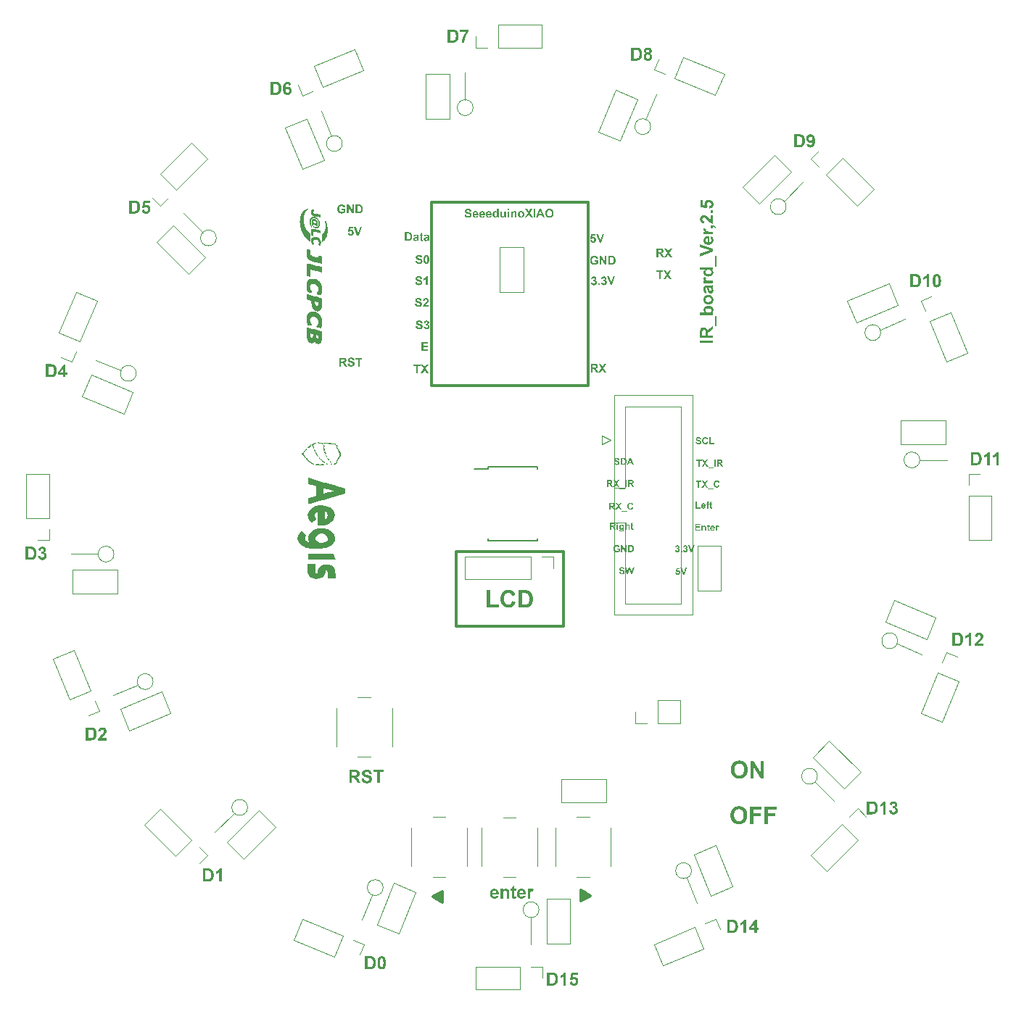
<source format=gbr>
%TF.GenerationSoftware,KiCad,Pcbnew,7.0.9*%
%TF.CreationDate,2025-05-06T13:14:24+09:00*%
%TF.ProjectId,IR_board_syuuseibann,49525f62-6f61-4726-945f-737975757365,rev?*%
%TF.SameCoordinates,Original*%
%TF.FileFunction,Legend,Top*%
%TF.FilePolarity,Positive*%
%FSLAX46Y46*%
G04 Gerber Fmt 4.6, Leading zero omitted, Abs format (unit mm)*
G04 Created by KiCad (PCBNEW 7.0.9) date 2025-05-06 13:14:24*
%MOMM*%
%LPD*%
G01*
G04 APERTURE LIST*
%ADD10C,0.300000*%
%ADD11C,0.200000*%
%ADD12C,0.100000*%
%ADD13C,0.175000*%
%ADD14C,0.375000*%
%ADD15C,0.500000*%
%ADD16C,0.250000*%
%ADD17C,0.120000*%
%ADD18C,0.010000*%
%ADD19C,0.150000*%
G04 APERTURE END LIST*
D10*
X126700000Y-74160000D02*
X145010000Y-74160000D01*
X145010000Y-95570000D01*
X126700000Y-95570000D01*
X126700000Y-74160000D01*
X129620000Y-114950000D02*
X142150000Y-114950000D01*
X142150000Y-123680000D01*
X129620000Y-123680000D01*
X129620000Y-114950000D01*
G36*
X133165910Y-121490000D02*
G01*
X133165910Y-119457899D01*
X133572330Y-119457899D01*
X133572330Y-121146106D01*
X134583496Y-121146106D01*
X134583496Y-121490000D01*
X133165910Y-121490000D01*
G37*
G36*
X136153000Y-120708422D02*
G01*
X136547208Y-120833475D01*
X136541412Y-120854129D01*
X136535381Y-120874448D01*
X136529116Y-120894433D01*
X136522616Y-120914082D01*
X136515881Y-120933397D01*
X136508912Y-120952377D01*
X136501707Y-120971022D01*
X136494269Y-120989332D01*
X136486595Y-121007307D01*
X136470544Y-121042253D01*
X136453553Y-121075860D01*
X136435624Y-121108126D01*
X136416757Y-121139054D01*
X136396950Y-121168641D01*
X136376205Y-121196889D01*
X136354521Y-121223798D01*
X136331898Y-121249367D01*
X136308336Y-121273597D01*
X136283835Y-121296487D01*
X136258396Y-121318038D01*
X136245324Y-121328311D01*
X136218562Y-121347890D01*
X136190911Y-121366207D01*
X136162371Y-121383260D01*
X136132942Y-121399050D01*
X136102623Y-121413576D01*
X136071415Y-121426840D01*
X136039319Y-121438840D01*
X136006332Y-121449577D01*
X135972457Y-121459051D01*
X135937692Y-121467262D01*
X135902039Y-121474210D01*
X135865496Y-121479894D01*
X135828064Y-121484315D01*
X135789742Y-121487473D01*
X135750532Y-121489368D01*
X135730593Y-121489842D01*
X135710432Y-121490000D01*
X135685506Y-121489734D01*
X135660858Y-121488939D01*
X135636490Y-121487612D01*
X135612399Y-121485756D01*
X135588587Y-121483369D01*
X135565054Y-121480451D01*
X135541800Y-121477003D01*
X135518824Y-121473025D01*
X135496126Y-121468516D01*
X135473707Y-121463476D01*
X135451567Y-121457906D01*
X135429706Y-121451806D01*
X135408122Y-121445175D01*
X135386818Y-121438014D01*
X135365792Y-121430322D01*
X135345045Y-121422100D01*
X135324576Y-121413347D01*
X135304386Y-121404064D01*
X135284475Y-121394251D01*
X135264842Y-121383907D01*
X135245487Y-121373032D01*
X135226412Y-121361627D01*
X135207614Y-121349692D01*
X135189096Y-121337226D01*
X135170856Y-121324229D01*
X135152894Y-121310702D01*
X135135212Y-121296645D01*
X135117807Y-121282057D01*
X135100682Y-121266939D01*
X135083835Y-121251290D01*
X135067266Y-121235111D01*
X135050976Y-121218401D01*
X135035108Y-121201232D01*
X135019744Y-121183673D01*
X135004883Y-121165725D01*
X134990526Y-121147388D01*
X134976673Y-121128661D01*
X134963324Y-121109545D01*
X134950478Y-121090040D01*
X134938136Y-121070146D01*
X134926298Y-121049862D01*
X134914964Y-121029190D01*
X134904133Y-121008127D01*
X134893806Y-120986676D01*
X134883983Y-120964835D01*
X134874664Y-120942605D01*
X134865848Y-120919986D01*
X134857536Y-120896978D01*
X134849728Y-120873580D01*
X134842424Y-120849793D01*
X134835623Y-120825617D01*
X134829326Y-120801051D01*
X134823533Y-120776097D01*
X134818244Y-120750753D01*
X134813458Y-120725019D01*
X134809176Y-120698897D01*
X134805398Y-120672385D01*
X134802124Y-120645484D01*
X134799353Y-120618194D01*
X134797086Y-120590514D01*
X134795323Y-120562445D01*
X134794064Y-120533987D01*
X134793308Y-120505140D01*
X134793056Y-120475903D01*
X134793309Y-120444980D01*
X134794069Y-120414491D01*
X134795336Y-120384438D01*
X134797109Y-120354820D01*
X134799389Y-120325637D01*
X134802175Y-120296888D01*
X134805468Y-120268575D01*
X134809268Y-120240697D01*
X134813574Y-120213254D01*
X134818387Y-120186246D01*
X134823706Y-120159674D01*
X134829532Y-120133536D01*
X134835865Y-120107833D01*
X134842704Y-120082565D01*
X134850050Y-120057733D01*
X134857903Y-120033335D01*
X134866262Y-120009373D01*
X134875127Y-119985845D01*
X134884500Y-119962753D01*
X134894379Y-119940095D01*
X134904764Y-119917873D01*
X134915656Y-119896086D01*
X134927055Y-119874734D01*
X134938961Y-119853817D01*
X134951373Y-119833335D01*
X134964291Y-119813288D01*
X134977716Y-119793676D01*
X134991648Y-119774499D01*
X135006087Y-119755757D01*
X135021032Y-119737450D01*
X135036484Y-119719579D01*
X135052442Y-119702142D01*
X135068843Y-119685192D01*
X135085564Y-119668780D01*
X135102602Y-119652906D01*
X135119960Y-119637570D01*
X135137636Y-119622772D01*
X135155631Y-119608513D01*
X135173944Y-119594791D01*
X135192576Y-119581608D01*
X135211527Y-119568963D01*
X135230796Y-119556856D01*
X135250385Y-119545286D01*
X135270291Y-119534255D01*
X135290517Y-119523763D01*
X135311061Y-119513808D01*
X135331923Y-119504391D01*
X135353105Y-119495512D01*
X135374605Y-119487172D01*
X135396424Y-119479369D01*
X135418561Y-119472105D01*
X135441017Y-119465379D01*
X135463792Y-119459191D01*
X135486885Y-119453541D01*
X135510297Y-119448429D01*
X135534028Y-119443855D01*
X135558077Y-119439819D01*
X135582445Y-119436322D01*
X135607132Y-119433362D01*
X135632137Y-119430941D01*
X135657461Y-119429057D01*
X135683104Y-119427712D01*
X135709065Y-119426905D01*
X135735345Y-119426636D01*
X135758320Y-119426862D01*
X135781024Y-119427540D01*
X135803456Y-119428671D01*
X135825616Y-119430254D01*
X135847503Y-119432289D01*
X135869119Y-119434776D01*
X135890463Y-119437716D01*
X135911536Y-119441107D01*
X135932336Y-119444951D01*
X135952864Y-119449247D01*
X135973121Y-119453996D01*
X135993105Y-119459197D01*
X136012818Y-119464849D01*
X136032258Y-119470955D01*
X136051427Y-119477512D01*
X136070324Y-119484521D01*
X136088949Y-119491983D01*
X136107302Y-119499897D01*
X136125383Y-119508264D01*
X136143192Y-119517082D01*
X136160730Y-119526353D01*
X136177995Y-119536076D01*
X136194989Y-119546251D01*
X136211710Y-119556878D01*
X136228160Y-119567958D01*
X136244337Y-119579490D01*
X136260243Y-119591474D01*
X136275877Y-119603910D01*
X136291239Y-119616799D01*
X136306329Y-119630140D01*
X136321148Y-119643933D01*
X136335694Y-119658178D01*
X136352585Y-119675802D01*
X136368941Y-119694357D01*
X136384764Y-119713843D01*
X136400052Y-119734260D01*
X136414806Y-119755608D01*
X136429025Y-119777888D01*
X136442710Y-119801098D01*
X136455861Y-119825240D01*
X136468478Y-119850313D01*
X136480560Y-119876318D01*
X136492108Y-119903253D01*
X136503122Y-119931120D01*
X136513602Y-119959917D01*
X136523547Y-119989646D01*
X136532958Y-120020306D01*
X136541835Y-120051898D01*
X136139323Y-120114424D01*
X136134562Y-120094779D01*
X136129194Y-120075658D01*
X136120005Y-120047956D01*
X136109451Y-120021430D01*
X136097531Y-119996081D01*
X136084246Y-119971908D01*
X136069596Y-119948912D01*
X136053580Y-119927091D01*
X136036199Y-119906448D01*
X136017453Y-119886980D01*
X135997342Y-119868689D01*
X135990334Y-119862854D01*
X135968656Y-119846354D01*
X135946119Y-119831478D01*
X135922723Y-119818224D01*
X135898469Y-119806594D01*
X135873355Y-119796586D01*
X135847384Y-119788201D01*
X135820553Y-119781439D01*
X135792864Y-119776300D01*
X135764316Y-119772784D01*
X135744807Y-119771341D01*
X135724917Y-119770620D01*
X135714829Y-119770530D01*
X135687191Y-119771152D01*
X135660210Y-119773018D01*
X135633885Y-119776128D01*
X135608217Y-119780483D01*
X135583205Y-119786081D01*
X135558849Y-119792924D01*
X135535150Y-119801011D01*
X135512107Y-119810341D01*
X135489721Y-119820916D01*
X135467991Y-119832735D01*
X135446917Y-119845799D01*
X135426500Y-119860106D01*
X135406739Y-119875657D01*
X135387635Y-119892453D01*
X135369187Y-119910492D01*
X135351395Y-119929776D01*
X135334537Y-119950455D01*
X135318766Y-119972679D01*
X135304083Y-119996449D01*
X135290487Y-120021764D01*
X135277979Y-120048625D01*
X135266559Y-120077032D01*
X135256226Y-120106984D01*
X135246981Y-120138482D01*
X135238824Y-120171525D01*
X135231754Y-120206114D01*
X135225772Y-120242249D01*
X135220878Y-120279929D01*
X135217071Y-120319155D01*
X135215576Y-120339347D01*
X135214352Y-120359926D01*
X135213400Y-120380891D01*
X135212721Y-120402243D01*
X135212313Y-120423981D01*
X135212177Y-120446106D01*
X135212311Y-120469554D01*
X135212713Y-120492577D01*
X135213383Y-120515174D01*
X135214322Y-120537346D01*
X135215528Y-120559092D01*
X135217002Y-120580412D01*
X135218745Y-120601308D01*
X135220756Y-120621777D01*
X135223035Y-120641821D01*
X135225581Y-120661440D01*
X135231480Y-120699401D01*
X135238450Y-120735659D01*
X135246493Y-120770216D01*
X135255608Y-120803070D01*
X135265796Y-120834223D01*
X135277056Y-120863673D01*
X135289388Y-120891421D01*
X135302793Y-120917468D01*
X135317270Y-120941812D01*
X135332819Y-120964454D01*
X135349441Y-120985394D01*
X135366922Y-121004855D01*
X135385047Y-121023061D01*
X135403818Y-121040011D01*
X135423233Y-121055705D01*
X135443293Y-121070144D01*
X135463999Y-121083328D01*
X135485349Y-121095255D01*
X135507344Y-121105928D01*
X135529984Y-121115344D01*
X135553270Y-121123505D01*
X135577200Y-121130411D01*
X135601775Y-121136061D01*
X135626995Y-121140456D01*
X135652860Y-121143594D01*
X135679369Y-121145478D01*
X135706524Y-121146106D01*
X135726619Y-121145693D01*
X135746359Y-121144457D01*
X135775303Y-121141057D01*
X135803449Y-121135802D01*
X135830796Y-121128692D01*
X135857344Y-121119727D01*
X135883094Y-121108908D01*
X135908046Y-121096234D01*
X135932198Y-121081706D01*
X135955553Y-121065322D01*
X135978108Y-121047084D01*
X135985450Y-121040593D01*
X135999786Y-121026930D01*
X136013606Y-121012322D01*
X136026912Y-120996766D01*
X136039702Y-120980265D01*
X136051977Y-120962817D01*
X136063737Y-120944422D01*
X136074982Y-120925081D01*
X136085711Y-120904794D01*
X136095926Y-120883560D01*
X136105625Y-120861379D01*
X136114809Y-120838253D01*
X136123477Y-120814180D01*
X136131631Y-120789160D01*
X136139269Y-120763194D01*
X136146392Y-120736281D01*
X136153000Y-120708422D01*
G37*
G36*
X137657740Y-119458050D02*
G01*
X137687784Y-119458502D01*
X137716893Y-119459256D01*
X137745067Y-119460311D01*
X137772305Y-119461668D01*
X137798609Y-119463326D01*
X137823978Y-119465285D01*
X137848412Y-119467547D01*
X137871911Y-119470109D01*
X137894475Y-119472973D01*
X137916103Y-119476139D01*
X137936797Y-119479606D01*
X137956556Y-119483375D01*
X137984441Y-119489593D01*
X138010223Y-119496489D01*
X138032130Y-119503405D01*
X138053645Y-119510961D01*
X138074766Y-119519158D01*
X138095494Y-119527997D01*
X138115829Y-119537476D01*
X138135771Y-119547597D01*
X138155320Y-119558359D01*
X138174476Y-119569762D01*
X138193239Y-119581806D01*
X138211609Y-119594492D01*
X138229585Y-119607818D01*
X138247169Y-119621786D01*
X138264359Y-119636395D01*
X138281157Y-119651645D01*
X138297561Y-119667536D01*
X138313572Y-119684068D01*
X138329151Y-119701096D01*
X138344255Y-119718598D01*
X138358887Y-119736572D01*
X138373046Y-119755020D01*
X138386731Y-119773942D01*
X138399943Y-119793336D01*
X138412682Y-119813204D01*
X138424947Y-119833545D01*
X138436740Y-119854359D01*
X138448059Y-119875646D01*
X138458905Y-119897406D01*
X138469277Y-119919640D01*
X138479177Y-119942347D01*
X138488603Y-119965527D01*
X138497556Y-119989181D01*
X138506036Y-120013307D01*
X138514021Y-120037966D01*
X138521492Y-120063339D01*
X138528447Y-120089425D01*
X138534887Y-120116225D01*
X138540812Y-120143739D01*
X138546221Y-120171966D01*
X138551116Y-120200907D01*
X138555495Y-120230561D01*
X138559359Y-120260929D01*
X138562708Y-120292011D01*
X138565541Y-120323807D01*
X138567860Y-120356316D01*
X138569663Y-120389539D01*
X138570951Y-120423475D01*
X138571724Y-120458125D01*
X138571981Y-120493489D01*
X138571739Y-120524544D01*
X138571012Y-120555061D01*
X138569800Y-120585040D01*
X138568104Y-120614480D01*
X138565923Y-120643383D01*
X138563257Y-120671748D01*
X138560107Y-120699574D01*
X138556472Y-120726863D01*
X138552352Y-120753613D01*
X138547748Y-120779825D01*
X138542659Y-120805499D01*
X138537085Y-120830635D01*
X138531027Y-120855233D01*
X138524484Y-120879293D01*
X138517456Y-120902815D01*
X138509944Y-120925799D01*
X138500287Y-120953190D01*
X138490122Y-120979921D01*
X138479450Y-121005992D01*
X138468270Y-121031403D01*
X138456582Y-121056154D01*
X138444387Y-121080244D01*
X138431685Y-121103674D01*
X138418475Y-121126444D01*
X138404757Y-121148554D01*
X138390532Y-121170003D01*
X138375799Y-121190792D01*
X138360559Y-121210922D01*
X138344811Y-121230390D01*
X138328555Y-121249199D01*
X138311792Y-121267347D01*
X138294521Y-121284836D01*
X138273998Y-121303941D01*
X138252178Y-121322239D01*
X138229061Y-121339730D01*
X138212930Y-121350942D01*
X138196222Y-121361796D01*
X138178938Y-121372291D01*
X138161078Y-121382427D01*
X138142641Y-121392204D01*
X138123628Y-121401623D01*
X138104039Y-121410683D01*
X138083874Y-121419384D01*
X138063132Y-121427726D01*
X138041815Y-121435710D01*
X138019920Y-121443335D01*
X138008757Y-121447013D01*
X137982684Y-121454695D01*
X137955022Y-121461622D01*
X137935698Y-121465819D01*
X137915668Y-121469682D01*
X137894933Y-121473208D01*
X137873491Y-121476398D01*
X137851343Y-121479253D01*
X137828489Y-121481772D01*
X137804929Y-121483954D01*
X137780663Y-121485802D01*
X137755691Y-121487313D01*
X137730013Y-121488488D01*
X137703629Y-121489328D01*
X137676539Y-121489832D01*
X137648743Y-121490000D01*
X136883286Y-121490000D01*
X136883286Y-119801793D01*
X137290195Y-119801793D01*
X137290195Y-121146106D01*
X137593545Y-121146106D01*
X137614485Y-121146029D01*
X137634684Y-121145800D01*
X137663595Y-121145171D01*
X137690841Y-121144197D01*
X137716421Y-121142881D01*
X137740334Y-121141221D01*
X137762583Y-121139217D01*
X137783165Y-121136870D01*
X137808016Y-121133206D01*
X137829907Y-121128932D01*
X137839741Y-121126566D01*
X137863883Y-121119804D01*
X137886972Y-121111973D01*
X137909007Y-121103073D01*
X137929989Y-121093105D01*
X137949918Y-121082068D01*
X137968793Y-121069963D01*
X137986615Y-121056789D01*
X138003384Y-121042547D01*
X138019367Y-121026449D01*
X138034586Y-121007956D01*
X138049042Y-120987065D01*
X138059383Y-120969825D01*
X138069295Y-120951236D01*
X138078778Y-120931299D01*
X138087831Y-120910014D01*
X138096455Y-120887381D01*
X138104649Y-120863400D01*
X138109874Y-120846664D01*
X138117294Y-120820151D01*
X138123985Y-120791904D01*
X138128039Y-120772109D01*
X138131770Y-120751543D01*
X138135176Y-120730206D01*
X138138258Y-120708098D01*
X138141015Y-120685219D01*
X138143448Y-120661570D01*
X138145556Y-120637149D01*
X138147340Y-120611958D01*
X138148800Y-120585996D01*
X138149935Y-120559263D01*
X138150746Y-120531758D01*
X138151233Y-120503484D01*
X138151395Y-120474438D01*
X138151233Y-120445493D01*
X138150746Y-120417399D01*
X138149935Y-120390157D01*
X138148800Y-120363765D01*
X138147340Y-120338225D01*
X138145556Y-120313535D01*
X138143448Y-120289697D01*
X138141015Y-120266709D01*
X138138258Y-120244573D01*
X138135176Y-120223287D01*
X138131770Y-120202853D01*
X138128039Y-120183270D01*
X138121836Y-120155490D01*
X138114902Y-120129626D01*
X138109874Y-120113447D01*
X138101888Y-120090306D01*
X138093319Y-120068144D01*
X138084165Y-120046960D01*
X138074428Y-120026756D01*
X138064107Y-120007530D01*
X138053202Y-119989284D01*
X138041713Y-119972016D01*
X138029640Y-119955727D01*
X138016983Y-119940417D01*
X137999199Y-119921526D01*
X137994591Y-119917076D01*
X137975517Y-119900085D01*
X137955177Y-119884530D01*
X137933569Y-119870410D01*
X137916531Y-119860761D01*
X137898781Y-119851920D01*
X137880319Y-119843886D01*
X137861143Y-119836659D01*
X137841255Y-119830239D01*
X137820654Y-119824626D01*
X137806524Y-119821332D01*
X137782718Y-119816753D01*
X137761508Y-119813719D01*
X137737421Y-119811028D01*
X137710457Y-119808681D01*
X137690883Y-119807307D01*
X137670031Y-119806086D01*
X137647900Y-119805018D01*
X137624491Y-119804102D01*
X137599804Y-119803339D01*
X137573838Y-119802728D01*
X137546593Y-119802270D01*
X137518070Y-119801965D01*
X137488269Y-119801812D01*
X137472889Y-119801793D01*
X137290195Y-119801793D01*
X136883286Y-119801793D01*
X136883286Y-119457899D01*
X137626762Y-119457899D01*
X137657740Y-119458050D01*
G37*
D11*
G36*
X157580154Y-109912000D02*
G01*
X157580154Y-109099159D01*
X157742722Y-109099159D01*
X157742722Y-109774442D01*
X158147188Y-109774442D01*
X158147188Y-109912000D01*
X157580154Y-109912000D01*
G37*
G36*
X158489196Y-109311832D02*
G01*
X158497169Y-109312085D01*
X158505034Y-109312506D01*
X158520443Y-109313852D01*
X158535422Y-109315872D01*
X158549973Y-109318564D01*
X158564095Y-109321930D01*
X158577788Y-109325970D01*
X158591052Y-109330682D01*
X158603887Y-109336067D01*
X158616293Y-109342126D01*
X158628270Y-109348858D01*
X158639818Y-109356263D01*
X158650937Y-109364342D01*
X158661627Y-109373093D01*
X158671889Y-109382518D01*
X158681721Y-109392616D01*
X158686476Y-109397917D01*
X158695596Y-109409046D01*
X158704101Y-109420891D01*
X158711991Y-109433452D01*
X158719266Y-109446729D01*
X158725925Y-109460722D01*
X158729024Y-109467987D01*
X158731969Y-109475431D01*
X158734761Y-109483054D01*
X158737399Y-109490855D01*
X158739882Y-109498836D01*
X158742212Y-109506996D01*
X158744389Y-109515335D01*
X158746411Y-109523853D01*
X158748280Y-109532549D01*
X158749995Y-109541425D01*
X158751556Y-109550480D01*
X158752963Y-109559714D01*
X158754216Y-109569126D01*
X158755316Y-109578718D01*
X158756262Y-109588489D01*
X158757054Y-109598438D01*
X158757692Y-109608567D01*
X158758177Y-109618875D01*
X158758507Y-109629361D01*
X158758684Y-109640027D01*
X158758707Y-109650871D01*
X158758577Y-109661895D01*
X158371696Y-109661895D01*
X158372025Y-109670662D01*
X158372621Y-109679181D01*
X158373484Y-109687453D01*
X158374615Y-109695478D01*
X158376012Y-109703256D01*
X158378609Y-109714459D01*
X158381808Y-109725105D01*
X158385607Y-109735195D01*
X158390007Y-109744728D01*
X158395009Y-109753705D01*
X158400611Y-109762126D01*
X158406815Y-109769990D01*
X158409016Y-109772488D01*
X158415875Y-109779542D01*
X158423043Y-109785901D01*
X158430521Y-109791568D01*
X158438307Y-109796540D01*
X158446403Y-109800818D01*
X158454807Y-109804403D01*
X158463521Y-109807294D01*
X158472544Y-109809491D01*
X158481876Y-109810994D01*
X158491517Y-109811803D01*
X158498116Y-109811958D01*
X158506973Y-109811680D01*
X158515470Y-109810846D01*
X158523606Y-109809457D01*
X158531382Y-109807512D01*
X158538798Y-109805012D01*
X158547561Y-109801105D01*
X158555761Y-109796330D01*
X158558884Y-109794177D01*
X158566343Y-109788091D01*
X158571884Y-109782459D01*
X158577047Y-109776150D01*
X158581831Y-109769163D01*
X158586236Y-109761499D01*
X158590263Y-109753156D01*
X158593912Y-109744136D01*
X158596399Y-109736926D01*
X158750370Y-109761937D01*
X158746523Y-109771729D01*
X158742408Y-109781226D01*
X158738024Y-109790426D01*
X158733371Y-109799330D01*
X158728449Y-109807938D01*
X158723259Y-109816250D01*
X158717800Y-109824266D01*
X158712073Y-109831986D01*
X158706077Y-109839409D01*
X158699812Y-109846536D01*
X158693278Y-109853367D01*
X158686476Y-109859903D01*
X158679405Y-109866141D01*
X158672066Y-109872084D01*
X158664458Y-109877731D01*
X158656581Y-109883081D01*
X158648468Y-109888097D01*
X158640104Y-109892790D01*
X158631487Y-109897159D01*
X158622619Y-109901204D01*
X158613499Y-109904926D01*
X158604127Y-109908324D01*
X158594503Y-109911398D01*
X158584627Y-109914149D01*
X158574499Y-109916576D01*
X158564120Y-109918680D01*
X158553488Y-109920459D01*
X158542605Y-109921916D01*
X158531470Y-109923048D01*
X158520083Y-109923857D01*
X158508444Y-109924343D01*
X158496553Y-109924505D01*
X158487105Y-109924407D01*
X158477812Y-109924115D01*
X158468674Y-109923627D01*
X158459691Y-109922945D01*
X158450862Y-109922067D01*
X158442189Y-109920995D01*
X158433671Y-109919727D01*
X158425307Y-109918264D01*
X158417099Y-109916607D01*
X158409045Y-109914754D01*
X158401147Y-109912706D01*
X158393403Y-109910464D01*
X158385814Y-109908026D01*
X158378381Y-109905393D01*
X158363978Y-109899543D01*
X158350195Y-109892913D01*
X158337032Y-109885502D01*
X158324488Y-109877312D01*
X158312565Y-109868341D01*
X158301261Y-109858590D01*
X158290577Y-109848060D01*
X158280513Y-109836749D01*
X158271068Y-109824658D01*
X158264088Y-109814481D01*
X158257558Y-109803977D01*
X158251479Y-109793146D01*
X158245850Y-109781989D01*
X158240671Y-109770505D01*
X158235943Y-109758694D01*
X158231665Y-109746557D01*
X158227837Y-109734093D01*
X158224460Y-109721302D01*
X158221532Y-109708185D01*
X158219056Y-109694741D01*
X158217029Y-109680970D01*
X158215453Y-109666873D01*
X158214327Y-109652449D01*
X158213652Y-109637698D01*
X158213427Y-109622621D01*
X158213501Y-109613572D01*
X158213723Y-109604647D01*
X158214093Y-109595846D01*
X158214611Y-109587169D01*
X158215278Y-109578615D01*
X158216092Y-109570185D01*
X158217054Y-109561878D01*
X158217057Y-109561853D01*
X158374432Y-109561853D01*
X158605192Y-109561853D01*
X158604874Y-109553553D01*
X158604310Y-109545507D01*
X158603500Y-109537714D01*
X158601824Y-109526500D01*
X158599596Y-109515856D01*
X158596814Y-109505782D01*
X158593480Y-109496278D01*
X158589592Y-109487345D01*
X158585152Y-109478981D01*
X158580159Y-109471188D01*
X158574612Y-109463965D01*
X158570607Y-109459466D01*
X158564290Y-109453181D01*
X158557723Y-109447514D01*
X158550904Y-109442465D01*
X158543835Y-109438034D01*
X158536515Y-109434222D01*
X158528945Y-109431027D01*
X158521124Y-109428451D01*
X158513052Y-109426494D01*
X158504729Y-109425154D01*
X158496155Y-109424433D01*
X158490300Y-109424295D01*
X158481001Y-109424620D01*
X158472007Y-109425594D01*
X158463319Y-109427217D01*
X158454937Y-109429489D01*
X158446860Y-109432410D01*
X158439089Y-109435980D01*
X158431624Y-109440200D01*
X158424465Y-109445068D01*
X158417611Y-109450586D01*
X158411063Y-109456753D01*
X158406867Y-109461225D01*
X158400971Y-109468418D01*
X158395665Y-109476074D01*
X158390951Y-109484194D01*
X158386827Y-109492778D01*
X158383294Y-109501826D01*
X158380351Y-109511337D01*
X158378000Y-109521312D01*
X158376239Y-109531750D01*
X158375069Y-109542652D01*
X158374490Y-109554018D01*
X158374432Y-109561853D01*
X158217057Y-109561853D01*
X158218165Y-109553695D01*
X158219424Y-109545636D01*
X158220830Y-109537700D01*
X158222385Y-109529888D01*
X158224088Y-109522200D01*
X158227938Y-109507194D01*
X158232380Y-109492683D01*
X158237414Y-109478667D01*
X158243041Y-109465145D01*
X158249260Y-109452118D01*
X158256071Y-109439585D01*
X158263475Y-109427547D01*
X158271471Y-109416003D01*
X158280059Y-109404954D01*
X158289240Y-109394400D01*
X158298873Y-109384391D01*
X158308822Y-109375029D01*
X158319085Y-109366311D01*
X158329662Y-109358240D01*
X158340554Y-109350814D01*
X158351760Y-109344034D01*
X158363280Y-109337900D01*
X158375115Y-109332411D01*
X158387265Y-109327568D01*
X158399729Y-109323371D01*
X158412507Y-109319820D01*
X158425600Y-109316914D01*
X158439008Y-109314654D01*
X158452730Y-109313040D01*
X158466766Y-109312071D01*
X158481117Y-109311748D01*
X158489196Y-109311832D01*
G37*
G36*
X158813873Y-109324254D02*
G01*
X158899456Y-109324254D01*
X158899456Y-109279899D01*
X158899517Y-109270765D01*
X158899700Y-109261926D01*
X158900005Y-109253381D01*
X158900433Y-109245131D01*
X158900982Y-109237176D01*
X158902036Y-109225795D01*
X158903364Y-109215077D01*
X158904967Y-109205022D01*
X158906844Y-109195630D01*
X158908997Y-109186901D01*
X158911424Y-109178834D01*
X158914126Y-109171431D01*
X158915087Y-109169110D01*
X158919408Y-109160189D01*
X158924552Y-109151696D01*
X158930521Y-109143630D01*
X158937314Y-109135991D01*
X158942949Y-109130543D01*
X158949049Y-109125335D01*
X158955612Y-109120367D01*
X158962639Y-109115640D01*
X158970129Y-109111153D01*
X158972729Y-109109711D01*
X158980836Y-109105590D01*
X158989332Y-109101875D01*
X158998216Y-109098565D01*
X159007488Y-109095661D01*
X159017148Y-109093161D01*
X159027196Y-109091067D01*
X159037632Y-109089379D01*
X159048456Y-109088095D01*
X159059669Y-109087217D01*
X159071269Y-109086744D01*
X159079219Y-109086654D01*
X159087440Y-109086727D01*
X159095641Y-109086947D01*
X159103822Y-109087314D01*
X159111984Y-109087826D01*
X159120126Y-109088486D01*
X159128247Y-109089292D01*
X159136349Y-109090244D01*
X159144432Y-109091344D01*
X159152494Y-109092589D01*
X159160536Y-109093981D01*
X159168559Y-109095520D01*
X159176562Y-109097205D01*
X159184545Y-109099037D01*
X159192508Y-109101016D01*
X159200451Y-109103140D01*
X159208374Y-109105412D01*
X159187467Y-109207994D01*
X159178323Y-109205933D01*
X159169259Y-109204147D01*
X159160274Y-109202636D01*
X159151368Y-109201399D01*
X159142542Y-109200438D01*
X159133795Y-109199751D01*
X159125127Y-109199339D01*
X159116539Y-109199201D01*
X159108479Y-109199464D01*
X159099228Y-109200530D01*
X159090893Y-109202418D01*
X159083475Y-109205125D01*
X159075781Y-109209457D01*
X159069406Y-109214971D01*
X159068472Y-109216005D01*
X159063558Y-109223325D01*
X159060240Y-109231095D01*
X159057628Y-109240381D01*
X159056046Y-109248902D01*
X159054917Y-109258393D01*
X159054239Y-109268856D01*
X159054027Y-109277340D01*
X159054013Y-109280290D01*
X159054013Y-109324254D01*
X159169295Y-109324254D01*
X159169295Y-109436801D01*
X159054013Y-109436801D01*
X159054013Y-109912000D01*
X158899456Y-109912000D01*
X158899456Y-109436801D01*
X158813873Y-109436801D01*
X158813873Y-109324254D01*
G37*
G36*
X159521787Y-109324254D02*
G01*
X159521787Y-109436801D01*
X159416274Y-109436801D01*
X159416274Y-109691986D01*
X159416285Y-109701429D01*
X159416320Y-109710368D01*
X159416377Y-109718801D01*
X159416457Y-109726729D01*
X159416620Y-109737674D01*
X159416835Y-109747481D01*
X159417101Y-109756152D01*
X159417536Y-109765945D01*
X159418209Y-109775343D01*
X159419205Y-109782453D01*
X159421903Y-109790074D01*
X159426089Y-109796818D01*
X159431764Y-109802683D01*
X159433078Y-109803751D01*
X159440233Y-109808079D01*
X159448267Y-109810804D01*
X159456247Y-109811886D01*
X159459065Y-109811958D01*
X159467798Y-109811436D01*
X159476105Y-109810203D01*
X159485346Y-109808245D01*
X159493412Y-109806157D01*
X159502076Y-109803605D01*
X159511339Y-109800588D01*
X159521201Y-109797108D01*
X159534487Y-109904184D01*
X159524252Y-109907815D01*
X159513769Y-109911090D01*
X159503040Y-109914007D01*
X159492062Y-109916567D01*
X159480838Y-109918770D01*
X159469366Y-109920615D01*
X159461581Y-109921647D01*
X159453686Y-109922520D01*
X159445681Y-109923235D01*
X159437566Y-109923790D01*
X159429341Y-109924187D01*
X159421006Y-109924425D01*
X159412561Y-109924505D01*
X159402236Y-109924279D01*
X159392167Y-109923601D01*
X159382355Y-109922471D01*
X159372799Y-109920890D01*
X159363499Y-109918857D01*
X159354456Y-109916371D01*
X159345669Y-109913434D01*
X159337139Y-109910046D01*
X159329061Y-109906299D01*
X159321532Y-109902291D01*
X159314553Y-109898020D01*
X159308123Y-109893486D01*
X159300859Y-109887449D01*
X159294453Y-109881003D01*
X159288906Y-109874146D01*
X159287900Y-109872725D01*
X159283249Y-109865185D01*
X159279065Y-109856853D01*
X159276055Y-109849618D01*
X159273344Y-109841875D01*
X159270932Y-109833626D01*
X159268819Y-109824870D01*
X159267006Y-109815607D01*
X159266211Y-109810785D01*
X159265066Y-109802966D01*
X159264074Y-109793383D01*
X159263430Y-109785037D01*
X159262872Y-109775699D01*
X159262399Y-109765368D01*
X159262013Y-109754045D01*
X159261803Y-109745944D01*
X159261631Y-109737403D01*
X159261498Y-109728420D01*
X159261402Y-109718996D01*
X159261345Y-109709131D01*
X159261326Y-109698824D01*
X159261326Y-109436801D01*
X159190398Y-109436801D01*
X159190398Y-109324254D01*
X159261326Y-109324254D01*
X159261326Y-109211706D01*
X159416274Y-109124170D01*
X159416274Y-109324254D01*
X159521787Y-109324254D01*
G37*
G36*
X157521194Y-112522000D02*
G01*
X157521194Y-111709159D01*
X158118514Y-111709159D01*
X158118514Y-111846717D01*
X157683957Y-111846717D01*
X157683957Y-112021790D01*
X158088423Y-112021790D01*
X158088423Y-112159348D01*
X157683957Y-112159348D01*
X157683957Y-112384442D01*
X158133950Y-112384442D01*
X158133950Y-112522000D01*
X157521194Y-112522000D01*
G37*
G36*
X158797314Y-112522000D02*
G01*
X158642952Y-112522000D01*
X158642952Y-112218552D01*
X158642913Y-112206777D01*
X158642797Y-112195532D01*
X158642602Y-112184819D01*
X158642329Y-112174637D01*
X158641979Y-112164987D01*
X158641551Y-112155867D01*
X158641045Y-112147279D01*
X158640461Y-112139222D01*
X158639439Y-112128133D01*
X158638242Y-112118239D01*
X158636870Y-112109540D01*
X158634768Y-112099801D01*
X158632987Y-112093891D01*
X158629629Y-112085347D01*
X158625660Y-112077423D01*
X158621080Y-112070120D01*
X158615890Y-112063437D01*
X158610089Y-112057373D01*
X158603678Y-112051930D01*
X158600942Y-112049927D01*
X158593762Y-112045424D01*
X158586143Y-112041684D01*
X158578085Y-112038707D01*
X158569588Y-112036494D01*
X158560652Y-112035043D01*
X158551277Y-112034356D01*
X158547404Y-112034295D01*
X158537473Y-112034646D01*
X158527804Y-112035700D01*
X158518398Y-112037455D01*
X158509254Y-112039913D01*
X158500372Y-112043073D01*
X158491754Y-112046935D01*
X158483398Y-112051499D01*
X158475304Y-112056766D01*
X158467653Y-112062566D01*
X158460625Y-112068831D01*
X158454220Y-112075560D01*
X158448437Y-112082753D01*
X158443278Y-112090410D01*
X158438741Y-112098531D01*
X158434827Y-112107116D01*
X158431536Y-112116166D01*
X158428788Y-112126378D01*
X158426968Y-112135324D01*
X158425353Y-112145372D01*
X158423945Y-112156522D01*
X158423121Y-112164569D01*
X158422388Y-112173105D01*
X158421747Y-112182131D01*
X158421197Y-112191648D01*
X158420739Y-112201654D01*
X158420373Y-112212150D01*
X158420098Y-112223137D01*
X158419915Y-112234613D01*
X158419823Y-112246579D01*
X158419812Y-112252746D01*
X158419812Y-112522000D01*
X158265451Y-112522000D01*
X158265451Y-111934254D01*
X158408870Y-111934254D01*
X158408870Y-112020032D01*
X158418574Y-112008130D01*
X158428586Y-111996996D01*
X158438907Y-111986631D01*
X158449536Y-111977033D01*
X158460474Y-111968203D01*
X158471720Y-111960140D01*
X158483274Y-111952846D01*
X158495136Y-111946319D01*
X158507307Y-111940560D01*
X158519787Y-111935569D01*
X158532574Y-111931346D01*
X158545670Y-111927891D01*
X158559075Y-111925204D01*
X158572787Y-111923284D01*
X158586808Y-111922132D01*
X158601138Y-111921748D01*
X158610658Y-111921911D01*
X158620019Y-111922401D01*
X158629223Y-111923217D01*
X158638269Y-111924359D01*
X158647157Y-111925827D01*
X158655886Y-111927622D01*
X158664458Y-111929742D01*
X158672872Y-111932190D01*
X158681128Y-111934963D01*
X158689226Y-111938063D01*
X158694536Y-111940311D01*
X158702304Y-111943880D01*
X158709708Y-111947629D01*
X158716748Y-111951556D01*
X158723424Y-111955661D01*
X158731759Y-111961413D01*
X158739446Y-111967483D01*
X158746487Y-111973870D01*
X158752880Y-111980574D01*
X158758626Y-111987596D01*
X158763840Y-111994899D01*
X158768640Y-112002446D01*
X158773024Y-112010237D01*
X158776993Y-112018273D01*
X158780546Y-112026553D01*
X158783685Y-112035077D01*
X158786408Y-112043845D01*
X158788716Y-112052858D01*
X158790731Y-112062438D01*
X158792066Y-112070273D01*
X158793250Y-112078664D01*
X158794283Y-112087611D01*
X158795164Y-112097115D01*
X158795895Y-112107175D01*
X158796474Y-112117791D01*
X158796902Y-112128964D01*
X158797179Y-112140694D01*
X158797280Y-112148822D01*
X158797314Y-112157198D01*
X158797314Y-112522000D01*
G37*
G36*
X159217998Y-111934254D02*
G01*
X159217998Y-112046801D01*
X159112485Y-112046801D01*
X159112485Y-112301986D01*
X159112496Y-112311429D01*
X159112530Y-112320368D01*
X159112588Y-112328801D01*
X159112668Y-112336729D01*
X159112831Y-112347674D01*
X159113046Y-112357481D01*
X159113312Y-112366152D01*
X159113747Y-112375945D01*
X159114420Y-112385343D01*
X159115416Y-112392453D01*
X159118114Y-112400074D01*
X159122300Y-112406818D01*
X159127975Y-112412683D01*
X159129289Y-112413751D01*
X159136444Y-112418079D01*
X159144477Y-112420804D01*
X159152458Y-112421886D01*
X159155276Y-112421958D01*
X159164009Y-112421436D01*
X159172315Y-112420203D01*
X159181557Y-112418245D01*
X159189623Y-112416157D01*
X159198287Y-112413605D01*
X159207550Y-112410588D01*
X159217411Y-112407108D01*
X159230698Y-112514184D01*
X159220463Y-112517815D01*
X159209980Y-112521090D01*
X159199250Y-112524007D01*
X159188273Y-112526567D01*
X159177049Y-112528770D01*
X159165577Y-112530615D01*
X159157792Y-112531647D01*
X159149897Y-112532520D01*
X159141892Y-112533235D01*
X159133777Y-112533790D01*
X159125552Y-112534187D01*
X159117217Y-112534425D01*
X159108772Y-112534505D01*
X159098447Y-112534279D01*
X159088378Y-112533601D01*
X159078565Y-112532471D01*
X159069009Y-112530890D01*
X159059710Y-112528857D01*
X159050667Y-112526371D01*
X159041880Y-112523434D01*
X159033350Y-112520046D01*
X159025272Y-112516299D01*
X159017743Y-112512291D01*
X159010764Y-112508020D01*
X159004334Y-112503486D01*
X158997070Y-112497449D01*
X158990664Y-112491003D01*
X158985117Y-112484146D01*
X158984111Y-112482725D01*
X158979460Y-112475185D01*
X158975276Y-112466853D01*
X158972266Y-112459618D01*
X158969555Y-112451875D01*
X158967143Y-112443626D01*
X158965030Y-112434870D01*
X158963216Y-112425607D01*
X158962422Y-112420785D01*
X158961277Y-112412966D01*
X158960285Y-112403383D01*
X158959641Y-112395037D01*
X158959083Y-112385699D01*
X158958610Y-112375368D01*
X158958224Y-112364045D01*
X158958014Y-112355944D01*
X158957842Y-112347403D01*
X158957709Y-112338420D01*
X158957613Y-112328996D01*
X158957556Y-112319131D01*
X158957537Y-112308824D01*
X158957537Y-112046801D01*
X158886609Y-112046801D01*
X158886609Y-111934254D01*
X158957537Y-111934254D01*
X158957537Y-111821706D01*
X159112485Y-111734170D01*
X159112485Y-111934254D01*
X159217998Y-111934254D01*
G37*
G36*
X159553949Y-111921832D02*
G01*
X159561921Y-111922085D01*
X159569786Y-111922506D01*
X159585195Y-111923852D01*
X159600175Y-111925872D01*
X159614726Y-111928564D01*
X159628847Y-111931930D01*
X159642540Y-111935970D01*
X159655804Y-111940682D01*
X159668639Y-111946067D01*
X159681045Y-111952126D01*
X159693022Y-111958858D01*
X159704570Y-111966263D01*
X159715690Y-111974342D01*
X159726380Y-111983093D01*
X159736641Y-111992518D01*
X159746473Y-112002616D01*
X159751229Y-112007917D01*
X159760349Y-112019046D01*
X159768854Y-112030891D01*
X159776744Y-112043452D01*
X159784018Y-112056729D01*
X159790678Y-112070722D01*
X159793777Y-112077987D01*
X159796722Y-112085431D01*
X159799513Y-112093054D01*
X159802151Y-112100855D01*
X159804635Y-112108836D01*
X159806965Y-112116996D01*
X159809141Y-112125335D01*
X159811163Y-112133853D01*
X159813032Y-112142549D01*
X159814747Y-112151425D01*
X159816308Y-112160480D01*
X159817715Y-112169714D01*
X159818969Y-112179126D01*
X159820068Y-112188718D01*
X159821014Y-112198489D01*
X159821806Y-112208438D01*
X159822445Y-112218567D01*
X159822929Y-112228875D01*
X159823260Y-112239361D01*
X159823437Y-112250027D01*
X159823460Y-112260871D01*
X159823329Y-112271895D01*
X159436448Y-112271895D01*
X159436777Y-112280662D01*
X159437373Y-112289181D01*
X159438237Y-112297453D01*
X159439367Y-112305478D01*
X159440765Y-112313256D01*
X159443362Y-112324459D01*
X159446560Y-112335105D01*
X159450359Y-112345195D01*
X159454760Y-112354728D01*
X159459761Y-112363705D01*
X159465364Y-112372126D01*
X159471567Y-112379990D01*
X159473769Y-112382488D01*
X159480628Y-112389542D01*
X159487796Y-112395901D01*
X159495273Y-112401568D01*
X159503060Y-112406540D01*
X159511155Y-112410818D01*
X159519560Y-112414403D01*
X159528273Y-112417294D01*
X159537296Y-112419491D01*
X159546628Y-112420994D01*
X159556269Y-112421803D01*
X159562869Y-112421958D01*
X159571725Y-112421680D01*
X159580222Y-112420846D01*
X159588358Y-112419457D01*
X159596134Y-112417512D01*
X159603550Y-112415012D01*
X159612313Y-112411105D01*
X159620514Y-112406330D01*
X159623636Y-112404177D01*
X159631095Y-112398091D01*
X159636636Y-112392459D01*
X159641799Y-112386150D01*
X159646583Y-112379163D01*
X159650989Y-112371499D01*
X159655016Y-112363156D01*
X159658664Y-112354136D01*
X159661152Y-112346926D01*
X159815123Y-112371937D01*
X159811276Y-112381729D01*
X159807160Y-112391226D01*
X159802776Y-112400426D01*
X159798123Y-112409330D01*
X159793202Y-112417938D01*
X159788012Y-112426250D01*
X159782553Y-112434266D01*
X159776825Y-112441986D01*
X159770829Y-112449409D01*
X159764564Y-112456536D01*
X159758031Y-112463367D01*
X159751229Y-112469903D01*
X159744158Y-112476141D01*
X159736818Y-112482084D01*
X159729210Y-112487731D01*
X159721333Y-112493081D01*
X159713221Y-112498097D01*
X159704856Y-112502790D01*
X159696240Y-112507159D01*
X159687371Y-112511204D01*
X159678251Y-112514926D01*
X159668879Y-112518324D01*
X159659255Y-112521398D01*
X159649379Y-112524149D01*
X159639252Y-112526576D01*
X159628872Y-112528680D01*
X159618241Y-112530459D01*
X159607357Y-112531916D01*
X159596222Y-112533048D01*
X159584835Y-112533857D01*
X159573196Y-112534343D01*
X159561305Y-112534505D01*
X159551857Y-112534407D01*
X159542564Y-112534115D01*
X159533426Y-112533627D01*
X159524443Y-112532945D01*
X159515615Y-112532067D01*
X159506941Y-112530995D01*
X159498423Y-112529727D01*
X159490060Y-112528264D01*
X159481851Y-112526607D01*
X159473798Y-112524754D01*
X159465899Y-112522706D01*
X159458155Y-112520464D01*
X159450567Y-112518026D01*
X159443133Y-112515393D01*
X159428730Y-112509543D01*
X159414947Y-112502913D01*
X159401784Y-112495502D01*
X159389241Y-112487312D01*
X159377317Y-112478341D01*
X159366013Y-112468590D01*
X159355329Y-112458060D01*
X159345265Y-112446749D01*
X159335820Y-112434658D01*
X159328840Y-112424481D01*
X159322311Y-112413977D01*
X159316231Y-112403146D01*
X159310602Y-112391989D01*
X159305424Y-112380505D01*
X159300695Y-112368694D01*
X159296417Y-112356557D01*
X159292589Y-112344093D01*
X159289212Y-112331302D01*
X159286285Y-112318185D01*
X159283808Y-112304741D01*
X159281782Y-112290970D01*
X159280206Y-112276873D01*
X159279080Y-112262449D01*
X159278404Y-112247698D01*
X159278179Y-112232621D01*
X159278253Y-112223572D01*
X159278475Y-112214647D01*
X159278845Y-112205846D01*
X159279364Y-112197169D01*
X159280030Y-112188615D01*
X159280844Y-112180185D01*
X159281807Y-112171878D01*
X159281810Y-112171853D01*
X159439184Y-112171853D01*
X159669945Y-112171853D01*
X159669626Y-112163553D01*
X159669062Y-112155507D01*
X159668252Y-112147714D01*
X159666577Y-112136500D01*
X159664348Y-112125856D01*
X159661567Y-112115782D01*
X159658232Y-112106278D01*
X159654345Y-112097345D01*
X159649904Y-112088981D01*
X159644911Y-112081188D01*
X159639365Y-112073965D01*
X159635360Y-112069466D01*
X159629043Y-112063181D01*
X159622475Y-112057514D01*
X159615657Y-112052465D01*
X159608588Y-112048034D01*
X159601268Y-112044222D01*
X159593697Y-112041027D01*
X159585876Y-112038451D01*
X159577804Y-112036494D01*
X159569481Y-112035154D01*
X159560908Y-112034433D01*
X159555053Y-112034295D01*
X159545753Y-112034620D01*
X159536760Y-112035594D01*
X159528072Y-112037217D01*
X159519689Y-112039489D01*
X159511613Y-112042410D01*
X159503842Y-112045980D01*
X159496377Y-112050200D01*
X159489217Y-112055068D01*
X159482363Y-112060586D01*
X159475815Y-112066753D01*
X159471619Y-112071225D01*
X159465723Y-112078418D01*
X159460418Y-112086074D01*
X159455703Y-112094194D01*
X159451579Y-112102778D01*
X159448046Y-112111826D01*
X159445104Y-112121337D01*
X159442752Y-112131312D01*
X159440991Y-112141750D01*
X159439821Y-112152652D01*
X159439242Y-112164018D01*
X159439184Y-112171853D01*
X159281810Y-112171853D01*
X159282917Y-112163695D01*
X159284176Y-112155636D01*
X159285583Y-112147700D01*
X159287137Y-112139888D01*
X159288840Y-112132200D01*
X159292690Y-112117194D01*
X159297132Y-112102683D01*
X159302167Y-112088667D01*
X159307793Y-112075145D01*
X159314013Y-112062118D01*
X159320824Y-112049585D01*
X159328227Y-112037547D01*
X159336223Y-112026003D01*
X159344812Y-112014954D01*
X159353992Y-112004400D01*
X159363626Y-111994391D01*
X159373574Y-111985029D01*
X159383837Y-111976311D01*
X159394414Y-111968240D01*
X159405306Y-111960814D01*
X159416512Y-111954034D01*
X159428033Y-111947900D01*
X159439868Y-111942411D01*
X159452017Y-111937568D01*
X159464481Y-111933371D01*
X159477260Y-111929820D01*
X159490353Y-111926914D01*
X159503760Y-111924654D01*
X159517482Y-111923040D01*
X159531518Y-111922071D01*
X159545869Y-111921748D01*
X159553949Y-111921832D01*
G37*
G36*
X160093950Y-112522000D02*
G01*
X159939589Y-112522000D01*
X159939589Y-111934254D01*
X160083008Y-111934254D01*
X160083008Y-112017296D01*
X160087571Y-112010102D01*
X160092076Y-112003225D01*
X160096522Y-111996663D01*
X160103084Y-111987413D01*
X160109515Y-111978874D01*
X160115815Y-111971045D01*
X160121985Y-111963928D01*
X160128024Y-111957522D01*
X160133933Y-111951827D01*
X160141608Y-111945339D01*
X160149051Y-111940115D01*
X160156553Y-111935811D01*
X160164304Y-111932080D01*
X160172306Y-111928923D01*
X160180559Y-111926340D01*
X160189061Y-111924331D01*
X160197814Y-111922896D01*
X160206818Y-111922035D01*
X160216072Y-111921748D01*
X160225929Y-111922026D01*
X160235718Y-111922861D01*
X160245438Y-111924252D01*
X160255089Y-111926200D01*
X160264672Y-111928703D01*
X160274186Y-111931764D01*
X160283631Y-111935380D01*
X160293008Y-111939554D01*
X160302316Y-111944283D01*
X160311555Y-111949569D01*
X160317677Y-111953402D01*
X160269805Y-112097212D01*
X160262528Y-112092673D01*
X160255350Y-112088580D01*
X160248271Y-112084933D01*
X160238989Y-112080766D01*
X160229883Y-112077392D01*
X160220954Y-112074813D01*
X160212203Y-112073027D01*
X160203628Y-112072034D01*
X160197314Y-112071811D01*
X160189358Y-112072086D01*
X160179842Y-112073202D01*
X160170803Y-112075177D01*
X160162241Y-112078011D01*
X160154156Y-112081703D01*
X160146548Y-112086254D01*
X160142213Y-112089397D01*
X160135424Y-112095584D01*
X160130330Y-112101530D01*
X160125536Y-112108361D01*
X160121040Y-112116077D01*
X160116844Y-112124679D01*
X160112946Y-112134166D01*
X160110220Y-112141863D01*
X160107662Y-112150058D01*
X160106846Y-112152900D01*
X160104542Y-112162357D01*
X160102464Y-112173583D01*
X160101204Y-112182050D01*
X160100046Y-112191303D01*
X160098988Y-112201342D01*
X160098031Y-112212168D01*
X160097174Y-112223779D01*
X160096419Y-112236177D01*
X160095764Y-112249360D01*
X160095210Y-112263330D01*
X160094756Y-112278086D01*
X160094404Y-112293629D01*
X160094265Y-112301695D01*
X160094152Y-112309957D01*
X160094064Y-112318416D01*
X160094001Y-112327072D01*
X160093963Y-112335924D01*
X160093950Y-112344972D01*
X160093950Y-112522000D01*
G37*
D10*
G36*
X140823248Y-164121037D02*
G01*
X140845780Y-164121376D01*
X140867612Y-164121942D01*
X140888742Y-164122733D01*
X140909171Y-164123751D01*
X140928899Y-164124994D01*
X140947926Y-164126464D01*
X140966251Y-164128160D01*
X140983875Y-164130082D01*
X141000798Y-164132230D01*
X141017020Y-164134604D01*
X141032540Y-164137204D01*
X141047359Y-164140031D01*
X141068273Y-164144695D01*
X141087609Y-164149867D01*
X141104040Y-164155053D01*
X141120176Y-164160720D01*
X141136017Y-164166869D01*
X141151563Y-164173497D01*
X141166814Y-164180607D01*
X141181771Y-164188198D01*
X141196432Y-164196269D01*
X141210799Y-164204822D01*
X141224872Y-164213855D01*
X141238649Y-164223369D01*
X141252131Y-164233364D01*
X141265319Y-164243839D01*
X141278212Y-164254796D01*
X141290810Y-164266233D01*
X141303113Y-164278152D01*
X141315122Y-164290551D01*
X141326805Y-164303322D01*
X141338134Y-164316448D01*
X141349108Y-164329929D01*
X141359726Y-164343765D01*
X141369990Y-164357956D01*
X141379899Y-164372502D01*
X141389453Y-164387403D01*
X141398653Y-164402658D01*
X141407497Y-164418269D01*
X141415986Y-164434234D01*
X141424121Y-164450555D01*
X141431900Y-164467230D01*
X141439325Y-164484260D01*
X141446395Y-164501645D01*
X141453109Y-164519385D01*
X141459469Y-164537480D01*
X141465458Y-164555975D01*
X141471061Y-164575004D01*
X141476278Y-164594569D01*
X141481108Y-164614669D01*
X141485551Y-164635304D01*
X141489608Y-164656474D01*
X141493279Y-164678180D01*
X141496564Y-164700421D01*
X141499462Y-164723197D01*
X141501973Y-164746508D01*
X141504098Y-164770355D01*
X141505837Y-164794737D01*
X141507190Y-164819654D01*
X141508156Y-164845106D01*
X141508735Y-164871094D01*
X141508928Y-164897616D01*
X141508747Y-164920908D01*
X141508201Y-164943795D01*
X141507293Y-164966280D01*
X141506020Y-164988360D01*
X141504385Y-165010037D01*
X141502385Y-165031311D01*
X141500023Y-165052181D01*
X141497296Y-165072647D01*
X141494206Y-165092710D01*
X141490753Y-165112369D01*
X141486936Y-165131624D01*
X141482756Y-165150476D01*
X141478212Y-165168925D01*
X141473305Y-165186970D01*
X141468034Y-165204611D01*
X141462400Y-165221849D01*
X141455157Y-165242392D01*
X141447534Y-165262441D01*
X141439529Y-165281994D01*
X141431145Y-165301052D01*
X141422379Y-165319615D01*
X141413233Y-165337683D01*
X141403706Y-165355255D01*
X141393798Y-165372333D01*
X141383510Y-165388915D01*
X141372841Y-165405002D01*
X141361792Y-165420594D01*
X141350361Y-165435691D01*
X141338550Y-165450293D01*
X141326359Y-165464399D01*
X141313786Y-165478010D01*
X141300833Y-165491127D01*
X141285441Y-165505455D01*
X141269076Y-165519179D01*
X141251738Y-165532297D01*
X141239639Y-165540707D01*
X141227109Y-165548847D01*
X141214146Y-165556718D01*
X141200750Y-165564320D01*
X141186923Y-165571653D01*
X141172664Y-165578717D01*
X141157972Y-165585512D01*
X141142848Y-165592038D01*
X141127292Y-165598294D01*
X141111303Y-165604282D01*
X141094883Y-165610001D01*
X141086510Y-165612759D01*
X141066955Y-165618521D01*
X141046209Y-165623716D01*
X141031716Y-165626864D01*
X141016694Y-165629761D01*
X141001142Y-165632406D01*
X140985060Y-165634799D01*
X140968449Y-165636939D01*
X140951309Y-165638829D01*
X140933639Y-165640466D01*
X140915440Y-165641851D01*
X140896711Y-165642984D01*
X140877452Y-165643866D01*
X140857664Y-165644496D01*
X140837347Y-165644874D01*
X140816500Y-165645000D01*
X140242407Y-165645000D01*
X140242407Y-164378845D01*
X140547588Y-164378845D01*
X140547588Y-165387079D01*
X140775101Y-165387079D01*
X140790806Y-165387022D01*
X140805955Y-165386850D01*
X140827639Y-165386378D01*
X140848073Y-165385648D01*
X140867258Y-165384660D01*
X140885193Y-165383415D01*
X140901879Y-165381913D01*
X140917316Y-165380152D01*
X140935955Y-165377405D01*
X140952372Y-165374199D01*
X140959748Y-165372424D01*
X140977855Y-165367353D01*
X140995171Y-165361479D01*
X141011698Y-165354805D01*
X141027434Y-165347329D01*
X141042381Y-165339051D01*
X141056537Y-165329972D01*
X141069904Y-165320092D01*
X141082480Y-165309410D01*
X141094467Y-165297337D01*
X141105882Y-165283467D01*
X141116724Y-165267799D01*
X141124480Y-165254868D01*
X141131914Y-165240927D01*
X141139026Y-165225974D01*
X141145816Y-165210011D01*
X141152283Y-165193036D01*
X141158429Y-165175050D01*
X141162348Y-165162498D01*
X141167913Y-165142613D01*
X141172931Y-165121428D01*
X141175972Y-165106581D01*
X141178770Y-165091157D01*
X141181324Y-165075154D01*
X141183635Y-165058573D01*
X141185703Y-165041414D01*
X141187528Y-165023677D01*
X141189109Y-165005362D01*
X141190448Y-164986468D01*
X141191542Y-164966997D01*
X141192394Y-164946947D01*
X141193002Y-164926319D01*
X141193367Y-164905113D01*
X141193489Y-164883328D01*
X141193367Y-164861620D01*
X141193002Y-164840549D01*
X141192394Y-164820117D01*
X141191542Y-164800324D01*
X141190448Y-164781168D01*
X141189109Y-164762651D01*
X141187528Y-164744772D01*
X141185703Y-164727532D01*
X141183635Y-164710929D01*
X141181324Y-164694965D01*
X141178770Y-164679640D01*
X141175972Y-164664952D01*
X141171319Y-164644118D01*
X141166119Y-164624719D01*
X141162348Y-164612585D01*
X141156359Y-164595229D01*
X141149931Y-164578608D01*
X141143066Y-164562720D01*
X141135763Y-164547567D01*
X141128023Y-164533148D01*
X141119844Y-164519463D01*
X141111227Y-164506512D01*
X141102172Y-164494295D01*
X141092680Y-164482813D01*
X141079342Y-164468645D01*
X141075886Y-164465307D01*
X141061580Y-164452564D01*
X141046325Y-164440898D01*
X141030119Y-164430307D01*
X141017341Y-164423071D01*
X141004028Y-164416440D01*
X140990181Y-164410414D01*
X140975800Y-164404994D01*
X140960884Y-164400179D01*
X140945433Y-164395969D01*
X140934836Y-164393499D01*
X140916981Y-164390064D01*
X140901073Y-164387789D01*
X140883008Y-164385771D01*
X140862785Y-164384011D01*
X140848105Y-164382980D01*
X140832466Y-164382065D01*
X140815868Y-164381263D01*
X140798311Y-164380576D01*
X140779795Y-164380004D01*
X140760321Y-164379546D01*
X140739887Y-164379202D01*
X140718495Y-164378973D01*
X140696144Y-164378859D01*
X140684609Y-164378845D01*
X140547588Y-164378845D01*
X140242407Y-164378845D01*
X140242407Y-164120924D01*
X140800013Y-164120924D01*
X140823248Y-164121037D01*
G37*
G36*
X142435830Y-165645000D02*
G01*
X142146402Y-165645000D01*
X142146402Y-164542243D01*
X142126351Y-164561795D01*
X142105856Y-164580700D01*
X142084917Y-164598958D01*
X142063535Y-164616569D01*
X142041709Y-164633534D01*
X142019440Y-164649851D01*
X141996727Y-164665522D01*
X141973570Y-164680546D01*
X141949969Y-164694922D01*
X141925925Y-164708653D01*
X141901438Y-164721736D01*
X141876506Y-164734172D01*
X141851131Y-164745962D01*
X141825312Y-164757104D01*
X141799050Y-164767600D01*
X141772344Y-164777449D01*
X141772344Y-164496081D01*
X141786572Y-164491293D01*
X141800955Y-164485995D01*
X141815492Y-164480187D01*
X141830184Y-164473870D01*
X141845030Y-164467044D01*
X141860031Y-164459708D01*
X141875187Y-164451863D01*
X141890497Y-164443508D01*
X141905961Y-164434644D01*
X141921580Y-164425270D01*
X141937354Y-164415387D01*
X141953282Y-164404994D01*
X141969365Y-164394092D01*
X141985603Y-164382680D01*
X142001995Y-164370759D01*
X142018541Y-164358328D01*
X142034839Y-164345465D01*
X142050483Y-164332339D01*
X142065476Y-164318950D01*
X142079815Y-164305297D01*
X142093503Y-164291381D01*
X142106537Y-164277201D01*
X142118919Y-164262759D01*
X142130648Y-164248053D01*
X142141725Y-164233083D01*
X142152149Y-164217850D01*
X142161921Y-164202354D01*
X142171040Y-164186595D01*
X142179507Y-164170572D01*
X142187320Y-164154286D01*
X142194482Y-164137737D01*
X142200990Y-164120924D01*
X142435830Y-164120924D01*
X142435830Y-165645000D01*
G37*
G36*
X142867041Y-165209026D02*
G01*
X143155369Y-165176053D01*
X143158130Y-165195925D01*
X143161741Y-165215011D01*
X143166201Y-165233311D01*
X143171512Y-165250826D01*
X143177673Y-165267555D01*
X143184684Y-165283498D01*
X143192545Y-165298656D01*
X143201256Y-165313028D01*
X143210818Y-165326614D01*
X143221229Y-165339414D01*
X143228642Y-165347512D01*
X143240206Y-165358773D01*
X143252092Y-165368927D01*
X143264300Y-165377973D01*
X143276831Y-165385911D01*
X143294038Y-165394773D01*
X143311818Y-165401665D01*
X143330171Y-165406588D01*
X143349096Y-165409542D01*
X143368593Y-165410526D01*
X143385381Y-165409947D01*
X143401673Y-165408208D01*
X143417470Y-165405310D01*
X143432770Y-165401253D01*
X143447575Y-165396036D01*
X143461883Y-165389661D01*
X143475696Y-165382126D01*
X143489013Y-165373432D01*
X143501834Y-165363579D01*
X143514159Y-165352566D01*
X143522100Y-165344581D01*
X143533361Y-165331558D01*
X143543515Y-165317357D01*
X143552561Y-165301977D01*
X143560500Y-165285419D01*
X143567330Y-165267682D01*
X143573053Y-165248767D01*
X143577669Y-165228673D01*
X143581176Y-165207400D01*
X143582899Y-165192564D01*
X143584130Y-165177204D01*
X143584868Y-165161320D01*
X143585115Y-165144912D01*
X143584871Y-165129496D01*
X143584141Y-165114573D01*
X143582134Y-165093110D01*
X143579032Y-165072756D01*
X143574836Y-165053509D01*
X143569544Y-165035369D01*
X143563158Y-165018338D01*
X143555677Y-165002414D01*
X143547101Y-164987597D01*
X143537430Y-164973889D01*
X143526665Y-164961288D01*
X143522833Y-164957334D01*
X143510823Y-164946138D01*
X143498150Y-164936043D01*
X143484814Y-164927050D01*
X143470815Y-164919157D01*
X143456152Y-164912366D01*
X143440826Y-164906677D01*
X143424836Y-164902088D01*
X143408184Y-164898601D01*
X143390868Y-164896215D01*
X143372888Y-164894930D01*
X143360533Y-164894685D01*
X143345063Y-164895143D01*
X143329793Y-164896517D01*
X143314724Y-164898807D01*
X143299854Y-164902013D01*
X143285185Y-164906134D01*
X143270717Y-164911172D01*
X143256449Y-164917125D01*
X143242381Y-164923995D01*
X143228513Y-164931780D01*
X143214846Y-164940481D01*
X143201380Y-164950098D01*
X143188113Y-164960631D01*
X143175047Y-164972080D01*
X143162181Y-164984445D01*
X143149516Y-164997725D01*
X143137051Y-165011922D01*
X142902212Y-164975652D01*
X143050589Y-164144371D01*
X143815924Y-164144371D01*
X143815924Y-164425739D01*
X143270041Y-164425739D01*
X143224612Y-164690254D01*
X143242786Y-164680695D01*
X143261037Y-164672076D01*
X143279365Y-164664398D01*
X143297771Y-164657659D01*
X143316253Y-164651861D01*
X143334813Y-164647003D01*
X143353451Y-164643086D01*
X143372165Y-164640108D01*
X143390957Y-164638071D01*
X143409827Y-164636974D01*
X143422449Y-164636765D01*
X143446307Y-164637310D01*
X143469704Y-164638946D01*
X143492641Y-164641672D01*
X143515116Y-164645489D01*
X143537131Y-164650396D01*
X143558685Y-164656394D01*
X143579778Y-164663482D01*
X143600410Y-164671661D01*
X143620582Y-164680931D01*
X143640293Y-164691290D01*
X143659542Y-164702741D01*
X143678331Y-164715281D01*
X143696660Y-164728913D01*
X143714527Y-164743635D01*
X143731934Y-164759447D01*
X143748879Y-164776350D01*
X143765117Y-164794078D01*
X143780307Y-164812460D01*
X143794449Y-164831493D01*
X143807544Y-164851180D01*
X143819591Y-164871519D01*
X143830590Y-164892510D01*
X143840542Y-164914154D01*
X143849446Y-164936451D01*
X143857303Y-164959400D01*
X143864112Y-164983002D01*
X143869874Y-165007257D01*
X143874588Y-165032164D01*
X143878255Y-165057723D01*
X143880874Y-165083936D01*
X143882445Y-165110800D01*
X143882969Y-165138318D01*
X143882547Y-165161336D01*
X143881280Y-165184045D01*
X143879169Y-165206444D01*
X143876214Y-165228535D01*
X143872414Y-165250316D01*
X143867770Y-165271789D01*
X143862282Y-165292952D01*
X143855949Y-165313806D01*
X143848772Y-165334351D01*
X143840751Y-165354587D01*
X143831885Y-165374514D01*
X143822175Y-165394132D01*
X143811621Y-165413440D01*
X143800222Y-165432440D01*
X143787979Y-165451130D01*
X143774891Y-165469511D01*
X143765574Y-165481750D01*
X143756034Y-165493601D01*
X143746269Y-165505063D01*
X143736280Y-165516137D01*
X143726067Y-165526822D01*
X143715630Y-165537118D01*
X143694085Y-165556545D01*
X143671644Y-165574419D01*
X143648307Y-165590738D01*
X143624074Y-165605502D01*
X143598945Y-165618713D01*
X143572920Y-165630369D01*
X143546000Y-165640471D01*
X143518183Y-165649019D01*
X143503939Y-165652711D01*
X143489471Y-165656013D01*
X143474779Y-165658927D01*
X143459862Y-165661453D01*
X143444722Y-165663590D01*
X143429358Y-165665338D01*
X143413770Y-165666698D01*
X143397958Y-165667670D01*
X143381922Y-165668253D01*
X143365662Y-165668447D01*
X143339815Y-165667960D01*
X143314572Y-165666501D01*
X143289932Y-165664068D01*
X143265897Y-165660662D01*
X143242465Y-165656282D01*
X143219638Y-165650930D01*
X143197414Y-165644605D01*
X143175794Y-165637306D01*
X143154778Y-165629034D01*
X143134366Y-165619789D01*
X143114558Y-165609571D01*
X143095354Y-165598380D01*
X143076754Y-165586215D01*
X143058758Y-165573078D01*
X143041366Y-165558967D01*
X143024577Y-165543883D01*
X143008506Y-165527978D01*
X142993265Y-165511402D01*
X142978853Y-165494158D01*
X142965272Y-165476243D01*
X142952521Y-165457659D01*
X142940600Y-165438404D01*
X142929509Y-165418480D01*
X142919248Y-165397887D01*
X142909817Y-165376623D01*
X142901216Y-165354690D01*
X142893445Y-165332087D01*
X142886504Y-165308814D01*
X142880393Y-165284872D01*
X142875112Y-165260260D01*
X142870661Y-165234978D01*
X142867041Y-165209026D01*
G37*
G36*
X162693831Y-139366907D02*
G01*
X162721152Y-139367722D01*
X162748125Y-139369079D01*
X162774750Y-139370979D01*
X162801027Y-139373422D01*
X162826955Y-139376408D01*
X162852535Y-139379936D01*
X162877767Y-139384008D01*
X162902651Y-139388622D01*
X162927186Y-139393779D01*
X162951374Y-139399479D01*
X162975213Y-139405722D01*
X162998703Y-139412508D01*
X163021846Y-139419837D01*
X163044640Y-139427709D01*
X163067086Y-139436123D01*
X163089184Y-139445080D01*
X163110933Y-139454581D01*
X163132335Y-139464624D01*
X163153388Y-139475210D01*
X163174093Y-139486338D01*
X163194449Y-139498010D01*
X163214457Y-139510224D01*
X163234118Y-139522982D01*
X163253429Y-139536282D01*
X163272393Y-139550125D01*
X163291009Y-139564511D01*
X163309276Y-139579440D01*
X163327195Y-139594912D01*
X163344765Y-139610926D01*
X163361988Y-139627484D01*
X163378862Y-139644584D01*
X163395301Y-139662138D01*
X163411218Y-139680116D01*
X163426614Y-139698519D01*
X163441487Y-139717346D01*
X163455839Y-139736598D01*
X163469669Y-139756274D01*
X163482977Y-139776375D01*
X163495763Y-139796900D01*
X163508027Y-139817850D01*
X163519769Y-139839225D01*
X163530990Y-139861024D01*
X163541688Y-139883248D01*
X163551865Y-139905896D01*
X163561519Y-139928969D01*
X163570652Y-139952466D01*
X163579263Y-139976388D01*
X163587352Y-140000735D01*
X163594920Y-140025506D01*
X163601965Y-140050701D01*
X163608488Y-140076322D01*
X163614490Y-140102366D01*
X163619970Y-140128836D01*
X163624928Y-140155730D01*
X163629364Y-140183048D01*
X163633278Y-140210791D01*
X163636670Y-140238959D01*
X163639540Y-140267551D01*
X163641889Y-140296568D01*
X163643715Y-140326009D01*
X163645020Y-140355875D01*
X163645803Y-140386165D01*
X163646064Y-140416880D01*
X163645805Y-140447324D01*
X163645028Y-140477351D01*
X163643732Y-140506961D01*
X163641919Y-140536155D01*
X163639588Y-140564931D01*
X163636739Y-140593290D01*
X163633371Y-140621233D01*
X163629486Y-140648758D01*
X163625082Y-140675867D01*
X163620161Y-140702558D01*
X163614721Y-140728833D01*
X163608763Y-140754691D01*
X163602287Y-140780132D01*
X163595294Y-140805156D01*
X163587782Y-140829763D01*
X163579752Y-140853953D01*
X163571204Y-140877726D01*
X163562138Y-140901082D01*
X163552554Y-140924021D01*
X163542451Y-140946544D01*
X163531831Y-140968649D01*
X163520693Y-140990338D01*
X163509036Y-141011609D01*
X163496862Y-141032464D01*
X163484169Y-141052901D01*
X163470959Y-141072922D01*
X163457230Y-141092526D01*
X163442983Y-141111713D01*
X163428219Y-141130483D01*
X163412936Y-141148836D01*
X163397135Y-141166772D01*
X163380816Y-141184291D01*
X163364064Y-141201331D01*
X163346964Y-141217831D01*
X163329515Y-141233789D01*
X163311718Y-141249206D01*
X163293573Y-141264083D01*
X163275080Y-141278418D01*
X163256238Y-141292213D01*
X163237049Y-141305466D01*
X163217511Y-141318179D01*
X163197624Y-141330350D01*
X163177390Y-141341981D01*
X163156807Y-141353071D01*
X163135876Y-141363619D01*
X163114597Y-141373627D01*
X163092970Y-141383094D01*
X163070994Y-141392020D01*
X163048670Y-141400405D01*
X163025998Y-141408249D01*
X163002978Y-141415551D01*
X162979609Y-141422313D01*
X162955892Y-141428535D01*
X162931827Y-141434215D01*
X162907414Y-141439354D01*
X162882652Y-141443952D01*
X162857542Y-141448009D01*
X162832084Y-141451525D01*
X162806278Y-141454501D01*
X162780124Y-141456935D01*
X162753621Y-141458828D01*
X162726770Y-141460181D01*
X162699571Y-141460992D01*
X162672023Y-141461263D01*
X162644115Y-141460994D01*
X162616567Y-141460186D01*
X162589378Y-141458841D01*
X162562549Y-141456958D01*
X162536080Y-141454536D01*
X162509970Y-141451577D01*
X162484220Y-141448079D01*
X162458830Y-141444043D01*
X162433799Y-141439470D01*
X162409128Y-141434358D01*
X162384817Y-141428708D01*
X162360865Y-141422520D01*
X162337274Y-141415793D01*
X162314041Y-141408529D01*
X162291169Y-141400727D01*
X162268656Y-141392386D01*
X162246503Y-141383507D01*
X162224710Y-141374091D01*
X162203276Y-141364136D01*
X162182202Y-141353643D01*
X162161487Y-141342612D01*
X162141133Y-141331043D01*
X162121138Y-141318936D01*
X162101502Y-141306290D01*
X162082227Y-141293107D01*
X162063311Y-141279386D01*
X162044755Y-141265126D01*
X162026558Y-141250328D01*
X162008721Y-141234993D01*
X161991244Y-141219119D01*
X161974126Y-141202707D01*
X161957369Y-141185757D01*
X161941050Y-141168304D01*
X161925249Y-141150446D01*
X161909966Y-141132183D01*
X161895201Y-141113514D01*
X161880955Y-141094440D01*
X161867226Y-141074960D01*
X161854015Y-141055075D01*
X161841323Y-141034784D01*
X161829148Y-141014088D01*
X161817492Y-140992986D01*
X161806354Y-140971479D01*
X161795733Y-140949566D01*
X161785631Y-140927248D01*
X161776047Y-140904524D01*
X161766981Y-140881395D01*
X161758433Y-140857861D01*
X161750403Y-140833921D01*
X161742891Y-140809575D01*
X161735897Y-140784824D01*
X161729421Y-140759667D01*
X161723464Y-140734105D01*
X161718024Y-140708138D01*
X161713102Y-140681765D01*
X161708699Y-140654986D01*
X161704813Y-140627802D01*
X161701446Y-140600213D01*
X161698597Y-140572218D01*
X161696265Y-140543818D01*
X161694452Y-140515012D01*
X161693157Y-140485801D01*
X161692380Y-140456184D01*
X161692121Y-140426161D01*
X161692249Y-140412484D01*
X162111242Y-140412484D01*
X162111396Y-140433997D01*
X162111858Y-140455182D01*
X162112628Y-140476041D01*
X162113707Y-140496572D01*
X162115094Y-140516776D01*
X162116789Y-140536653D01*
X162118792Y-140556202D01*
X162123722Y-140594319D01*
X162129886Y-140631127D01*
X162137282Y-140666627D01*
X162145910Y-140700817D01*
X162155772Y-140733698D01*
X162166866Y-140765270D01*
X162179192Y-140795533D01*
X162192751Y-140824488D01*
X162207543Y-140852133D01*
X162223568Y-140878469D01*
X162240825Y-140903496D01*
X162259315Y-140927215D01*
X162269023Y-140938583D01*
X162289138Y-140960233D01*
X162309918Y-140980486D01*
X162331362Y-140999342D01*
X162353469Y-141016802D01*
X162376241Y-141032864D01*
X162399677Y-141047530D01*
X162423777Y-141060800D01*
X162448541Y-141072672D01*
X162473969Y-141083148D01*
X162500061Y-141092227D01*
X162526817Y-141099909D01*
X162554237Y-141106195D01*
X162582321Y-141111083D01*
X162611069Y-141114575D01*
X162640482Y-141116670D01*
X162670558Y-141117369D01*
X162700624Y-141116676D01*
X162730008Y-141114598D01*
X162758708Y-141111135D01*
X162786726Y-141106286D01*
X162814060Y-141100052D01*
X162840711Y-141092433D01*
X162866679Y-141083428D01*
X162891964Y-141073039D01*
X162916566Y-141061263D01*
X162940484Y-141048103D01*
X162963720Y-141033557D01*
X162986272Y-141017626D01*
X163008141Y-141000310D01*
X163029328Y-140981608D01*
X163049831Y-140961521D01*
X163069651Y-140940048D01*
X163088520Y-140917130D01*
X163106173Y-140892826D01*
X163122607Y-140867136D01*
X163137825Y-140840061D01*
X163151825Y-140811601D01*
X163164608Y-140781756D01*
X163176173Y-140750525D01*
X163186521Y-140717909D01*
X163195651Y-140683908D01*
X163203564Y-140648522D01*
X163210260Y-140611750D01*
X163215738Y-140573592D01*
X163218021Y-140553994D01*
X163219999Y-140534050D01*
X163221673Y-140513759D01*
X163223043Y-140493122D01*
X163224108Y-140472139D01*
X163224869Y-140450809D01*
X163225325Y-140429133D01*
X163225478Y-140407110D01*
X163225329Y-140385334D01*
X163224884Y-140363906D01*
X163224142Y-140342828D01*
X163223104Y-140322099D01*
X163221769Y-140301719D01*
X163220137Y-140281688D01*
X163218208Y-140262006D01*
X163213460Y-140223691D01*
X163207526Y-140186772D01*
X163200405Y-140151250D01*
X163192097Y-140117125D01*
X163182602Y-140084396D01*
X163171920Y-140053064D01*
X163160051Y-140023129D01*
X163146996Y-139994591D01*
X163132753Y-139967449D01*
X163117324Y-139941705D01*
X163100708Y-139917357D01*
X163082905Y-139894406D01*
X163073558Y-139883454D01*
X163054181Y-139862514D01*
X163034029Y-139842925D01*
X163013103Y-139824687D01*
X162991401Y-139807800D01*
X162968925Y-139792263D01*
X162945674Y-139778078D01*
X162921649Y-139765244D01*
X162896849Y-139753761D01*
X162871274Y-139743629D01*
X162844924Y-139734847D01*
X162817800Y-139727417D01*
X162789901Y-139721338D01*
X162761227Y-139716609D01*
X162731779Y-139713232D01*
X162701556Y-139711205D01*
X162670558Y-139710530D01*
X162639493Y-139711213D01*
X162609192Y-139713262D01*
X162579654Y-139716678D01*
X162550879Y-139721460D01*
X162522867Y-139727608D01*
X162495619Y-139735122D01*
X162469134Y-139744003D01*
X162443412Y-139754249D01*
X162418453Y-139765862D01*
X162394258Y-139778842D01*
X162370826Y-139793187D01*
X162348157Y-139808899D01*
X162326252Y-139825977D01*
X162305109Y-139844421D01*
X162284730Y-139864231D01*
X162265115Y-139885408D01*
X162246482Y-139907960D01*
X162229051Y-139931898D01*
X162212822Y-139957221D01*
X162197795Y-139983929D01*
X162183971Y-140012023D01*
X162171348Y-140041502D01*
X162159928Y-140072366D01*
X162149710Y-140104616D01*
X162140694Y-140138251D01*
X162132880Y-140173271D01*
X162126268Y-140209676D01*
X162120859Y-140247467D01*
X162118605Y-140266882D01*
X162116651Y-140286643D01*
X162114998Y-140306751D01*
X162113646Y-140327205D01*
X162112594Y-140348005D01*
X162111843Y-140369152D01*
X162111392Y-140390645D01*
X162111242Y-140412484D01*
X161692249Y-140412484D01*
X161692480Y-140387897D01*
X161693556Y-140350408D01*
X161695350Y-140313693D01*
X161697861Y-140277753D01*
X161701089Y-140242588D01*
X161705035Y-140208198D01*
X161709699Y-140174582D01*
X161715080Y-140141741D01*
X161721178Y-140109674D01*
X161727994Y-140078382D01*
X161735527Y-140047865D01*
X161743778Y-140018123D01*
X161752747Y-139989156D01*
X161762432Y-139960963D01*
X161772836Y-139933545D01*
X161783956Y-139906901D01*
X161792760Y-139887671D01*
X161801954Y-139868692D01*
X161811537Y-139849966D01*
X161821509Y-139831491D01*
X161831870Y-139813268D01*
X161842620Y-139795297D01*
X161853760Y-139777578D01*
X161865289Y-139760111D01*
X161877207Y-139742896D01*
X161889515Y-139725932D01*
X161902212Y-139709221D01*
X161915298Y-139692761D01*
X161928773Y-139676553D01*
X161942638Y-139660597D01*
X161956892Y-139644893D01*
X161971535Y-139629441D01*
X161986519Y-139614302D01*
X162001676Y-139599659D01*
X162017004Y-139585512D01*
X162032504Y-139571861D01*
X162048175Y-139558706D01*
X162064019Y-139546048D01*
X162080034Y-139533885D01*
X162096221Y-139522219D01*
X162112579Y-139511048D01*
X162129110Y-139500374D01*
X162145812Y-139490196D01*
X162171187Y-139475859D01*
X162196948Y-139462639D01*
X162223096Y-139450534D01*
X162231898Y-139446748D01*
X162255690Y-139437047D01*
X162279929Y-139427971D01*
X162304615Y-139419522D01*
X162329747Y-139411699D01*
X162355326Y-139404501D01*
X162381351Y-139397930D01*
X162407823Y-139391984D01*
X162434741Y-139386664D01*
X162462106Y-139381970D01*
X162489917Y-139377902D01*
X162518175Y-139374459D01*
X162546879Y-139371643D01*
X162576030Y-139369452D01*
X162605627Y-139367888D01*
X162635671Y-139366949D01*
X162666161Y-139366636D01*
X162693831Y-139366907D01*
G37*
G36*
X163955764Y-141430000D02*
G01*
X163955764Y-139397899D01*
X164351437Y-139397899D01*
X165175512Y-140771032D01*
X165175512Y-139397899D01*
X165553112Y-139397899D01*
X165553112Y-141430000D01*
X165145226Y-141430000D01*
X164333363Y-140077383D01*
X164333363Y-141430000D01*
X163955764Y-141430000D01*
G37*
G36*
X108523248Y-60071037D02*
G01*
X108545780Y-60071376D01*
X108567612Y-60071942D01*
X108588742Y-60072733D01*
X108609171Y-60073751D01*
X108628899Y-60074994D01*
X108647926Y-60076464D01*
X108666251Y-60078160D01*
X108683875Y-60080082D01*
X108700798Y-60082230D01*
X108717020Y-60084604D01*
X108732540Y-60087204D01*
X108747359Y-60090031D01*
X108768273Y-60094695D01*
X108787609Y-60099867D01*
X108804040Y-60105053D01*
X108820176Y-60110720D01*
X108836017Y-60116869D01*
X108851563Y-60123497D01*
X108866814Y-60130607D01*
X108881771Y-60138198D01*
X108896432Y-60146269D01*
X108910799Y-60154822D01*
X108924872Y-60163855D01*
X108938649Y-60173369D01*
X108952131Y-60183364D01*
X108965319Y-60193839D01*
X108978212Y-60204796D01*
X108990810Y-60216233D01*
X109003113Y-60228152D01*
X109015122Y-60240551D01*
X109026805Y-60253322D01*
X109038134Y-60266448D01*
X109049108Y-60279929D01*
X109059726Y-60293765D01*
X109069990Y-60307956D01*
X109079899Y-60322502D01*
X109089453Y-60337403D01*
X109098653Y-60352658D01*
X109107497Y-60368269D01*
X109115986Y-60384234D01*
X109124121Y-60400555D01*
X109131900Y-60417230D01*
X109139325Y-60434260D01*
X109146395Y-60451645D01*
X109153109Y-60469385D01*
X109159469Y-60487480D01*
X109165458Y-60505975D01*
X109171061Y-60525004D01*
X109176278Y-60544569D01*
X109181108Y-60564669D01*
X109185551Y-60585304D01*
X109189608Y-60606474D01*
X109193279Y-60628180D01*
X109196564Y-60650421D01*
X109199462Y-60673197D01*
X109201973Y-60696508D01*
X109204098Y-60720355D01*
X109205837Y-60744737D01*
X109207190Y-60769654D01*
X109208156Y-60795106D01*
X109208735Y-60821094D01*
X109208928Y-60847616D01*
X109208747Y-60870908D01*
X109208201Y-60893795D01*
X109207293Y-60916280D01*
X109206020Y-60938360D01*
X109204385Y-60960037D01*
X109202385Y-60981311D01*
X109200023Y-61002181D01*
X109197296Y-61022647D01*
X109194206Y-61042710D01*
X109190753Y-61062369D01*
X109186936Y-61081624D01*
X109182756Y-61100476D01*
X109178212Y-61118925D01*
X109173305Y-61136970D01*
X109168034Y-61154611D01*
X109162400Y-61171849D01*
X109155157Y-61192392D01*
X109147534Y-61212441D01*
X109139529Y-61231994D01*
X109131145Y-61251052D01*
X109122379Y-61269615D01*
X109113233Y-61287683D01*
X109103706Y-61305255D01*
X109093798Y-61322333D01*
X109083510Y-61338915D01*
X109072841Y-61355002D01*
X109061792Y-61370594D01*
X109050361Y-61385691D01*
X109038550Y-61400293D01*
X109026359Y-61414399D01*
X109013786Y-61428010D01*
X109000833Y-61441127D01*
X108985441Y-61455455D01*
X108969076Y-61469179D01*
X108951738Y-61482297D01*
X108939639Y-61490707D01*
X108927109Y-61498847D01*
X108914146Y-61506718D01*
X108900750Y-61514320D01*
X108886923Y-61521653D01*
X108872664Y-61528717D01*
X108857972Y-61535512D01*
X108842848Y-61542038D01*
X108827292Y-61548294D01*
X108811303Y-61554282D01*
X108794883Y-61560001D01*
X108786510Y-61562759D01*
X108766955Y-61568521D01*
X108746209Y-61573716D01*
X108731716Y-61576864D01*
X108716694Y-61579761D01*
X108701142Y-61582406D01*
X108685060Y-61584799D01*
X108668449Y-61586939D01*
X108651309Y-61588829D01*
X108633639Y-61590466D01*
X108615440Y-61591851D01*
X108596711Y-61592984D01*
X108577452Y-61593866D01*
X108557664Y-61594496D01*
X108537347Y-61594874D01*
X108516500Y-61595000D01*
X107942407Y-61595000D01*
X107942407Y-60328845D01*
X108247588Y-60328845D01*
X108247588Y-61337079D01*
X108475101Y-61337079D01*
X108490806Y-61337022D01*
X108505955Y-61336850D01*
X108527639Y-61336378D01*
X108548073Y-61335648D01*
X108567258Y-61334660D01*
X108585193Y-61333415D01*
X108601879Y-61331913D01*
X108617316Y-61330152D01*
X108635955Y-61327405D01*
X108652372Y-61324199D01*
X108659748Y-61322424D01*
X108677855Y-61317353D01*
X108695171Y-61311479D01*
X108711698Y-61304805D01*
X108727434Y-61297329D01*
X108742381Y-61289051D01*
X108756537Y-61279972D01*
X108769904Y-61270092D01*
X108782480Y-61259410D01*
X108794467Y-61247337D01*
X108805882Y-61233467D01*
X108816724Y-61217799D01*
X108824480Y-61204868D01*
X108831914Y-61190927D01*
X108839026Y-61175974D01*
X108845816Y-61160011D01*
X108852283Y-61143036D01*
X108858429Y-61125050D01*
X108862348Y-61112498D01*
X108867913Y-61092613D01*
X108872931Y-61071428D01*
X108875972Y-61056581D01*
X108878770Y-61041157D01*
X108881324Y-61025154D01*
X108883635Y-61008573D01*
X108885703Y-60991414D01*
X108887528Y-60973677D01*
X108889109Y-60955362D01*
X108890448Y-60936468D01*
X108891542Y-60916997D01*
X108892394Y-60896947D01*
X108893002Y-60876319D01*
X108893367Y-60855113D01*
X108893489Y-60833328D01*
X108893367Y-60811620D01*
X108893002Y-60790549D01*
X108892394Y-60770117D01*
X108891542Y-60750324D01*
X108890448Y-60731168D01*
X108889109Y-60712651D01*
X108887528Y-60694772D01*
X108885703Y-60677532D01*
X108883635Y-60660929D01*
X108881324Y-60644965D01*
X108878770Y-60629640D01*
X108875972Y-60614952D01*
X108871319Y-60594118D01*
X108866119Y-60574719D01*
X108862348Y-60562585D01*
X108856359Y-60545229D01*
X108849931Y-60528608D01*
X108843066Y-60512720D01*
X108835763Y-60497567D01*
X108828023Y-60483148D01*
X108819844Y-60469463D01*
X108811227Y-60456512D01*
X108802172Y-60444295D01*
X108792680Y-60432813D01*
X108779342Y-60418645D01*
X108775886Y-60415307D01*
X108761580Y-60402564D01*
X108746325Y-60390898D01*
X108730119Y-60380307D01*
X108717341Y-60373071D01*
X108704028Y-60366440D01*
X108690181Y-60360414D01*
X108675800Y-60354994D01*
X108660884Y-60350179D01*
X108645433Y-60345969D01*
X108634836Y-60343499D01*
X108616981Y-60340064D01*
X108601073Y-60337789D01*
X108583008Y-60335771D01*
X108562785Y-60334011D01*
X108548105Y-60332980D01*
X108532466Y-60332065D01*
X108515868Y-60331263D01*
X108498311Y-60330576D01*
X108479795Y-60330004D01*
X108460321Y-60329546D01*
X108439887Y-60329202D01*
X108418495Y-60328973D01*
X108396144Y-60328859D01*
X108384609Y-60328845D01*
X108247588Y-60328845D01*
X107942407Y-60328845D01*
X107942407Y-60070924D01*
X108500013Y-60070924D01*
X108523248Y-60071037D01*
G37*
G36*
X109968444Y-60071316D02*
G01*
X109989273Y-60072493D01*
X110009637Y-60074453D01*
X110029538Y-60077198D01*
X110048976Y-60080727D01*
X110067949Y-60085041D01*
X110086459Y-60090138D01*
X110104506Y-60096020D01*
X110122088Y-60102686D01*
X110139207Y-60110137D01*
X110155863Y-60118371D01*
X110172054Y-60127390D01*
X110187782Y-60137193D01*
X110203046Y-60147780D01*
X110217847Y-60159152D01*
X110232184Y-60171308D01*
X110245968Y-60184211D01*
X110259112Y-60197824D01*
X110271614Y-60212146D01*
X110283475Y-60227178D01*
X110294695Y-60242921D01*
X110305273Y-60259373D01*
X110315211Y-60276535D01*
X110324508Y-60294406D01*
X110333163Y-60312988D01*
X110341177Y-60332279D01*
X110348550Y-60352280D01*
X110355282Y-60372991D01*
X110361373Y-60394412D01*
X110366823Y-60416543D01*
X110371631Y-60439384D01*
X110375799Y-60462934D01*
X110095530Y-60492976D01*
X110093317Y-60477631D01*
X110090524Y-60463060D01*
X110085898Y-60444833D01*
X110080243Y-60427980D01*
X110073557Y-60412502D01*
X110065840Y-60398397D01*
X110057093Y-60385665D01*
X110047316Y-60374308D01*
X110042041Y-60369145D01*
X110030826Y-60359699D01*
X110015666Y-60349664D01*
X109999235Y-60341596D01*
X109985175Y-60336558D01*
X109970303Y-60332780D01*
X109954618Y-60330261D01*
X109938121Y-60329002D01*
X109929567Y-60328845D01*
X109912641Y-60329588D01*
X109896212Y-60331820D01*
X109880278Y-60335539D01*
X109864841Y-60340746D01*
X109849899Y-60347440D01*
X109835453Y-60355622D01*
X109821503Y-60365292D01*
X109808048Y-60376449D01*
X109795090Y-60389094D01*
X109782628Y-60403227D01*
X109774595Y-60413475D01*
X109763123Y-60430852D01*
X109755933Y-60444190D01*
X109749110Y-60458930D01*
X109742652Y-60475073D01*
X109736562Y-60492619D01*
X109730837Y-60511567D01*
X109725479Y-60531917D01*
X109720487Y-60553670D01*
X109715862Y-60576825D01*
X109711603Y-60601383D01*
X109707710Y-60627343D01*
X109704184Y-60654706D01*
X109701024Y-60683472D01*
X109699582Y-60698380D01*
X109698231Y-60713639D01*
X109696971Y-60729249D01*
X109695804Y-60745210D01*
X109694727Y-60761521D01*
X109708443Y-60746038D01*
X109722571Y-60731553D01*
X109737111Y-60718068D01*
X109752063Y-60705582D01*
X109767428Y-60694094D01*
X109783204Y-60683605D01*
X109799393Y-60674116D01*
X109815994Y-60665625D01*
X109833007Y-60658133D01*
X109850432Y-60651640D01*
X109868270Y-60646146D01*
X109886519Y-60641651D01*
X109905181Y-60638155D01*
X109924255Y-60635657D01*
X109943741Y-60634159D01*
X109963639Y-60633660D01*
X109986104Y-60634188D01*
X110008163Y-60635772D01*
X110029816Y-60638412D01*
X110051062Y-60642109D01*
X110071902Y-60646862D01*
X110092336Y-60652671D01*
X110112363Y-60659536D01*
X110131983Y-60667457D01*
X110151197Y-60676434D01*
X110170005Y-60686468D01*
X110188406Y-60697557D01*
X110206401Y-60709703D01*
X110223989Y-60722905D01*
X110241171Y-60737163D01*
X110257947Y-60752478D01*
X110274316Y-60768848D01*
X110289976Y-60786010D01*
X110304627Y-60803790D01*
X110318266Y-60822188D01*
X110330896Y-60841205D01*
X110342515Y-60860840D01*
X110353124Y-60881093D01*
X110362722Y-60901964D01*
X110371311Y-60923454D01*
X110378888Y-60945562D01*
X110385456Y-60968288D01*
X110391013Y-60991632D01*
X110395559Y-61015594D01*
X110399096Y-61040175D01*
X110401621Y-61065374D01*
X110403137Y-61091191D01*
X110403642Y-61117627D01*
X110403111Y-61145624D01*
X110401518Y-61172919D01*
X110398864Y-61199514D01*
X110395147Y-61225407D01*
X110390369Y-61250598D01*
X110384528Y-61275089D01*
X110377626Y-61298878D01*
X110369662Y-61321967D01*
X110360636Y-61344353D01*
X110350548Y-61366039D01*
X110339398Y-61387023D01*
X110327187Y-61407307D01*
X110313913Y-61426888D01*
X110299578Y-61445769D01*
X110284180Y-61463948D01*
X110267721Y-61481427D01*
X110250429Y-61498019D01*
X110232533Y-61513541D01*
X110214033Y-61527992D01*
X110194929Y-61541373D01*
X110175221Y-61553683D01*
X110154909Y-61564923D01*
X110133994Y-61575093D01*
X110112474Y-61584192D01*
X110090351Y-61592220D01*
X110067623Y-61599178D01*
X110044292Y-61605066D01*
X110020356Y-61609883D01*
X109995817Y-61613630D01*
X109970674Y-61616306D01*
X109944927Y-61617912D01*
X109918576Y-61618447D01*
X109890273Y-61617751D01*
X109862608Y-61615665D01*
X109835582Y-61612187D01*
X109809193Y-61607318D01*
X109783443Y-61601059D01*
X109758332Y-61593408D01*
X109733858Y-61584366D01*
X109710023Y-61573934D01*
X109686826Y-61562110D01*
X109664268Y-61548895D01*
X109642347Y-61534289D01*
X109621065Y-61518292D01*
X109600421Y-61500904D01*
X109580416Y-61482125D01*
X109561049Y-61461955D01*
X109542320Y-61440394D01*
X109524485Y-61417201D01*
X109516000Y-61404937D01*
X109507801Y-61392228D01*
X109499891Y-61379074D01*
X109492268Y-61365475D01*
X109484933Y-61351431D01*
X109477885Y-61336942D01*
X109471126Y-61322007D01*
X109464653Y-61306628D01*
X109458469Y-61290803D01*
X109452572Y-61274534D01*
X109446963Y-61257819D01*
X109441641Y-61240659D01*
X109436607Y-61223055D01*
X109431861Y-61205005D01*
X109427402Y-61186510D01*
X109423231Y-61167570D01*
X109419348Y-61148185D01*
X109415752Y-61128354D01*
X109412866Y-61110666D01*
X109719640Y-61110666D01*
X109719893Y-61125428D01*
X109721223Y-61146771D01*
X109723693Y-61167155D01*
X109727303Y-61186579D01*
X109732052Y-61205043D01*
X109737942Y-61222548D01*
X109744971Y-61239094D01*
X109753140Y-61254680D01*
X109762449Y-61269306D01*
X109772898Y-61282973D01*
X109784487Y-61295680D01*
X109796810Y-61307269D01*
X109809461Y-61317718D01*
X109822441Y-61327027D01*
X109835749Y-61335196D01*
X109849386Y-61342225D01*
X109863351Y-61348114D01*
X109877644Y-61352864D01*
X109892266Y-61356473D01*
X109907217Y-61358943D01*
X109922496Y-61360273D01*
X109932864Y-61360526D01*
X109947738Y-61360059D01*
X109966829Y-61357984D01*
X109985073Y-61354249D01*
X110002470Y-61348854D01*
X110019019Y-61341798D01*
X110034721Y-61333083D01*
X110049576Y-61322707D01*
X110063584Y-61310672D01*
X110066953Y-61307404D01*
X110079490Y-61292972D01*
X110087795Y-61280759D01*
X110095161Y-61267354D01*
X110101586Y-61252758D01*
X110107070Y-61236970D01*
X110111615Y-61219991D01*
X110115219Y-61201821D01*
X110117883Y-61182459D01*
X110119607Y-61161905D01*
X110120390Y-61140161D01*
X110120443Y-61132648D01*
X110120217Y-61117293D01*
X110119538Y-61102463D01*
X110117673Y-61081199D01*
X110114790Y-61061114D01*
X110110889Y-61042207D01*
X110105971Y-61024479D01*
X110100036Y-61007929D01*
X110093083Y-60992558D01*
X110085112Y-60978365D01*
X110076124Y-60965351D01*
X110066118Y-60953515D01*
X110062557Y-60949832D01*
X110051518Y-60939422D01*
X110039970Y-60930035D01*
X110027913Y-60921673D01*
X110011046Y-60912116D01*
X109993275Y-60904380D01*
X109979352Y-60899772D01*
X109964921Y-60896188D01*
X109949982Y-60893628D01*
X109934533Y-60892092D01*
X109918576Y-60891580D01*
X109903139Y-60892070D01*
X109888153Y-60893538D01*
X109873618Y-60895985D01*
X109854939Y-60900771D01*
X109837062Y-60907297D01*
X109819986Y-60915563D01*
X109803711Y-60925569D01*
X109788238Y-60937316D01*
X109777159Y-60947267D01*
X109766880Y-60958104D01*
X109757612Y-60969868D01*
X109749355Y-60982559D01*
X109742109Y-60996177D01*
X109735874Y-61010723D01*
X109730650Y-61026196D01*
X109726437Y-61042597D01*
X109723235Y-61059924D01*
X109721044Y-61078180D01*
X109719865Y-61097362D01*
X109719640Y-61110666D01*
X109412866Y-61110666D01*
X109412444Y-61108079D01*
X109409424Y-61087359D01*
X109406691Y-61066193D01*
X109404246Y-61044583D01*
X109402089Y-61022527D01*
X109400219Y-61000027D01*
X109398637Y-60977081D01*
X109397343Y-60953690D01*
X109396336Y-60929854D01*
X109395617Y-60905573D01*
X109395185Y-60880847D01*
X109395041Y-60855676D01*
X109395191Y-60829869D01*
X109395641Y-60804516D01*
X109396391Y-60779617D01*
X109397440Y-60755172D01*
X109398789Y-60731182D01*
X109400438Y-60707647D01*
X109402387Y-60684565D01*
X109404636Y-60661938D01*
X109407184Y-60639766D01*
X109410032Y-60618048D01*
X109413180Y-60596784D01*
X109416628Y-60575974D01*
X109420376Y-60555619D01*
X109424423Y-60535719D01*
X109428771Y-60516272D01*
X109433418Y-60497281D01*
X109438365Y-60478743D01*
X109443612Y-60460660D01*
X109449158Y-60443031D01*
X109455005Y-60425857D01*
X109461151Y-60409137D01*
X109467597Y-60392871D01*
X109474343Y-60377060D01*
X109481389Y-60361703D01*
X109488734Y-60346800D01*
X109496380Y-60332352D01*
X109504325Y-60318358D01*
X109512570Y-60304819D01*
X109521115Y-60291734D01*
X109529959Y-60279103D01*
X109539104Y-60266927D01*
X109548548Y-60255205D01*
X109558232Y-60243868D01*
X109568094Y-60232890D01*
X109588356Y-60212014D01*
X109609333Y-60192579D01*
X109631026Y-60174582D01*
X109653434Y-60158026D01*
X109676558Y-60142909D01*
X109700397Y-60129232D01*
X109724952Y-60116994D01*
X109750223Y-60106197D01*
X109776209Y-60096839D01*
X109802911Y-60088920D01*
X109830328Y-60082442D01*
X109858461Y-60077403D01*
X109887309Y-60073804D01*
X109902002Y-60072544D01*
X109916873Y-60071644D01*
X109931923Y-60071104D01*
X109947152Y-60070924D01*
X109968444Y-60071316D01*
G37*
G36*
X169653248Y-66201037D02*
G01*
X169675780Y-66201376D01*
X169697612Y-66201942D01*
X169718742Y-66202733D01*
X169739171Y-66203751D01*
X169758899Y-66204994D01*
X169777926Y-66206464D01*
X169796251Y-66208160D01*
X169813875Y-66210082D01*
X169830798Y-66212230D01*
X169847020Y-66214604D01*
X169862540Y-66217204D01*
X169877359Y-66220031D01*
X169898273Y-66224695D01*
X169917609Y-66229867D01*
X169934040Y-66235053D01*
X169950176Y-66240720D01*
X169966017Y-66246869D01*
X169981563Y-66253497D01*
X169996814Y-66260607D01*
X170011771Y-66268198D01*
X170026432Y-66276269D01*
X170040799Y-66284822D01*
X170054872Y-66293855D01*
X170068649Y-66303369D01*
X170082131Y-66313364D01*
X170095319Y-66323839D01*
X170108212Y-66334796D01*
X170120810Y-66346233D01*
X170133113Y-66358152D01*
X170145122Y-66370551D01*
X170156805Y-66383322D01*
X170168134Y-66396448D01*
X170179108Y-66409929D01*
X170189726Y-66423765D01*
X170199990Y-66437956D01*
X170209899Y-66452502D01*
X170219453Y-66467403D01*
X170228653Y-66482658D01*
X170237497Y-66498269D01*
X170245986Y-66514234D01*
X170254121Y-66530555D01*
X170261900Y-66547230D01*
X170269325Y-66564260D01*
X170276395Y-66581645D01*
X170283109Y-66599385D01*
X170289469Y-66617480D01*
X170295458Y-66635975D01*
X170301061Y-66655004D01*
X170306278Y-66674569D01*
X170311108Y-66694669D01*
X170315551Y-66715304D01*
X170319608Y-66736474D01*
X170323279Y-66758180D01*
X170326564Y-66780421D01*
X170329462Y-66803197D01*
X170331973Y-66826508D01*
X170334098Y-66850355D01*
X170335837Y-66874737D01*
X170337190Y-66899654D01*
X170338156Y-66925106D01*
X170338735Y-66951094D01*
X170338928Y-66977616D01*
X170338747Y-67000908D01*
X170338201Y-67023795D01*
X170337293Y-67046280D01*
X170336020Y-67068360D01*
X170334385Y-67090037D01*
X170332385Y-67111311D01*
X170330023Y-67132181D01*
X170327296Y-67152647D01*
X170324206Y-67172710D01*
X170320753Y-67192369D01*
X170316936Y-67211624D01*
X170312756Y-67230476D01*
X170308212Y-67248925D01*
X170303305Y-67266970D01*
X170298034Y-67284611D01*
X170292400Y-67301849D01*
X170285157Y-67322392D01*
X170277534Y-67342441D01*
X170269529Y-67361994D01*
X170261145Y-67381052D01*
X170252379Y-67399615D01*
X170243233Y-67417683D01*
X170233706Y-67435255D01*
X170223798Y-67452333D01*
X170213510Y-67468915D01*
X170202841Y-67485002D01*
X170191792Y-67500594D01*
X170180361Y-67515691D01*
X170168550Y-67530293D01*
X170156359Y-67544399D01*
X170143786Y-67558010D01*
X170130833Y-67571127D01*
X170115441Y-67585455D01*
X170099076Y-67599179D01*
X170081738Y-67612297D01*
X170069639Y-67620707D01*
X170057109Y-67628847D01*
X170044146Y-67636718D01*
X170030750Y-67644320D01*
X170016923Y-67651653D01*
X170002664Y-67658717D01*
X169987972Y-67665512D01*
X169972848Y-67672038D01*
X169957292Y-67678294D01*
X169941303Y-67684282D01*
X169924883Y-67690001D01*
X169916510Y-67692759D01*
X169896955Y-67698521D01*
X169876209Y-67703716D01*
X169861716Y-67706864D01*
X169846694Y-67709761D01*
X169831142Y-67712406D01*
X169815060Y-67714799D01*
X169798449Y-67716939D01*
X169781309Y-67718829D01*
X169763639Y-67720466D01*
X169745440Y-67721851D01*
X169726711Y-67722984D01*
X169707452Y-67723866D01*
X169687664Y-67724496D01*
X169667347Y-67724874D01*
X169646500Y-67725000D01*
X169072407Y-67725000D01*
X169072407Y-66458845D01*
X169377588Y-66458845D01*
X169377588Y-67467079D01*
X169605101Y-67467079D01*
X169620806Y-67467022D01*
X169635955Y-67466850D01*
X169657639Y-67466378D01*
X169678073Y-67465648D01*
X169697258Y-67464660D01*
X169715193Y-67463415D01*
X169731879Y-67461913D01*
X169747316Y-67460152D01*
X169765955Y-67457405D01*
X169782372Y-67454199D01*
X169789748Y-67452424D01*
X169807855Y-67447353D01*
X169825171Y-67441479D01*
X169841698Y-67434805D01*
X169857434Y-67427329D01*
X169872381Y-67419051D01*
X169886537Y-67409972D01*
X169899904Y-67400092D01*
X169912480Y-67389410D01*
X169924467Y-67377337D01*
X169935882Y-67363467D01*
X169946724Y-67347799D01*
X169954480Y-67334868D01*
X169961914Y-67320927D01*
X169969026Y-67305974D01*
X169975816Y-67290011D01*
X169982283Y-67273036D01*
X169988429Y-67255050D01*
X169992348Y-67242498D01*
X169997913Y-67222613D01*
X170002931Y-67201428D01*
X170005972Y-67186581D01*
X170008770Y-67171157D01*
X170011324Y-67155154D01*
X170013635Y-67138573D01*
X170015703Y-67121414D01*
X170017528Y-67103677D01*
X170019109Y-67085362D01*
X170020448Y-67066468D01*
X170021542Y-67046997D01*
X170022394Y-67026947D01*
X170023002Y-67006319D01*
X170023367Y-66985113D01*
X170023489Y-66963328D01*
X170023367Y-66941620D01*
X170023002Y-66920549D01*
X170022394Y-66900117D01*
X170021542Y-66880324D01*
X170020448Y-66861168D01*
X170019109Y-66842651D01*
X170017528Y-66824772D01*
X170015703Y-66807532D01*
X170013635Y-66790929D01*
X170011324Y-66774965D01*
X170008770Y-66759640D01*
X170005972Y-66744952D01*
X170001319Y-66724118D01*
X169996119Y-66704719D01*
X169992348Y-66692585D01*
X169986359Y-66675229D01*
X169979931Y-66658608D01*
X169973066Y-66642720D01*
X169965763Y-66627567D01*
X169958023Y-66613148D01*
X169949844Y-66599463D01*
X169941227Y-66586512D01*
X169932172Y-66574295D01*
X169922680Y-66562813D01*
X169909342Y-66548645D01*
X169905886Y-66545307D01*
X169891580Y-66532564D01*
X169876325Y-66520898D01*
X169860119Y-66510307D01*
X169847341Y-66503071D01*
X169834028Y-66496440D01*
X169820181Y-66490414D01*
X169805800Y-66484994D01*
X169790884Y-66480179D01*
X169775433Y-66475969D01*
X169764836Y-66473499D01*
X169746981Y-66470064D01*
X169731073Y-66467789D01*
X169713008Y-66465771D01*
X169692785Y-66464011D01*
X169678105Y-66462980D01*
X169662466Y-66462065D01*
X169645868Y-66461263D01*
X169628311Y-66460576D01*
X169609795Y-66460004D01*
X169590321Y-66459546D01*
X169569887Y-66459202D01*
X169548495Y-66458973D01*
X169526144Y-66458859D01*
X169514609Y-66458845D01*
X169377588Y-66458845D01*
X169072407Y-66458845D01*
X169072407Y-66200924D01*
X169630013Y-66200924D01*
X169653248Y-66201037D01*
G37*
G36*
X171015052Y-66201621D02*
G01*
X171042800Y-66203712D01*
X171069904Y-66207197D01*
X171096364Y-66212075D01*
X171122179Y-66218348D01*
X171147351Y-66226014D01*
X171171879Y-66235075D01*
X171195763Y-66245529D01*
X171219003Y-66257377D01*
X171241598Y-66270619D01*
X171263550Y-66285255D01*
X171284858Y-66301285D01*
X171305522Y-66318709D01*
X171325542Y-66337526D01*
X171344917Y-66357738D01*
X171363649Y-66379344D01*
X171381484Y-66402499D01*
X171389969Y-66414751D01*
X171398168Y-66427452D01*
X171406078Y-66440602D01*
X171413701Y-66454202D01*
X171421036Y-66468251D01*
X171428084Y-66482750D01*
X171434843Y-66497698D01*
X171441316Y-66513095D01*
X171447500Y-66528942D01*
X171453397Y-66545238D01*
X171459006Y-66561983D01*
X171464328Y-66579178D01*
X171469362Y-66596822D01*
X171474108Y-66614916D01*
X171478567Y-66633459D01*
X171482738Y-66652451D01*
X171486621Y-66671893D01*
X171490217Y-66691784D01*
X171493525Y-66712124D01*
X171496545Y-66732914D01*
X171499278Y-66754153D01*
X171501723Y-66775841D01*
X171503880Y-66797979D01*
X171505750Y-66820566D01*
X171507332Y-66843603D01*
X171508626Y-66867089D01*
X171509633Y-66891024D01*
X171510352Y-66915409D01*
X171510784Y-66940243D01*
X171510928Y-66965526D01*
X171510778Y-66991244D01*
X171510328Y-67016510D01*
X171509578Y-67041324D01*
X171508529Y-67065687D01*
X171507180Y-67089598D01*
X171505531Y-67113058D01*
X171503582Y-67136066D01*
X171501333Y-67158623D01*
X171498785Y-67180729D01*
X171495937Y-67202382D01*
X171492789Y-67223585D01*
X171489341Y-67244335D01*
X171485593Y-67264635D01*
X171481545Y-67284482D01*
X171477198Y-67303878D01*
X171472551Y-67322823D01*
X171467604Y-67341316D01*
X171462357Y-67359358D01*
X171456811Y-67376948D01*
X171450964Y-67394087D01*
X171444818Y-67410774D01*
X171438372Y-67427009D01*
X171431626Y-67442793D01*
X171424580Y-67458126D01*
X171417235Y-67473007D01*
X171409589Y-67487437D01*
X171401644Y-67501415D01*
X171393399Y-67514941D01*
X171384854Y-67528016D01*
X171376010Y-67540640D01*
X171366865Y-67552812D01*
X171357421Y-67564532D01*
X171347736Y-67575847D01*
X171337871Y-67586803D01*
X171317596Y-67607637D01*
X171296597Y-67627034D01*
X171274875Y-67644995D01*
X171252428Y-67661518D01*
X171229256Y-67676605D01*
X171205361Y-67690255D01*
X171180742Y-67702468D01*
X171155398Y-67713244D01*
X171129331Y-67722584D01*
X171102539Y-67730486D01*
X171075023Y-67736952D01*
X171046783Y-67741981D01*
X171017818Y-67745573D01*
X171003065Y-67746830D01*
X170988130Y-67747728D01*
X170973014Y-67748267D01*
X170957718Y-67748447D01*
X170935819Y-67748063D01*
X170914452Y-67746913D01*
X170893618Y-67744995D01*
X170873316Y-67742310D01*
X170853547Y-67738858D01*
X170834310Y-67734639D01*
X170815605Y-67729653D01*
X170797433Y-67723900D01*
X170779793Y-67717380D01*
X170762686Y-67710093D01*
X170746111Y-67702039D01*
X170730068Y-67693217D01*
X170714558Y-67683629D01*
X170699580Y-67673273D01*
X170685134Y-67662151D01*
X170671221Y-67650261D01*
X170657880Y-67637607D01*
X170645152Y-67624192D01*
X170633036Y-67610016D01*
X170621533Y-67595078D01*
X170610642Y-67579378D01*
X170600364Y-67562918D01*
X170590698Y-67545696D01*
X170581645Y-67527712D01*
X170573204Y-67508968D01*
X170565376Y-67489462D01*
X170558160Y-67469194D01*
X170551557Y-67448165D01*
X170545566Y-67426375D01*
X170540188Y-67403824D01*
X170535423Y-67380511D01*
X170531270Y-67356437D01*
X170811538Y-67326395D01*
X170813751Y-67341677D01*
X170816544Y-67356199D01*
X170821170Y-67374380D01*
X170826825Y-67391210D01*
X170833511Y-67406689D01*
X170841228Y-67420817D01*
X170849975Y-67433594D01*
X170859752Y-67445020D01*
X170865027Y-67450226D01*
X170876270Y-67459672D01*
X170891547Y-67469707D01*
X170904748Y-67476319D01*
X170918819Y-67481671D01*
X170933759Y-67485764D01*
X170949570Y-67488598D01*
X170966251Y-67490172D01*
X170979333Y-67490526D01*
X170995925Y-67489786D01*
X171012040Y-67487564D01*
X171027678Y-67483861D01*
X171042840Y-67478677D01*
X171057525Y-67472011D01*
X171071734Y-67463865D01*
X171085466Y-67454237D01*
X171098722Y-67443128D01*
X171111501Y-67430538D01*
X171123804Y-67416466D01*
X171131741Y-67406263D01*
X171143157Y-67388830D01*
X171150324Y-67375469D01*
X171157136Y-67360717D01*
X171163593Y-67344574D01*
X171169695Y-67327040D01*
X171175442Y-67308115D01*
X171180835Y-67287799D01*
X171185872Y-67266092D01*
X171190555Y-67242994D01*
X171194883Y-67218504D01*
X171198855Y-67192624D01*
X171202473Y-67165353D01*
X171205736Y-67136691D01*
X171207235Y-67121838D01*
X171208644Y-67106637D01*
X171209965Y-67091089D01*
X171211197Y-67075193D01*
X171212341Y-67058949D01*
X171198480Y-67074299D01*
X171184194Y-67088659D01*
X171169480Y-67102029D01*
X171154341Y-67114408D01*
X171138775Y-67125796D01*
X171122782Y-67136195D01*
X171106363Y-67145603D01*
X171089517Y-67154021D01*
X171072245Y-67161448D01*
X171054547Y-67167885D01*
X171036421Y-67173332D01*
X171017870Y-67177789D01*
X170998892Y-67181255D01*
X170979488Y-67183731D01*
X170959657Y-67185216D01*
X170939399Y-67185711D01*
X170917289Y-67185186D01*
X170895562Y-67183610D01*
X170874218Y-67180984D01*
X170853258Y-67177308D01*
X170832681Y-67172581D01*
X170812488Y-67166803D01*
X170792679Y-67159976D01*
X170773253Y-67152097D01*
X170754211Y-67143169D01*
X170735552Y-67133190D01*
X170717277Y-67122160D01*
X170699385Y-67110080D01*
X170681877Y-67096950D01*
X170664752Y-67082769D01*
X170648011Y-67067537D01*
X170631653Y-67051256D01*
X170615993Y-67034088D01*
X170601342Y-67016291D01*
X170587703Y-66997864D01*
X170575073Y-66978807D01*
X170563454Y-66959121D01*
X170552845Y-66938805D01*
X170543247Y-66917859D01*
X170534658Y-66896284D01*
X170527081Y-66874078D01*
X170520513Y-66851244D01*
X170514956Y-66827779D01*
X170510410Y-66803685D01*
X170506873Y-66778961D01*
X170504348Y-66753608D01*
X170502832Y-66727624D01*
X170502327Y-66701011D01*
X170502573Y-66688189D01*
X170786625Y-66688189D01*
X170786850Y-66703410D01*
X170787524Y-66718116D01*
X170789378Y-66739209D01*
X170792243Y-66759143D01*
X170796118Y-66777918D01*
X170801005Y-66795533D01*
X170806903Y-66811990D01*
X170813812Y-66827287D01*
X170821732Y-66841425D01*
X170830664Y-66854404D01*
X170840606Y-66866223D01*
X170844145Y-66869905D01*
X170855249Y-66880250D01*
X170866856Y-66889577D01*
X170878966Y-66897887D01*
X170895893Y-66907384D01*
X170913713Y-66915072D01*
X170927664Y-66919651D01*
X170942118Y-66923212D01*
X170957074Y-66925756D01*
X170972532Y-66927282D01*
X170988492Y-66927791D01*
X171003922Y-66927301D01*
X171018889Y-66925833D01*
X171033392Y-66923386D01*
X171052008Y-66918600D01*
X171069799Y-66912074D01*
X171086767Y-66903808D01*
X171102909Y-66893802D01*
X171118228Y-66882055D01*
X171129176Y-66872103D01*
X171139390Y-66861136D01*
X171148599Y-66849254D01*
X171156804Y-66836458D01*
X171164004Y-66822747D01*
X171170199Y-66808122D01*
X171175389Y-66792582D01*
X171179575Y-66776128D01*
X171182757Y-66758760D01*
X171184934Y-66740476D01*
X171186106Y-66721279D01*
X171186329Y-66707972D01*
X171185762Y-66686251D01*
X171184062Y-66665464D01*
X171181228Y-66645611D01*
X171177261Y-66626691D01*
X171172161Y-66608705D01*
X171165927Y-66591653D01*
X171158560Y-66575535D01*
X171150059Y-66560350D01*
X171140425Y-66546100D01*
X171129657Y-66532783D01*
X171121849Y-66524424D01*
X171109647Y-66512704D01*
X171097085Y-66502137D01*
X171084162Y-66492723D01*
X171070878Y-66484461D01*
X171057234Y-66477353D01*
X171043229Y-66471397D01*
X171028864Y-66466594D01*
X171014138Y-66462943D01*
X170999051Y-66460446D01*
X170983603Y-66459101D01*
X170973105Y-66458845D01*
X170958299Y-66459318D01*
X170939300Y-66461422D01*
X170921148Y-66465208D01*
X170903843Y-66470678D01*
X170887385Y-66477831D01*
X170871774Y-66486666D01*
X170857011Y-66497185D01*
X170843095Y-66509387D01*
X170839748Y-66512700D01*
X170827298Y-66527143D01*
X170819049Y-66539380D01*
X170811734Y-66552821D01*
X170805353Y-66567467D01*
X170799906Y-66583317D01*
X170795393Y-66600371D01*
X170791813Y-66618629D01*
X170789167Y-66638092D01*
X170787456Y-66658759D01*
X170786677Y-66680631D01*
X170786625Y-66688189D01*
X170502573Y-66688189D01*
X170502859Y-66673235D01*
X170504456Y-66646143D01*
X170507118Y-66619734D01*
X170510845Y-66594010D01*
X170515636Y-66568970D01*
X170521492Y-66544614D01*
X170528413Y-66520942D01*
X170536399Y-66497954D01*
X170545449Y-66475650D01*
X170555564Y-66454030D01*
X170566744Y-66433095D01*
X170578989Y-66412843D01*
X170592298Y-66393275D01*
X170606672Y-66374392D01*
X170622111Y-66356192D01*
X170638614Y-66338677D01*
X170655988Y-66321996D01*
X170673946Y-66306391D01*
X170692487Y-66291863D01*
X170711612Y-66278410D01*
X170731322Y-66266034D01*
X170751615Y-66254734D01*
X170772492Y-66244510D01*
X170793953Y-66235362D01*
X170815998Y-66227291D01*
X170838626Y-66220296D01*
X170861839Y-66214377D01*
X170885635Y-66209534D01*
X170910016Y-66205767D01*
X170934980Y-66203077D01*
X170960528Y-66201462D01*
X170986660Y-66200924D01*
X171015052Y-66201621D01*
G37*
D12*
G36*
X145373000Y-83531549D02*
G01*
X145559846Y-83507369D01*
X145561804Y-83521298D01*
X145564291Y-83534600D01*
X145567306Y-83547275D01*
X145570848Y-83559324D01*
X145574919Y-83570745D01*
X145579518Y-83581540D01*
X145584645Y-83591708D01*
X145590300Y-83601250D01*
X145596483Y-83610164D01*
X145603194Y-83618451D01*
X145607962Y-83623628D01*
X145615435Y-83630787D01*
X145623200Y-83637241D01*
X145631257Y-83642991D01*
X145642454Y-83649563D01*
X145654170Y-83654883D01*
X145666406Y-83658951D01*
X145675922Y-83661181D01*
X145685731Y-83662706D01*
X145695832Y-83663528D01*
X145702728Y-83663684D01*
X145713737Y-83663283D01*
X145724415Y-83662078D01*
X145734763Y-83660071D01*
X145744780Y-83657261D01*
X145754466Y-83653648D01*
X145763822Y-83649233D01*
X145772847Y-83644014D01*
X145781542Y-83637993D01*
X145789906Y-83631169D01*
X145797940Y-83623541D01*
X145803112Y-83618011D01*
X145810445Y-83609166D01*
X145817057Y-83599758D01*
X145822947Y-83589788D01*
X145828116Y-83579256D01*
X145832564Y-83568162D01*
X145836291Y-83556504D01*
X145839296Y-83544285D01*
X145841580Y-83531503D01*
X145843143Y-83518159D01*
X145843984Y-83504252D01*
X145844145Y-83494668D01*
X145843799Y-83481196D01*
X145842762Y-83468255D01*
X145841034Y-83455848D01*
X145838615Y-83443972D01*
X145835504Y-83432629D01*
X145831703Y-83421819D01*
X145827210Y-83411541D01*
X145822025Y-83401795D01*
X145816150Y-83392581D01*
X145809583Y-83383900D01*
X145804822Y-83378408D01*
X145797344Y-83370726D01*
X145789566Y-83363800D01*
X145781487Y-83357629D01*
X145773108Y-83352213D01*
X145764428Y-83347554D01*
X145755448Y-83343650D01*
X145746167Y-83340501D01*
X145736586Y-83338108D01*
X145726704Y-83336471D01*
X145716522Y-83335590D01*
X145709567Y-83335422D01*
X145697613Y-83335774D01*
X145687544Y-83336562D01*
X145677025Y-83337800D01*
X145666055Y-83339489D01*
X145654634Y-83341628D01*
X145642764Y-83344217D01*
X145630443Y-83347257D01*
X145620907Y-83349832D01*
X145642156Y-83194738D01*
X145656528Y-83194799D01*
X145670243Y-83194251D01*
X145683301Y-83193093D01*
X145695702Y-83191326D01*
X145707447Y-83188949D01*
X145718534Y-83185962D01*
X145728965Y-83182366D01*
X145738739Y-83178160D01*
X145747855Y-83173344D01*
X145756315Y-83167919D01*
X145761591Y-83163963D01*
X145771265Y-83155445D01*
X145779649Y-83146256D01*
X145786744Y-83136394D01*
X145792548Y-83125861D01*
X145797063Y-83114657D01*
X145800288Y-83102780D01*
X145802223Y-83090232D01*
X145802827Y-83080381D01*
X145802868Y-83077013D01*
X145802394Y-83065766D01*
X145800975Y-83055107D01*
X145798609Y-83045036D01*
X145795296Y-83035553D01*
X145791037Y-83026657D01*
X145785832Y-83018349D01*
X145779680Y-83010628D01*
X145772581Y-83003496D01*
X145764754Y-82997027D01*
X145756294Y-82991421D01*
X145747199Y-82986677D01*
X145737472Y-82982796D01*
X145727110Y-82979777D01*
X145716116Y-82977621D01*
X145704487Y-82976327D01*
X145692226Y-82975896D01*
X145680113Y-82976396D01*
X145668442Y-82977896D01*
X145657215Y-82980396D01*
X145646430Y-82983895D01*
X145636088Y-82988395D01*
X145626188Y-82993894D01*
X145616732Y-83000393D01*
X145607718Y-83007892D01*
X145599413Y-83016292D01*
X145591964Y-83025615D01*
X145585369Y-83035862D01*
X145579630Y-83047032D01*
X145574745Y-83059126D01*
X145571642Y-83068802D01*
X145569020Y-83078998D01*
X145566879Y-83089714D01*
X145565219Y-83100949D01*
X145387411Y-83072861D01*
X145389804Y-83061345D01*
X145392345Y-83050123D01*
X145395033Y-83039195D01*
X145397867Y-83028561D01*
X145400849Y-83018221D01*
X145403977Y-83008174D01*
X145407252Y-82998422D01*
X145410675Y-82988963D01*
X145414244Y-82979798D01*
X145419873Y-82966602D01*
X145425833Y-82954067D01*
X145432123Y-82942193D01*
X145438744Y-82930980D01*
X145443342Y-82923872D01*
X145450609Y-82913596D01*
X145458395Y-82903740D01*
X145466700Y-82894304D01*
X145475525Y-82885290D01*
X145484869Y-82876696D01*
X145494733Y-82868523D01*
X145505117Y-82860771D01*
X145516020Y-82853439D01*
X145527442Y-82846528D01*
X145539384Y-82840038D01*
X145547634Y-82835945D01*
X145560367Y-82830227D01*
X145573380Y-82825071D01*
X145586671Y-82820478D01*
X145600241Y-82816448D01*
X145614091Y-82812979D01*
X145628220Y-82810073D01*
X145642627Y-82807730D01*
X145652388Y-82806480D01*
X145662272Y-82805480D01*
X145672280Y-82804730D01*
X145682412Y-82804230D01*
X145692669Y-82803981D01*
X145697843Y-82803949D01*
X145715391Y-82804296D01*
X145732499Y-82805335D01*
X145749166Y-82807066D01*
X145765392Y-82809491D01*
X145781177Y-82812607D01*
X145796521Y-82816417D01*
X145811425Y-82820919D01*
X145825887Y-82826114D01*
X145839910Y-82832002D01*
X145853491Y-82838582D01*
X145866631Y-82845855D01*
X145879331Y-82853821D01*
X145891590Y-82862479D01*
X145903408Y-82871830D01*
X145914785Y-82881873D01*
X145925722Y-82892609D01*
X145934299Y-82901751D01*
X145942323Y-82911042D01*
X145949793Y-82920482D01*
X145956710Y-82930070D01*
X145963074Y-82939807D01*
X145968884Y-82949694D01*
X145974141Y-82959728D01*
X145978845Y-82969912D01*
X145982995Y-82980245D01*
X145986592Y-82990726D01*
X145989635Y-83001357D01*
X145992125Y-83012136D01*
X145994062Y-83023064D01*
X145995445Y-83034141D01*
X145996276Y-83045366D01*
X145996552Y-83056741D01*
X145995986Y-83072747D01*
X145994289Y-83088343D01*
X145991460Y-83103529D01*
X145987500Y-83118305D01*
X145982408Y-83132671D01*
X145976185Y-83146626D01*
X145968830Y-83160171D01*
X145960343Y-83173306D01*
X145950725Y-83186030D01*
X145939976Y-83198344D01*
X145928095Y-83210248D01*
X145915082Y-83221742D01*
X145900938Y-83232825D01*
X145885662Y-83243499D01*
X145869255Y-83253762D01*
X145860627Y-83258739D01*
X145851716Y-83263614D01*
X145862388Y-83266180D01*
X145872790Y-83269114D01*
X145882920Y-83272416D01*
X145892780Y-83276086D01*
X145902368Y-83280125D01*
X145911685Y-83284531D01*
X145920732Y-83289307D01*
X145929508Y-83294450D01*
X145938012Y-83299962D01*
X145946246Y-83305842D01*
X145954208Y-83312090D01*
X145961900Y-83318706D01*
X145969321Y-83325691D01*
X145976471Y-83333044D01*
X145983350Y-83340765D01*
X145989958Y-83348855D01*
X145996257Y-83357206D01*
X146002151Y-83365773D01*
X146007638Y-83374555D01*
X146012718Y-83383553D01*
X146017392Y-83392766D01*
X146021660Y-83402195D01*
X146025521Y-83411840D01*
X146028975Y-83421700D01*
X146032024Y-83431776D01*
X146034666Y-83442068D01*
X146036901Y-83452575D01*
X146038730Y-83463298D01*
X146040152Y-83474237D01*
X146041168Y-83485391D01*
X146041778Y-83496760D01*
X146041981Y-83508346D01*
X146041603Y-83525164D01*
X146040466Y-83541670D01*
X146038572Y-83557862D01*
X146035921Y-83573742D01*
X146032512Y-83589308D01*
X146028346Y-83604562D01*
X146023422Y-83619503D01*
X146017740Y-83634131D01*
X146011301Y-83648446D01*
X146004105Y-83662448D01*
X145996151Y-83676137D01*
X145987439Y-83689513D01*
X145977970Y-83702576D01*
X145967743Y-83715326D01*
X145956759Y-83727763D01*
X145945017Y-83739888D01*
X145932741Y-83751482D01*
X145920093Y-83762328D01*
X145907072Y-83772426D01*
X145893680Y-83781775D01*
X145879916Y-83790377D01*
X145865779Y-83798231D01*
X145851271Y-83805337D01*
X145836390Y-83811695D01*
X145821137Y-83817305D01*
X145805512Y-83822167D01*
X145789515Y-83826281D01*
X145773146Y-83829647D01*
X145756405Y-83832265D01*
X145739292Y-83834135D01*
X145721807Y-83835257D01*
X145703949Y-83835631D01*
X145687064Y-83835303D01*
X145670541Y-83834318D01*
X145654381Y-83832677D01*
X145638584Y-83830380D01*
X145623149Y-83827426D01*
X145608076Y-83823816D01*
X145593366Y-83819549D01*
X145579019Y-83814626D01*
X145565034Y-83809047D01*
X145551412Y-83802811D01*
X145538152Y-83795919D01*
X145525255Y-83788370D01*
X145512720Y-83780165D01*
X145500548Y-83771304D01*
X145488739Y-83761786D01*
X145477292Y-83751612D01*
X145466352Y-83740877D01*
X145456001Y-83729740D01*
X145446240Y-83718201D01*
X145437068Y-83706259D01*
X145428486Y-83693914D01*
X145420494Y-83681167D01*
X145413091Y-83668017D01*
X145406278Y-83654464D01*
X145400055Y-83640509D01*
X145394421Y-83626151D01*
X145389377Y-83611390D01*
X145384922Y-83596227D01*
X145381057Y-83580662D01*
X145377782Y-83564693D01*
X145375096Y-83548322D01*
X145373000Y-83531549D01*
G37*
G36*
X146199518Y-83820000D02*
G01*
X146199518Y-83632421D01*
X146392714Y-83632421D01*
X146392714Y-83820000D01*
X146199518Y-83820000D01*
G37*
G36*
X146540481Y-83531549D02*
G01*
X146727327Y-83507369D01*
X146729285Y-83521298D01*
X146731772Y-83534600D01*
X146734786Y-83547275D01*
X146738329Y-83559324D01*
X146742400Y-83570745D01*
X146746999Y-83581540D01*
X146752126Y-83591708D01*
X146757781Y-83601250D01*
X146763964Y-83610164D01*
X146770675Y-83618451D01*
X146775443Y-83623628D01*
X146782916Y-83630787D01*
X146790681Y-83637241D01*
X146798738Y-83642991D01*
X146809935Y-83649563D01*
X146821651Y-83654883D01*
X146833886Y-83658951D01*
X146843403Y-83661181D01*
X146853212Y-83662706D01*
X146863313Y-83663528D01*
X146870209Y-83663684D01*
X146881218Y-83663283D01*
X146891896Y-83662078D01*
X146902244Y-83660071D01*
X146912261Y-83657261D01*
X146921947Y-83653648D01*
X146931303Y-83649233D01*
X146940328Y-83644014D01*
X146949023Y-83637993D01*
X146957387Y-83631169D01*
X146965421Y-83623541D01*
X146970593Y-83618011D01*
X146977926Y-83609166D01*
X146984537Y-83599758D01*
X146990428Y-83589788D01*
X146995597Y-83579256D01*
X147000045Y-83568162D01*
X147003772Y-83556504D01*
X147006777Y-83544285D01*
X147009061Y-83531503D01*
X147010624Y-83518159D01*
X147011465Y-83504252D01*
X147011625Y-83494668D01*
X147011280Y-83481196D01*
X147010243Y-83468255D01*
X147008515Y-83455848D01*
X147006096Y-83443972D01*
X147002985Y-83432629D01*
X146999183Y-83421819D01*
X146994690Y-83411541D01*
X146989506Y-83401795D01*
X146983631Y-83392581D01*
X146977064Y-83383900D01*
X146972302Y-83378408D01*
X146964825Y-83370726D01*
X146957047Y-83363800D01*
X146948968Y-83357629D01*
X146940589Y-83352213D01*
X146931909Y-83347554D01*
X146922929Y-83343650D01*
X146913648Y-83340501D01*
X146904067Y-83338108D01*
X146894185Y-83336471D01*
X146884003Y-83335590D01*
X146877048Y-83335422D01*
X146865094Y-83335774D01*
X146855025Y-83336562D01*
X146844505Y-83337800D01*
X146833535Y-83339489D01*
X146822115Y-83341628D01*
X146810245Y-83344217D01*
X146797924Y-83347257D01*
X146788387Y-83349832D01*
X146809637Y-83194738D01*
X146824009Y-83194799D01*
X146837724Y-83194251D01*
X146850782Y-83193093D01*
X146863183Y-83191326D01*
X146874927Y-83188949D01*
X146886015Y-83185962D01*
X146896446Y-83182366D01*
X146906219Y-83178160D01*
X146915336Y-83173344D01*
X146923796Y-83167919D01*
X146929071Y-83163963D01*
X146938746Y-83155445D01*
X146947130Y-83146256D01*
X146954225Y-83136394D01*
X146960029Y-83125861D01*
X146964544Y-83114657D01*
X146967769Y-83102780D01*
X146969703Y-83090232D01*
X146970308Y-83080381D01*
X146970348Y-83077013D01*
X146969875Y-83065766D01*
X146968456Y-83055107D01*
X146966089Y-83045036D01*
X146962777Y-83035553D01*
X146958518Y-83026657D01*
X146953312Y-83018349D01*
X146947161Y-83010628D01*
X146940062Y-83003496D01*
X146932235Y-82997027D01*
X146923774Y-82991421D01*
X146914680Y-82986677D01*
X146904952Y-82982796D01*
X146894591Y-82979777D01*
X146883596Y-82977621D01*
X146871968Y-82976327D01*
X146859706Y-82975896D01*
X146847593Y-82976396D01*
X146835923Y-82977896D01*
X146824696Y-82980396D01*
X146813911Y-82983895D01*
X146803569Y-82988395D01*
X146793669Y-82993894D01*
X146784212Y-83000393D01*
X146775198Y-83007892D01*
X146766894Y-83016292D01*
X146759445Y-83025615D01*
X146752850Y-83035862D01*
X146747110Y-83047032D01*
X146742226Y-83059126D01*
X146739123Y-83068802D01*
X146736501Y-83078998D01*
X146734360Y-83089714D01*
X146732700Y-83100949D01*
X146554891Y-83072861D01*
X146557285Y-83061345D01*
X146559826Y-83050123D01*
X146562513Y-83039195D01*
X146565348Y-83028561D01*
X146568329Y-83018221D01*
X146571458Y-83008174D01*
X146574733Y-82998422D01*
X146578155Y-82988963D01*
X146581725Y-82979798D01*
X146587354Y-82966602D01*
X146593314Y-82954067D01*
X146599604Y-82942193D01*
X146606225Y-82930980D01*
X146610823Y-82923872D01*
X146618089Y-82913596D01*
X146625875Y-82903740D01*
X146634181Y-82894304D01*
X146643006Y-82885290D01*
X146652350Y-82876696D01*
X146662214Y-82868523D01*
X146672598Y-82860771D01*
X146683500Y-82853439D01*
X146694923Y-82846528D01*
X146706865Y-82840038D01*
X146715115Y-82835945D01*
X146727848Y-82830227D01*
X146740860Y-82825071D01*
X146754152Y-82820478D01*
X146767722Y-82816448D01*
X146781572Y-82812979D01*
X146795700Y-82810073D01*
X146810108Y-82807730D01*
X146819868Y-82806480D01*
X146829753Y-82805480D01*
X146839761Y-82804730D01*
X146849893Y-82804230D01*
X146860149Y-82803981D01*
X146865324Y-82803949D01*
X146882872Y-82804296D01*
X146899980Y-82805335D01*
X146916646Y-82807066D01*
X146932872Y-82809491D01*
X146948658Y-82812607D01*
X146964002Y-82816417D01*
X146978906Y-82820919D01*
X146993368Y-82826114D01*
X147007390Y-82832002D01*
X147020972Y-82838582D01*
X147034112Y-82845855D01*
X147046812Y-82853821D01*
X147059071Y-82862479D01*
X147070889Y-82871830D01*
X147082266Y-82881873D01*
X147093203Y-82892609D01*
X147101780Y-82901751D01*
X147109803Y-82911042D01*
X147117274Y-82920482D01*
X147124191Y-82930070D01*
X147130555Y-82939807D01*
X147136365Y-82949694D01*
X147141622Y-82959728D01*
X147146325Y-82969912D01*
X147150476Y-82980245D01*
X147154072Y-82990726D01*
X147157116Y-83001357D01*
X147159606Y-83012136D01*
X147161543Y-83023064D01*
X147162926Y-83034141D01*
X147163756Y-83045366D01*
X147164033Y-83056741D01*
X147163467Y-83072747D01*
X147161770Y-83088343D01*
X147158941Y-83103529D01*
X147154981Y-83118305D01*
X147149889Y-83132671D01*
X147143665Y-83146626D01*
X147136310Y-83160171D01*
X147127824Y-83173306D01*
X147118206Y-83186030D01*
X147107456Y-83198344D01*
X147095575Y-83210248D01*
X147082563Y-83221742D01*
X147068419Y-83232825D01*
X147053143Y-83243499D01*
X147036736Y-83253762D01*
X147028108Y-83258739D01*
X147019197Y-83263614D01*
X147029869Y-83266180D01*
X147040271Y-83269114D01*
X147050401Y-83272416D01*
X147060260Y-83276086D01*
X147069849Y-83280125D01*
X147079166Y-83284531D01*
X147088213Y-83289307D01*
X147096988Y-83294450D01*
X147105493Y-83299962D01*
X147113727Y-83305842D01*
X147121689Y-83312090D01*
X147129381Y-83318706D01*
X147136802Y-83325691D01*
X147143952Y-83333044D01*
X147150831Y-83340765D01*
X147157438Y-83348855D01*
X147163738Y-83357206D01*
X147169632Y-83365773D01*
X147175118Y-83374555D01*
X147180199Y-83383553D01*
X147184873Y-83392766D01*
X147189140Y-83402195D01*
X147193002Y-83411840D01*
X147196456Y-83421700D01*
X147199504Y-83431776D01*
X147202146Y-83442068D01*
X147204382Y-83452575D01*
X147206211Y-83463298D01*
X147207633Y-83474237D01*
X147208649Y-83485391D01*
X147209259Y-83496760D01*
X147209462Y-83508346D01*
X147209083Y-83525164D01*
X147207947Y-83541670D01*
X147206053Y-83557862D01*
X147203402Y-83573742D01*
X147199993Y-83589308D01*
X147195827Y-83604562D01*
X147190903Y-83619503D01*
X147185221Y-83634131D01*
X147178782Y-83648446D01*
X147171585Y-83662448D01*
X147163631Y-83676137D01*
X147154920Y-83689513D01*
X147145451Y-83702576D01*
X147135224Y-83715326D01*
X147124240Y-83727763D01*
X147112498Y-83739888D01*
X147100222Y-83751482D01*
X147087574Y-83762328D01*
X147074553Y-83772426D01*
X147061161Y-83781775D01*
X147047397Y-83790377D01*
X147033260Y-83798231D01*
X147018751Y-83805337D01*
X147003871Y-83811695D01*
X146988618Y-83817305D01*
X146972993Y-83822167D01*
X146956996Y-83826281D01*
X146940627Y-83829647D01*
X146923886Y-83832265D01*
X146906773Y-83834135D01*
X146889287Y-83835257D01*
X146871430Y-83835631D01*
X146854545Y-83835303D01*
X146838022Y-83834318D01*
X146821862Y-83832677D01*
X146806065Y-83830380D01*
X146790630Y-83827426D01*
X146775557Y-83823816D01*
X146760847Y-83819549D01*
X146746500Y-83814626D01*
X146732515Y-83809047D01*
X146718893Y-83802811D01*
X146705633Y-83795919D01*
X146692736Y-83788370D01*
X146680201Y-83780165D01*
X146668029Y-83771304D01*
X146656220Y-83761786D01*
X146644773Y-83751612D01*
X146633832Y-83740877D01*
X146623482Y-83729740D01*
X146613720Y-83718201D01*
X146604549Y-83706259D01*
X146595967Y-83693914D01*
X146587975Y-83681167D01*
X146580572Y-83668017D01*
X146573759Y-83654464D01*
X146567536Y-83640509D01*
X146561902Y-83626151D01*
X146556858Y-83611390D01*
X146552403Y-83596227D01*
X146548538Y-83580662D01*
X146545263Y-83564693D01*
X146542577Y-83548322D01*
X146540481Y-83531549D01*
G37*
G36*
X147625408Y-83820000D02*
G01*
X147265394Y-82803949D01*
X147485945Y-82803949D01*
X147740690Y-83554263D01*
X147987376Y-82803949D01*
X148203042Y-82803949D01*
X147842540Y-83820000D01*
X147625408Y-83820000D01*
G37*
D11*
G36*
X147809978Y-109249181D02*
G01*
X147817843Y-109249245D01*
X147833158Y-109249501D01*
X147847921Y-109249929D01*
X147862132Y-109250527D01*
X147875789Y-109251296D01*
X147888895Y-109252237D01*
X147901447Y-109253348D01*
X147913447Y-109254630D01*
X147924894Y-109256084D01*
X147935789Y-109257708D01*
X147946131Y-109259503D01*
X147955921Y-109261469D01*
X147965158Y-109263606D01*
X147973842Y-109265914D01*
X147981974Y-109268393D01*
X147989553Y-109271043D01*
X148000338Y-109275447D01*
X148010711Y-109280452D01*
X148020671Y-109286058D01*
X148030220Y-109292265D01*
X148039356Y-109299073D01*
X148048080Y-109306482D01*
X148056392Y-109314493D01*
X148064291Y-109323104D01*
X148069329Y-109329179D01*
X148074183Y-109335521D01*
X148078854Y-109342130D01*
X148083342Y-109349006D01*
X148087601Y-109356079D01*
X148091586Y-109363279D01*
X148095295Y-109370605D01*
X148098730Y-109378058D01*
X148101890Y-109385638D01*
X148104775Y-109393345D01*
X148107385Y-109401178D01*
X148109721Y-109409138D01*
X148111781Y-109417225D01*
X148113567Y-109425439D01*
X148115079Y-109433779D01*
X148116315Y-109442245D01*
X148117277Y-109450839D01*
X148117964Y-109459559D01*
X148118376Y-109468406D01*
X148118513Y-109477380D01*
X148118305Y-109488710D01*
X148117680Y-109499789D01*
X148116638Y-109510618D01*
X148115179Y-109521197D01*
X148113304Y-109531525D01*
X148111012Y-109541603D01*
X148108303Y-109551431D01*
X148105178Y-109561009D01*
X148101635Y-109570336D01*
X148097676Y-109579412D01*
X148093301Y-109588239D01*
X148088508Y-109596815D01*
X148083299Y-109605140D01*
X148077673Y-109613215D01*
X148071630Y-109621040D01*
X148065171Y-109628615D01*
X148058321Y-109635893D01*
X148051057Y-109642827D01*
X148043379Y-109649418D01*
X148035288Y-109655665D01*
X148026783Y-109661569D01*
X148017864Y-109667129D01*
X148008532Y-109672346D01*
X147998786Y-109677219D01*
X147988626Y-109681749D01*
X147978052Y-109685936D01*
X147967065Y-109689779D01*
X147955664Y-109693278D01*
X147943850Y-109696434D01*
X147931622Y-109699247D01*
X147918980Y-109701716D01*
X147905924Y-109703842D01*
X147915653Y-109709720D01*
X147925055Y-109715705D01*
X147934132Y-109721797D01*
X147942881Y-109727994D01*
X147951305Y-109734299D01*
X147959402Y-109740709D01*
X147967173Y-109747227D01*
X147974618Y-109753851D01*
X147981736Y-109760581D01*
X147988528Y-109767417D01*
X147992875Y-109772034D01*
X147999532Y-109779467D01*
X148006609Y-109787916D01*
X148011559Y-109794114D01*
X148016696Y-109800763D01*
X148022019Y-109807865D01*
X148027528Y-109815418D01*
X148033224Y-109823423D01*
X148039105Y-109831880D01*
X148045173Y-109840789D01*
X148051428Y-109850149D01*
X148057868Y-109859962D01*
X148064495Y-109870226D01*
X148071307Y-109880942D01*
X148078306Y-109892110D01*
X148085492Y-109903730D01*
X148183970Y-110062000D01*
X147989358Y-110062000D01*
X147871730Y-109883214D01*
X147864045Y-109871905D01*
X147856670Y-109861131D01*
X147849604Y-109850894D01*
X147842849Y-109841192D01*
X147836403Y-109832026D01*
X147830267Y-109823396D01*
X147824441Y-109815301D01*
X147818925Y-109807743D01*
X147813719Y-109800720D01*
X147808823Y-109794233D01*
X147802059Y-109785507D01*
X147795993Y-109777987D01*
X147790624Y-109771672D01*
X147785952Y-109766563D01*
X147780145Y-109760744D01*
X147774253Y-109755401D01*
X147766767Y-109749393D01*
X147759148Y-109744128D01*
X147751395Y-109739608D01*
X147743509Y-109735831D01*
X147737104Y-109733346D01*
X147728304Y-109730757D01*
X147720200Y-109729001D01*
X147711149Y-109727527D01*
X147701152Y-109726333D01*
X147693033Y-109725622D01*
X147684382Y-109725069D01*
X147675198Y-109724674D01*
X147665482Y-109724437D01*
X147655234Y-109724358D01*
X147622212Y-109724358D01*
X147622212Y-110062000D01*
X147459644Y-110062000D01*
X147459644Y-109386717D01*
X147622212Y-109386717D01*
X147622212Y-109586801D01*
X147742575Y-109586801D01*
X147756861Y-109586763D01*
X147770461Y-109586651D01*
X147783374Y-109586464D01*
X147795600Y-109586202D01*
X147807139Y-109585866D01*
X147817991Y-109585454D01*
X147828156Y-109584968D01*
X147837634Y-109584407D01*
X147846425Y-109583771D01*
X147854530Y-109583061D01*
X147865398Y-109581855D01*
X147874721Y-109580480D01*
X147882498Y-109578937D01*
X147888730Y-109577226D01*
X147897518Y-109573835D01*
X147905686Y-109569765D01*
X147913233Y-109565019D01*
X147920161Y-109559595D01*
X147926468Y-109553494D01*
X147932155Y-109546715D01*
X147934257Y-109543814D01*
X147939041Y-109536135D01*
X147943015Y-109527873D01*
X147946178Y-109519030D01*
X147948530Y-109509605D01*
X147949827Y-109501645D01*
X147950606Y-109493314D01*
X147950865Y-109484609D01*
X147950526Y-109474885D01*
X147949510Y-109465644D01*
X147947815Y-109456885D01*
X147945443Y-109448608D01*
X147942393Y-109440814D01*
X147938665Y-109433502D01*
X147934260Y-109426672D01*
X147929176Y-109420325D01*
X147923473Y-109414500D01*
X147917208Y-109409236D01*
X147910382Y-109404534D01*
X147902994Y-109400394D01*
X147895043Y-109396816D01*
X147886532Y-109393800D01*
X147877458Y-109391345D01*
X147867823Y-109389452D01*
X147859723Y-109388664D01*
X147850462Y-109388130D01*
X147841893Y-109387785D01*
X147831933Y-109387489D01*
X147820582Y-109387240D01*
X147812242Y-109387102D01*
X147803284Y-109386984D01*
X147793707Y-109386888D01*
X147783512Y-109386813D01*
X147772699Y-109386760D01*
X147761268Y-109386728D01*
X147749218Y-109386717D01*
X147622212Y-109386717D01*
X147459644Y-109386717D01*
X147459644Y-109249159D01*
X147801975Y-109249159D01*
X147809978Y-109249181D01*
G37*
G36*
X148185338Y-110062000D02*
G01*
X148463970Y-109639166D01*
X148211130Y-109249159D01*
X148401249Y-109249159D01*
X148560691Y-109492425D01*
X148721109Y-109249159D01*
X148909665Y-109249159D01*
X148656434Y-109638189D01*
X148934284Y-110062000D01*
X148738109Y-110062000D01*
X148559714Y-109786689D01*
X148380342Y-110062000D01*
X148185338Y-110062000D01*
G37*
G36*
X148921388Y-110287094D02*
G01*
X148921388Y-110187052D01*
X149563259Y-110187052D01*
X149563259Y-110287094D01*
X148921388Y-110287094D01*
G37*
G36*
X150151982Y-109749369D02*
G01*
X150309665Y-109799390D01*
X150307346Y-109807651D01*
X150304934Y-109815779D01*
X150302428Y-109823773D01*
X150299828Y-109831633D01*
X150297134Y-109839359D01*
X150294346Y-109846951D01*
X150291465Y-109854409D01*
X150288489Y-109861733D01*
X150285420Y-109868923D01*
X150278999Y-109882901D01*
X150272203Y-109896344D01*
X150265031Y-109909250D01*
X150257484Y-109921621D01*
X150249562Y-109933456D01*
X150241263Y-109944755D01*
X150232590Y-109955519D01*
X150223541Y-109965747D01*
X150214116Y-109975438D01*
X150204316Y-109984595D01*
X150194140Y-109993215D01*
X150188911Y-109997324D01*
X150178206Y-110005156D01*
X150167146Y-110012482D01*
X150155730Y-110019304D01*
X150143958Y-110025620D01*
X150131831Y-110031430D01*
X150119348Y-110036736D01*
X150106509Y-110041536D01*
X150093315Y-110045831D01*
X150079764Y-110049620D01*
X150065859Y-110052905D01*
X150051597Y-110055684D01*
X150036980Y-110057957D01*
X150022007Y-110059726D01*
X150006679Y-110060989D01*
X149990994Y-110061747D01*
X149983019Y-110061936D01*
X149974954Y-110062000D01*
X149964984Y-110061893D01*
X149955125Y-110061575D01*
X149945377Y-110061045D01*
X149935741Y-110060302D01*
X149926217Y-110059347D01*
X149916803Y-110058180D01*
X149907501Y-110056801D01*
X149898311Y-110055210D01*
X149889232Y-110053406D01*
X149880265Y-110051390D01*
X149871408Y-110049162D01*
X149862664Y-110046722D01*
X149854031Y-110044070D01*
X149845509Y-110041205D01*
X149837098Y-110038129D01*
X149828800Y-110034840D01*
X149820612Y-110031339D01*
X149812536Y-110027625D01*
X149804571Y-110023700D01*
X149796718Y-110019562D01*
X149788976Y-110015212D01*
X149781346Y-110010650D01*
X149773827Y-110005876D01*
X149766420Y-110000890D01*
X149759124Y-109995691D01*
X149751939Y-109990281D01*
X149744866Y-109984658D01*
X149737905Y-109978823D01*
X149731054Y-109972775D01*
X149724315Y-109966516D01*
X149717688Y-109960044D01*
X149711172Y-109953360D01*
X149704825Y-109946492D01*
X149698679Y-109939469D01*
X149692735Y-109932290D01*
X149686992Y-109924955D01*
X149681451Y-109917464D01*
X149676111Y-109909818D01*
X149670973Y-109902016D01*
X149666036Y-109894058D01*
X149661301Y-109885945D01*
X149656767Y-109877676D01*
X149652435Y-109869251D01*
X149648304Y-109860670D01*
X149644375Y-109851934D01*
X149640647Y-109843042D01*
X149637121Y-109833994D01*
X149633796Y-109824791D01*
X149630673Y-109815432D01*
X149627751Y-109805917D01*
X149625031Y-109796246D01*
X149622512Y-109786420D01*
X149620195Y-109776438D01*
X149618079Y-109766301D01*
X149616165Y-109756007D01*
X149614452Y-109745558D01*
X149612941Y-109734954D01*
X149611631Y-109724193D01*
X149610523Y-109713277D01*
X149609616Y-109702205D01*
X149608911Y-109690978D01*
X149608407Y-109679595D01*
X149608105Y-109668056D01*
X149608004Y-109656361D01*
X149608105Y-109643992D01*
X149608409Y-109631796D01*
X149608916Y-109619775D01*
X149609625Y-109607928D01*
X149610537Y-109596254D01*
X149611652Y-109584755D01*
X149612969Y-109573430D01*
X149614489Y-109562279D01*
X149616211Y-109551301D01*
X149618136Y-109540498D01*
X149620264Y-109529869D01*
X149622594Y-109519414D01*
X149625127Y-109509133D01*
X149627863Y-109499026D01*
X149630802Y-109489093D01*
X149633943Y-109479334D01*
X149637286Y-109469749D01*
X149640832Y-109460338D01*
X149644581Y-109451101D01*
X149648533Y-109442038D01*
X149652687Y-109433149D01*
X149657044Y-109424434D01*
X149661604Y-109415893D01*
X149666366Y-109407526D01*
X149671331Y-109399334D01*
X149676498Y-109391315D01*
X149681868Y-109383470D01*
X149687441Y-109375799D01*
X149693216Y-109368302D01*
X149699194Y-109360980D01*
X149705375Y-109353831D01*
X149711758Y-109346856D01*
X149718319Y-109340076D01*
X149725007Y-109333512D01*
X149731822Y-109327162D01*
X149738765Y-109321028D01*
X149745836Y-109315109D01*
X149753034Y-109309405D01*
X149760359Y-109303916D01*
X149767812Y-109298643D01*
X149775392Y-109293585D01*
X149783100Y-109288742D01*
X149790935Y-109284114D01*
X149798898Y-109279702D01*
X149806988Y-109275505D01*
X149815206Y-109271523D01*
X149823551Y-109267756D01*
X149832024Y-109264205D01*
X149840624Y-109260868D01*
X149849351Y-109257747D01*
X149858206Y-109254842D01*
X149867188Y-109252151D01*
X149876298Y-109249676D01*
X149885536Y-109247416D01*
X149894900Y-109245371D01*
X149904393Y-109243542D01*
X149914012Y-109241927D01*
X149923760Y-109240528D01*
X149933634Y-109239345D01*
X149943636Y-109238376D01*
X149953766Y-109237623D01*
X149964023Y-109237085D01*
X149974408Y-109236762D01*
X149984920Y-109236654D01*
X149994110Y-109236745D01*
X150003191Y-109237016D01*
X150012164Y-109237468D01*
X150021028Y-109238101D01*
X150029783Y-109238915D01*
X150038429Y-109239910D01*
X150046967Y-109241086D01*
X150055396Y-109242443D01*
X150063716Y-109243980D01*
X150071927Y-109245699D01*
X150080030Y-109247598D01*
X150088024Y-109249678D01*
X150095909Y-109251939D01*
X150103685Y-109254382D01*
X150111352Y-109257004D01*
X150118911Y-109259808D01*
X150126361Y-109262793D01*
X150133702Y-109265959D01*
X150140935Y-109269305D01*
X150148058Y-109272833D01*
X150155073Y-109276541D01*
X150161980Y-109280430D01*
X150168777Y-109284500D01*
X150175466Y-109288751D01*
X150182045Y-109293183D01*
X150188517Y-109297796D01*
X150194879Y-109302589D01*
X150201132Y-109307564D01*
X150207277Y-109312719D01*
X150213313Y-109318056D01*
X150219241Y-109323573D01*
X150225059Y-109329271D01*
X150231815Y-109336320D01*
X150238358Y-109343742D01*
X150244687Y-109351537D01*
X150250802Y-109359704D01*
X150256704Y-109368243D01*
X150262392Y-109377155D01*
X150267866Y-109386439D01*
X150273126Y-109396096D01*
X150278173Y-109406125D01*
X150283006Y-109416527D01*
X150287625Y-109427301D01*
X150292030Y-109438448D01*
X150296222Y-109449967D01*
X150300200Y-109461858D01*
X150303965Y-109474122D01*
X150307515Y-109486759D01*
X150146511Y-109511769D01*
X150144606Y-109503911D01*
X150142459Y-109496263D01*
X150138784Y-109485182D01*
X150134562Y-109474572D01*
X150129794Y-109464432D01*
X150124480Y-109454763D01*
X150118620Y-109445564D01*
X150112214Y-109436836D01*
X150105261Y-109428579D01*
X150097763Y-109420792D01*
X150089718Y-109413475D01*
X150086915Y-109411141D01*
X150078244Y-109404541D01*
X150069229Y-109398591D01*
X150059871Y-109393289D01*
X150050169Y-109388637D01*
X150040124Y-109384634D01*
X150029735Y-109381280D01*
X150019003Y-109378575D01*
X150007927Y-109376520D01*
X149996508Y-109375113D01*
X149988705Y-109374536D01*
X149980748Y-109374248D01*
X149976713Y-109374212D01*
X149965658Y-109374460D01*
X149954865Y-109375207D01*
X149944336Y-109376451D01*
X149934068Y-109378193D01*
X149924063Y-109380432D01*
X149914321Y-109383169D01*
X149904841Y-109386404D01*
X149895624Y-109390136D01*
X149886670Y-109394366D01*
X149877978Y-109399094D01*
X149869548Y-109404319D01*
X149861381Y-109410042D01*
X149853477Y-109416263D01*
X149845835Y-109422981D01*
X149838456Y-109430197D01*
X149831340Y-109437910D01*
X149824596Y-109446182D01*
X149818288Y-109455071D01*
X149812415Y-109464579D01*
X149806976Y-109474705D01*
X149801973Y-109485450D01*
X149797405Y-109496812D01*
X149793272Y-109508793D01*
X149789574Y-109521392D01*
X149786311Y-109534610D01*
X149783483Y-109548445D01*
X149781090Y-109562899D01*
X149779133Y-109577971D01*
X149777610Y-109593662D01*
X149777012Y-109601739D01*
X149776522Y-109609970D01*
X149776142Y-109618356D01*
X149775870Y-109626897D01*
X149775707Y-109635592D01*
X149775652Y-109644442D01*
X149775706Y-109653821D01*
X149775867Y-109663030D01*
X149776135Y-109672069D01*
X149776510Y-109680938D01*
X149776993Y-109689636D01*
X149777583Y-109698165D01*
X149778280Y-109706523D01*
X149779084Y-109714711D01*
X149779995Y-109722728D01*
X149781014Y-109730576D01*
X149783373Y-109745760D01*
X149786162Y-109760263D01*
X149789379Y-109774086D01*
X149793025Y-109787228D01*
X149797100Y-109799689D01*
X149801604Y-109811469D01*
X149806537Y-109822568D01*
X149811899Y-109832987D01*
X149817690Y-109842724D01*
X149823909Y-109851781D01*
X149830558Y-109860157D01*
X149837550Y-109867942D01*
X149844800Y-109875224D01*
X149852309Y-109882004D01*
X149860075Y-109888282D01*
X149868099Y-109894057D01*
X149876381Y-109899331D01*
X149884921Y-109904102D01*
X149893719Y-109908371D01*
X149902775Y-109912137D01*
X149912089Y-109915402D01*
X149921661Y-109918164D01*
X149931491Y-109920424D01*
X149941579Y-109922182D01*
X149951925Y-109923437D01*
X149962529Y-109924191D01*
X149973391Y-109924442D01*
X149981429Y-109924277D01*
X149989325Y-109923782D01*
X150000903Y-109922422D01*
X150012161Y-109920320D01*
X150023100Y-109917476D01*
X150033719Y-109913891D01*
X150044019Y-109909563D01*
X150054000Y-109904493D01*
X150063661Y-109898682D01*
X150073003Y-109892129D01*
X150082025Y-109884833D01*
X150084961Y-109882237D01*
X150090696Y-109876772D01*
X150096224Y-109870928D01*
X150101546Y-109864706D01*
X150106662Y-109858106D01*
X150111572Y-109851126D01*
X150116276Y-109843769D01*
X150120774Y-109836032D01*
X150125066Y-109827917D01*
X150129152Y-109819424D01*
X150133031Y-109810551D01*
X150136705Y-109801301D01*
X150140172Y-109791672D01*
X150143434Y-109781664D01*
X150146489Y-109771277D01*
X150149338Y-109760512D01*
X150151982Y-109749369D01*
G37*
D12*
G36*
X125572337Y-91520000D02*
G01*
X125572337Y-90503949D01*
X126318988Y-90503949D01*
X126318988Y-90675896D01*
X125775792Y-90675896D01*
X125775792Y-90894738D01*
X126281374Y-90894738D01*
X126281374Y-91066685D01*
X125775792Y-91066685D01*
X125775792Y-91348053D01*
X126338283Y-91348053D01*
X126338283Y-91520000D01*
X125572337Y-91520000D01*
G37*
D10*
G36*
X190283248Y-103331037D02*
G01*
X190305780Y-103331376D01*
X190327612Y-103331942D01*
X190348742Y-103332733D01*
X190369171Y-103333751D01*
X190388899Y-103334994D01*
X190407926Y-103336464D01*
X190426251Y-103338160D01*
X190443875Y-103340082D01*
X190460798Y-103342230D01*
X190477020Y-103344604D01*
X190492540Y-103347204D01*
X190507359Y-103350031D01*
X190528273Y-103354695D01*
X190547609Y-103359867D01*
X190564040Y-103365053D01*
X190580176Y-103370720D01*
X190596017Y-103376869D01*
X190611563Y-103383497D01*
X190626814Y-103390607D01*
X190641771Y-103398198D01*
X190656432Y-103406269D01*
X190670799Y-103414822D01*
X190684872Y-103423855D01*
X190698649Y-103433369D01*
X190712131Y-103443364D01*
X190725319Y-103453839D01*
X190738212Y-103464796D01*
X190750810Y-103476233D01*
X190763113Y-103488152D01*
X190775122Y-103500551D01*
X190786805Y-103513322D01*
X190798134Y-103526448D01*
X190809108Y-103539929D01*
X190819726Y-103553765D01*
X190829990Y-103567956D01*
X190839899Y-103582502D01*
X190849453Y-103597403D01*
X190858653Y-103612658D01*
X190867497Y-103628269D01*
X190875986Y-103644234D01*
X190884121Y-103660555D01*
X190891900Y-103677230D01*
X190899325Y-103694260D01*
X190906395Y-103711645D01*
X190913109Y-103729385D01*
X190919469Y-103747480D01*
X190925458Y-103765975D01*
X190931061Y-103785004D01*
X190936278Y-103804569D01*
X190941108Y-103824669D01*
X190945551Y-103845304D01*
X190949608Y-103866474D01*
X190953279Y-103888180D01*
X190956564Y-103910421D01*
X190959462Y-103933197D01*
X190961973Y-103956508D01*
X190964098Y-103980355D01*
X190965837Y-104004737D01*
X190967190Y-104029654D01*
X190968156Y-104055106D01*
X190968735Y-104081094D01*
X190968928Y-104107616D01*
X190968747Y-104130908D01*
X190968201Y-104153795D01*
X190967293Y-104176280D01*
X190966020Y-104198360D01*
X190964385Y-104220037D01*
X190962385Y-104241311D01*
X190960023Y-104262181D01*
X190957296Y-104282647D01*
X190954206Y-104302710D01*
X190950753Y-104322369D01*
X190946936Y-104341624D01*
X190942756Y-104360476D01*
X190938212Y-104378925D01*
X190933305Y-104396970D01*
X190928034Y-104414611D01*
X190922400Y-104431849D01*
X190915157Y-104452392D01*
X190907534Y-104472441D01*
X190899529Y-104491994D01*
X190891145Y-104511052D01*
X190882379Y-104529615D01*
X190873233Y-104547683D01*
X190863706Y-104565255D01*
X190853798Y-104582333D01*
X190843510Y-104598915D01*
X190832841Y-104615002D01*
X190821792Y-104630594D01*
X190810361Y-104645691D01*
X190798550Y-104660293D01*
X190786359Y-104674399D01*
X190773786Y-104688010D01*
X190760833Y-104701127D01*
X190745441Y-104715455D01*
X190729076Y-104729179D01*
X190711738Y-104742297D01*
X190699639Y-104750707D01*
X190687109Y-104758847D01*
X190674146Y-104766718D01*
X190660750Y-104774320D01*
X190646923Y-104781653D01*
X190632664Y-104788717D01*
X190617972Y-104795512D01*
X190602848Y-104802038D01*
X190587292Y-104808294D01*
X190571303Y-104814282D01*
X190554883Y-104820001D01*
X190546510Y-104822759D01*
X190526955Y-104828521D01*
X190506209Y-104833716D01*
X190491716Y-104836864D01*
X190476694Y-104839761D01*
X190461142Y-104842406D01*
X190445060Y-104844799D01*
X190428449Y-104846939D01*
X190411309Y-104848829D01*
X190393639Y-104850466D01*
X190375440Y-104851851D01*
X190356711Y-104852984D01*
X190337452Y-104853866D01*
X190317664Y-104854496D01*
X190297347Y-104854874D01*
X190276500Y-104855000D01*
X189702407Y-104855000D01*
X189702407Y-103588845D01*
X190007588Y-103588845D01*
X190007588Y-104597079D01*
X190235101Y-104597079D01*
X190250806Y-104597022D01*
X190265955Y-104596850D01*
X190287639Y-104596378D01*
X190308073Y-104595648D01*
X190327258Y-104594660D01*
X190345193Y-104593415D01*
X190361879Y-104591913D01*
X190377316Y-104590152D01*
X190395955Y-104587405D01*
X190412372Y-104584199D01*
X190419748Y-104582424D01*
X190437855Y-104577353D01*
X190455171Y-104571479D01*
X190471698Y-104564805D01*
X190487434Y-104557329D01*
X190502381Y-104549051D01*
X190516537Y-104539972D01*
X190529904Y-104530092D01*
X190542480Y-104519410D01*
X190554467Y-104507337D01*
X190565882Y-104493467D01*
X190576724Y-104477799D01*
X190584480Y-104464868D01*
X190591914Y-104450927D01*
X190599026Y-104435974D01*
X190605816Y-104420011D01*
X190612283Y-104403036D01*
X190618429Y-104385050D01*
X190622348Y-104372498D01*
X190627913Y-104352613D01*
X190632931Y-104331428D01*
X190635972Y-104316581D01*
X190638770Y-104301157D01*
X190641324Y-104285154D01*
X190643635Y-104268573D01*
X190645703Y-104251414D01*
X190647528Y-104233677D01*
X190649109Y-104215362D01*
X190650448Y-104196468D01*
X190651542Y-104176997D01*
X190652394Y-104156947D01*
X190653002Y-104136319D01*
X190653367Y-104115113D01*
X190653489Y-104093328D01*
X190653367Y-104071620D01*
X190653002Y-104050549D01*
X190652394Y-104030117D01*
X190651542Y-104010324D01*
X190650448Y-103991168D01*
X190649109Y-103972651D01*
X190647528Y-103954772D01*
X190645703Y-103937532D01*
X190643635Y-103920929D01*
X190641324Y-103904965D01*
X190638770Y-103889640D01*
X190635972Y-103874952D01*
X190631319Y-103854118D01*
X190626119Y-103834719D01*
X190622348Y-103822585D01*
X190616359Y-103805229D01*
X190609931Y-103788608D01*
X190603066Y-103772720D01*
X190595763Y-103757567D01*
X190588023Y-103743148D01*
X190579844Y-103729463D01*
X190571227Y-103716512D01*
X190562172Y-103704295D01*
X190552680Y-103692813D01*
X190539342Y-103678645D01*
X190535886Y-103675307D01*
X190521580Y-103662564D01*
X190506325Y-103650898D01*
X190490119Y-103640307D01*
X190477341Y-103633071D01*
X190464028Y-103626440D01*
X190450181Y-103620414D01*
X190435800Y-103614994D01*
X190420884Y-103610179D01*
X190405433Y-103605969D01*
X190394836Y-103603499D01*
X190376981Y-103600064D01*
X190361073Y-103597789D01*
X190343008Y-103595771D01*
X190322785Y-103594011D01*
X190308105Y-103592980D01*
X190292466Y-103592065D01*
X190275868Y-103591263D01*
X190258311Y-103590576D01*
X190239795Y-103590004D01*
X190220321Y-103589546D01*
X190199887Y-103589202D01*
X190178495Y-103588973D01*
X190156144Y-103588859D01*
X190144609Y-103588845D01*
X190007588Y-103588845D01*
X189702407Y-103588845D01*
X189702407Y-103330924D01*
X190260013Y-103330924D01*
X190283248Y-103331037D01*
G37*
G36*
X191895830Y-104855000D02*
G01*
X191606402Y-104855000D01*
X191606402Y-103752243D01*
X191586351Y-103771795D01*
X191565856Y-103790700D01*
X191544917Y-103808958D01*
X191523535Y-103826569D01*
X191501709Y-103843534D01*
X191479440Y-103859851D01*
X191456727Y-103875522D01*
X191433570Y-103890546D01*
X191409969Y-103904922D01*
X191385925Y-103918653D01*
X191361438Y-103931736D01*
X191336506Y-103944172D01*
X191311131Y-103955962D01*
X191285312Y-103967104D01*
X191259050Y-103977600D01*
X191232344Y-103987449D01*
X191232344Y-103706081D01*
X191246572Y-103701293D01*
X191260955Y-103695995D01*
X191275492Y-103690187D01*
X191290184Y-103683870D01*
X191305030Y-103677044D01*
X191320031Y-103669708D01*
X191335187Y-103661863D01*
X191350497Y-103653508D01*
X191365961Y-103644644D01*
X191381580Y-103635270D01*
X191397354Y-103625387D01*
X191413282Y-103614994D01*
X191429365Y-103604092D01*
X191445603Y-103592680D01*
X191461995Y-103580759D01*
X191478541Y-103568328D01*
X191494839Y-103555465D01*
X191510483Y-103542339D01*
X191525476Y-103528950D01*
X191539815Y-103515297D01*
X191553503Y-103501381D01*
X191566537Y-103487201D01*
X191578919Y-103472759D01*
X191590648Y-103458053D01*
X191601725Y-103443083D01*
X191612149Y-103427850D01*
X191621921Y-103412354D01*
X191631040Y-103396595D01*
X191639507Y-103380572D01*
X191647320Y-103364286D01*
X191654482Y-103347737D01*
X191660990Y-103330924D01*
X191895830Y-103330924D01*
X191895830Y-104855000D01*
G37*
G36*
X192948028Y-104855000D02*
G01*
X192658600Y-104855000D01*
X192658600Y-103752243D01*
X192638549Y-103771795D01*
X192618054Y-103790700D01*
X192597116Y-103808958D01*
X192575733Y-103826569D01*
X192553907Y-103843534D01*
X192531638Y-103859851D01*
X192508925Y-103875522D01*
X192485768Y-103890546D01*
X192462168Y-103904922D01*
X192438123Y-103918653D01*
X192413636Y-103931736D01*
X192388704Y-103944172D01*
X192363329Y-103955962D01*
X192337511Y-103967104D01*
X192311248Y-103977600D01*
X192284542Y-103987449D01*
X192284542Y-103706081D01*
X192298771Y-103701293D01*
X192313153Y-103695995D01*
X192327690Y-103690187D01*
X192342382Y-103683870D01*
X192357229Y-103677044D01*
X192372229Y-103669708D01*
X192387385Y-103661863D01*
X192402695Y-103653508D01*
X192418159Y-103644644D01*
X192433779Y-103635270D01*
X192449552Y-103625387D01*
X192465481Y-103614994D01*
X192481563Y-103604092D01*
X192497801Y-103592680D01*
X192514193Y-103580759D01*
X192530739Y-103568328D01*
X192547037Y-103555465D01*
X192562682Y-103542339D01*
X192577674Y-103528950D01*
X192592014Y-103515297D01*
X192605701Y-103501381D01*
X192618735Y-103487201D01*
X192631117Y-103472759D01*
X192642847Y-103458053D01*
X192653923Y-103443083D01*
X192664348Y-103427850D01*
X192674119Y-103412354D01*
X192683238Y-103396595D01*
X192691705Y-103380572D01*
X192699519Y-103364286D01*
X192706680Y-103347737D01*
X192713189Y-103330924D01*
X192948028Y-103330924D01*
X192948028Y-104855000D01*
G37*
D12*
G36*
X116420987Y-92303976D02*
G01*
X116430819Y-92304056D01*
X116449963Y-92304377D01*
X116468417Y-92304911D01*
X116486180Y-92305659D01*
X116503252Y-92306621D01*
X116519633Y-92307796D01*
X116535324Y-92309185D01*
X116550324Y-92310788D01*
X116564633Y-92312605D01*
X116578252Y-92314635D01*
X116591179Y-92316879D01*
X116603416Y-92319337D01*
X116614962Y-92322008D01*
X116625818Y-92324893D01*
X116635983Y-92327992D01*
X116645457Y-92331304D01*
X116658938Y-92336809D01*
X116671904Y-92343065D01*
X116684354Y-92350073D01*
X116696290Y-92357832D01*
X116707710Y-92366342D01*
X116718615Y-92375603D01*
X116729005Y-92385616D01*
X116738879Y-92396380D01*
X116745176Y-92403973D01*
X116751244Y-92411901D01*
X116757083Y-92420162D01*
X116762693Y-92428757D01*
X116768017Y-92437599D01*
X116772997Y-92446599D01*
X116777634Y-92455757D01*
X116781927Y-92465073D01*
X116785877Y-92474548D01*
X116789484Y-92484181D01*
X116792746Y-92493973D01*
X116795666Y-92503923D01*
X116798242Y-92514031D01*
X116800474Y-92524298D01*
X116802364Y-92534723D01*
X116803909Y-92545307D01*
X116805111Y-92556049D01*
X116805970Y-92566949D01*
X116806485Y-92578008D01*
X116806657Y-92589225D01*
X116806396Y-92603387D01*
X116805615Y-92617237D01*
X116804313Y-92630773D01*
X116802489Y-92643996D01*
X116800145Y-92656907D01*
X116797280Y-92669504D01*
X116793894Y-92681789D01*
X116789987Y-92693761D01*
X116785559Y-92705420D01*
X116780611Y-92716765D01*
X116775141Y-92727798D01*
X116769150Y-92738518D01*
X116762639Y-92748925D01*
X116755606Y-92759019D01*
X116748053Y-92768801D01*
X116739979Y-92778269D01*
X116731416Y-92787366D01*
X116722336Y-92796034D01*
X116712739Y-92804272D01*
X116702625Y-92812081D01*
X116691993Y-92819461D01*
X116680845Y-92826411D01*
X116669180Y-92832933D01*
X116656997Y-92839024D01*
X116644297Y-92844687D01*
X116631081Y-92849920D01*
X116617347Y-92854724D01*
X116603096Y-92859098D01*
X116588328Y-92863043D01*
X116573042Y-92866559D01*
X116557240Y-92869645D01*
X116540921Y-92872302D01*
X116553082Y-92879650D01*
X116564834Y-92887132D01*
X116576180Y-92894746D01*
X116587117Y-92902493D01*
X116597646Y-92910373D01*
X116607768Y-92918387D01*
X116617481Y-92926534D01*
X116626787Y-92934813D01*
X116635685Y-92943226D01*
X116644175Y-92951772D01*
X116649609Y-92957543D01*
X116657931Y-92966834D01*
X116666776Y-92977395D01*
X116672964Y-92985143D01*
X116679385Y-92993454D01*
X116686039Y-93002331D01*
X116692926Y-93011773D01*
X116700045Y-93021779D01*
X116707397Y-93032350D01*
X116714982Y-93043486D01*
X116722800Y-93055187D01*
X116730850Y-93067452D01*
X116739133Y-93080283D01*
X116747649Y-93093678D01*
X116756398Y-93107638D01*
X116765380Y-93122163D01*
X116888478Y-93320000D01*
X116645212Y-93320000D01*
X116498178Y-93096517D01*
X116488572Y-93082381D01*
X116479352Y-93068914D01*
X116470521Y-93056117D01*
X116462076Y-93043990D01*
X116454019Y-93032532D01*
X116446349Y-93021745D01*
X116439067Y-93011627D01*
X116432172Y-93002178D01*
X116425664Y-92993400D01*
X116419543Y-92985291D01*
X116411089Y-92974384D01*
X116403506Y-92964984D01*
X116396795Y-92957091D01*
X116390956Y-92950704D01*
X116383697Y-92943430D01*
X116376331Y-92936752D01*
X116366974Y-92929241D01*
X116357450Y-92922660D01*
X116347759Y-92917010D01*
X116337901Y-92912289D01*
X116329895Y-92909183D01*
X116318896Y-92905946D01*
X116308765Y-92903752D01*
X116297452Y-92901909D01*
X116284955Y-92900417D01*
X116274807Y-92899528D01*
X116263992Y-92898837D01*
X116252513Y-92898343D01*
X116240368Y-92898047D01*
X116227557Y-92897948D01*
X116186280Y-92897948D01*
X116186280Y-93320000D01*
X115983070Y-93320000D01*
X115983070Y-92475896D01*
X116186280Y-92475896D01*
X116186280Y-92726001D01*
X116336734Y-92726001D01*
X116354592Y-92725954D01*
X116371592Y-92725814D01*
X116387733Y-92725580D01*
X116403015Y-92725253D01*
X116417439Y-92724832D01*
X116431004Y-92724318D01*
X116443710Y-92723710D01*
X116455558Y-92723009D01*
X116466547Y-92722214D01*
X116476677Y-92721326D01*
X116490263Y-92719818D01*
X116501916Y-92718100D01*
X116511638Y-92716172D01*
X116519427Y-92714033D01*
X116530412Y-92709793D01*
X116540622Y-92704707D01*
X116550057Y-92698774D01*
X116558716Y-92691994D01*
X116566600Y-92684367D01*
X116573709Y-92675894D01*
X116576336Y-92672267D01*
X116582317Y-92662668D01*
X116587284Y-92652342D01*
X116591237Y-92641288D01*
X116594177Y-92629506D01*
X116595799Y-92619557D01*
X116596772Y-92609142D01*
X116597096Y-92598262D01*
X116596673Y-92586107D01*
X116595402Y-92574555D01*
X116593284Y-92563606D01*
X116590319Y-92553260D01*
X116586506Y-92543517D01*
X116581847Y-92534377D01*
X116576340Y-92525840D01*
X116569986Y-92517906D01*
X116562857Y-92510625D01*
X116555026Y-92504045D01*
X116546492Y-92498168D01*
X116537257Y-92492993D01*
X116527319Y-92488521D01*
X116516680Y-92484750D01*
X116505338Y-92481682D01*
X116493293Y-92479316D01*
X116483169Y-92478331D01*
X116471593Y-92477663D01*
X116460882Y-92477232D01*
X116448432Y-92476861D01*
X116434243Y-92476551D01*
X116423818Y-92476377D01*
X116412620Y-92476230D01*
X116400649Y-92476110D01*
X116387905Y-92476016D01*
X116374389Y-92475950D01*
X116360100Y-92475910D01*
X116345038Y-92475896D01*
X116186280Y-92475896D01*
X115983070Y-92475896D01*
X115983070Y-92303949D01*
X116410983Y-92303949D01*
X116420987Y-92303976D01*
G37*
G36*
X116940990Y-92991737D02*
G01*
X117138827Y-92976106D01*
X117141199Y-92987995D01*
X117143857Y-92999484D01*
X117146801Y-93010572D01*
X117150032Y-93021260D01*
X117153548Y-93031547D01*
X117157351Y-93041433D01*
X117161441Y-93050918D01*
X117165816Y-93060003D01*
X117170478Y-93068687D01*
X117178007Y-93080962D01*
X117186180Y-93092335D01*
X117194997Y-93102806D01*
X117204458Y-93112376D01*
X117211123Y-93118255D01*
X117221716Y-93126374D01*
X117232979Y-93133694D01*
X117244912Y-93140215D01*
X117257514Y-93145938D01*
X117270786Y-93150863D01*
X117284728Y-93154989D01*
X117294395Y-93157296D01*
X117304359Y-93159248D01*
X117314621Y-93160845D01*
X117325181Y-93162087D01*
X117336038Y-93162974D01*
X117347193Y-93163507D01*
X117358646Y-93163684D01*
X117370730Y-93163525D01*
X117382436Y-93163047D01*
X117393765Y-93162250D01*
X117404716Y-93161135D01*
X117415289Y-93159701D01*
X117425484Y-93157948D01*
X117435302Y-93155877D01*
X117449319Y-93152172D01*
X117462487Y-93147751D01*
X117474805Y-93142613D01*
X117486272Y-93136757D01*
X117496890Y-93130185D01*
X117506657Y-93122896D01*
X117515561Y-93115082D01*
X117523590Y-93107027D01*
X117530742Y-93098733D01*
X117537019Y-93090198D01*
X117542420Y-93081422D01*
X117546945Y-93072406D01*
X117550595Y-93063150D01*
X117553368Y-93053653D01*
X117555266Y-93043915D01*
X117556288Y-93033938D01*
X117556482Y-93027152D01*
X117555970Y-93016418D01*
X117554431Y-93006196D01*
X117551867Y-92996487D01*
X117548277Y-92987291D01*
X117543662Y-92978608D01*
X117538021Y-92970437D01*
X117535478Y-92967313D01*
X117528156Y-92959759D01*
X117519320Y-92952515D01*
X117511161Y-92946943D01*
X117502032Y-92941570D01*
X117491935Y-92936395D01*
X117480867Y-92931419D01*
X117468831Y-92926641D01*
X117462449Y-92924326D01*
X117452050Y-92920838D01*
X117442382Y-92917811D01*
X117431112Y-92914432D01*
X117418242Y-92910701D01*
X117408772Y-92908019D01*
X117398590Y-92905179D01*
X117387696Y-92902183D01*
X117376091Y-92899031D01*
X117363774Y-92895722D01*
X117350745Y-92892257D01*
X117337004Y-92888636D01*
X117322552Y-92884857D01*
X117307388Y-92880923D01*
X117299539Y-92878897D01*
X117289422Y-92876269D01*
X117279495Y-92873606D01*
X117269758Y-92870907D01*
X117260212Y-92868173D01*
X117241691Y-92862599D01*
X117223931Y-92856885D01*
X117206932Y-92851028D01*
X117190694Y-92845031D01*
X117175218Y-92838893D01*
X117160504Y-92832613D01*
X117146550Y-92826192D01*
X117133358Y-92819630D01*
X117120928Y-92812927D01*
X117109258Y-92806082D01*
X117098351Y-92799096D01*
X117088204Y-92791969D01*
X117078819Y-92784701D01*
X117070195Y-92777292D01*
X117058956Y-92766645D01*
X117048442Y-92755711D01*
X117038653Y-92744488D01*
X117029590Y-92732977D01*
X117021251Y-92721178D01*
X117013637Y-92709091D01*
X117006749Y-92696716D01*
X117000586Y-92684052D01*
X116995147Y-92671101D01*
X116990434Y-92657861D01*
X116986446Y-92644333D01*
X116983183Y-92630517D01*
X116980646Y-92616413D01*
X116978833Y-92602021D01*
X116977745Y-92587341D01*
X116977383Y-92572372D01*
X116977765Y-92557897D01*
X116978911Y-92543598D01*
X116980822Y-92529475D01*
X116983496Y-92515528D01*
X116986935Y-92501758D01*
X116991138Y-92488163D01*
X116996106Y-92474744D01*
X117001837Y-92461501D01*
X117008333Y-92448434D01*
X117013088Y-92439821D01*
X117018183Y-92431286D01*
X117020858Y-92427048D01*
X117026473Y-92418687D01*
X117032387Y-92410580D01*
X117038601Y-92402727D01*
X117045114Y-92395128D01*
X117051927Y-92387783D01*
X117059040Y-92380691D01*
X117066452Y-92373853D01*
X117074164Y-92367269D01*
X117082175Y-92360939D01*
X117090486Y-92354862D01*
X117099097Y-92349040D01*
X117108007Y-92343471D01*
X117117216Y-92338156D01*
X117126726Y-92333094D01*
X117136534Y-92328287D01*
X117146643Y-92323733D01*
X117157063Y-92319444D01*
X117167747Y-92315432D01*
X117178694Y-92311697D01*
X117189904Y-92308239D01*
X117201378Y-92305057D01*
X117213115Y-92302152D01*
X117225115Y-92299523D01*
X117237379Y-92297172D01*
X117249906Y-92295096D01*
X117262696Y-92293298D01*
X117275750Y-92291776D01*
X117289067Y-92290531D01*
X117302647Y-92289563D01*
X117316491Y-92288871D01*
X117330598Y-92288456D01*
X117344968Y-92288318D01*
X117356722Y-92288401D01*
X117368293Y-92288651D01*
X117379681Y-92289067D01*
X117390886Y-92289650D01*
X117401907Y-92290399D01*
X117412745Y-92291314D01*
X117423401Y-92292397D01*
X117433872Y-92293645D01*
X117444161Y-92295060D01*
X117454267Y-92296642D01*
X117464189Y-92298390D01*
X117473928Y-92300305D01*
X117483484Y-92302386D01*
X117502047Y-92307047D01*
X117519877Y-92312375D01*
X117536974Y-92318368D01*
X117553338Y-92325028D01*
X117568969Y-92332353D01*
X117583868Y-92340345D01*
X117598034Y-92349002D01*
X117611468Y-92358325D01*
X117624168Y-92368314D01*
X117630244Y-92373558D01*
X117641886Y-92384436D01*
X117652817Y-92395758D01*
X117663036Y-92407524D01*
X117672544Y-92419736D01*
X117681339Y-92432391D01*
X117689423Y-92445492D01*
X117696795Y-92459037D01*
X117703456Y-92473026D01*
X117709404Y-92487461D01*
X117714641Y-92502339D01*
X117719166Y-92517663D01*
X117722980Y-92533431D01*
X117726081Y-92549643D01*
X117728471Y-92566300D01*
X117730150Y-92583402D01*
X117731116Y-92600949D01*
X117527662Y-92600949D01*
X117524971Y-92587261D01*
X117521751Y-92574316D01*
X117518004Y-92562113D01*
X117513728Y-92550654D01*
X117508925Y-92539937D01*
X117503593Y-92529963D01*
X117497734Y-92520731D01*
X117491346Y-92512243D01*
X117484430Y-92504497D01*
X117476986Y-92497494D01*
X117471730Y-92493237D01*
X117463292Y-92487345D01*
X117454099Y-92482032D01*
X117444150Y-92477298D01*
X117433445Y-92473145D01*
X117421985Y-92469570D01*
X117409769Y-92466576D01*
X117396797Y-92464161D01*
X117383070Y-92462325D01*
X117368587Y-92461070D01*
X117358512Y-92460554D01*
X117348101Y-92460297D01*
X117342770Y-92460265D01*
X117331867Y-92460404D01*
X117321261Y-92460822D01*
X117310953Y-92461518D01*
X117300943Y-92462493D01*
X117291231Y-92463747D01*
X117277220Y-92466150D01*
X117263879Y-92469180D01*
X117251208Y-92472836D01*
X117239207Y-92477119D01*
X117227876Y-92482029D01*
X117217214Y-92487566D01*
X117207222Y-92493730D01*
X117204040Y-92495924D01*
X117194752Y-92503480D01*
X117187038Y-92511800D01*
X117180899Y-92520883D01*
X117176334Y-92530729D01*
X117173343Y-92541338D01*
X117171926Y-92552711D01*
X117171800Y-92557473D01*
X117172539Y-92568143D01*
X117174758Y-92578325D01*
X117178455Y-92588017D01*
X117183630Y-92597220D01*
X117190285Y-92605934D01*
X117198419Y-92614160D01*
X117202086Y-92617313D01*
X117210244Y-92623307D01*
X117220338Y-92629383D01*
X117232369Y-92635540D01*
X117241465Y-92639690D01*
X117251422Y-92643877D01*
X117262239Y-92648100D01*
X117273917Y-92652359D01*
X117286455Y-92656654D01*
X117299854Y-92660985D01*
X117314114Y-92665353D01*
X117329234Y-92669757D01*
X117345215Y-92674197D01*
X117362056Y-92678674D01*
X117379758Y-92683187D01*
X117388932Y-92685457D01*
X117407192Y-92689981D01*
X117424847Y-92694516D01*
X117441897Y-92699064D01*
X117458343Y-92703622D01*
X117474183Y-92708192D01*
X117489419Y-92712774D01*
X117504049Y-92717367D01*
X117518075Y-92721971D01*
X117531496Y-92726587D01*
X117544312Y-92731214D01*
X117556523Y-92735853D01*
X117568130Y-92740503D01*
X117579131Y-92745164D01*
X117589528Y-92749837D01*
X117599319Y-92754522D01*
X117608506Y-92759218D01*
X117617269Y-92764027D01*
X117625790Y-92769053D01*
X117634069Y-92774293D01*
X117646032Y-92782559D01*
X117657450Y-92791309D01*
X117668323Y-92800545D01*
X117678651Y-92810266D01*
X117688433Y-92820472D01*
X117697670Y-92831163D01*
X117706362Y-92842339D01*
X117714508Y-92854000D01*
X117719637Y-92862044D01*
X117726839Y-92874540D01*
X117733332Y-92887572D01*
X117737268Y-92896559D01*
X117740889Y-92905784D01*
X117744194Y-92915247D01*
X117747186Y-92924949D01*
X117749862Y-92934890D01*
X117752223Y-92945069D01*
X117754269Y-92955486D01*
X117756001Y-92966142D01*
X117757418Y-92977037D01*
X117758520Y-92988170D01*
X117759307Y-92999541D01*
X117759779Y-93011152D01*
X117759937Y-93023000D01*
X117759749Y-93033826D01*
X117759185Y-93044566D01*
X117758245Y-93055220D01*
X117756929Y-93065788D01*
X117755238Y-93076271D01*
X117753170Y-93086667D01*
X117750727Y-93096978D01*
X117747908Y-93107203D01*
X117744713Y-93117342D01*
X117741141Y-93127395D01*
X117737194Y-93137362D01*
X117732872Y-93147243D01*
X117728173Y-93157039D01*
X117723098Y-93166749D01*
X117717647Y-93176372D01*
X117711821Y-93185910D01*
X117705651Y-93195252D01*
X117699170Y-93204289D01*
X117692378Y-93213021D01*
X117685275Y-93221448D01*
X117677861Y-93229569D01*
X117670135Y-93237384D01*
X117662099Y-93244895D01*
X117653752Y-93252100D01*
X117645094Y-93259000D01*
X117636125Y-93265594D01*
X117626844Y-93271884D01*
X117617253Y-93277868D01*
X117607351Y-93283546D01*
X117597137Y-93288920D01*
X117586613Y-93293988D01*
X117575778Y-93298750D01*
X117564618Y-93303216D01*
X117553120Y-93307394D01*
X117541285Y-93311284D01*
X117529112Y-93314886D01*
X117516601Y-93318199D01*
X117503753Y-93321225D01*
X117490566Y-93323962D01*
X117477042Y-93326411D01*
X117463181Y-93328572D01*
X117448981Y-93330445D01*
X117434444Y-93332029D01*
X117419569Y-93333326D01*
X117404356Y-93334334D01*
X117388806Y-93335055D01*
X117372918Y-93335487D01*
X117356692Y-93335631D01*
X117344841Y-93335545D01*
X117333163Y-93335289D01*
X117321659Y-93334860D01*
X117310328Y-93334261D01*
X117299169Y-93333490D01*
X117288184Y-93332548D01*
X117277373Y-93331435D01*
X117266734Y-93330151D01*
X117256269Y-93328695D01*
X117245976Y-93327068D01*
X117235857Y-93325270D01*
X117225911Y-93323301D01*
X117216138Y-93321160D01*
X117206539Y-93318848D01*
X117187859Y-93313710D01*
X117169872Y-93307888D01*
X117152577Y-93301380D01*
X117135975Y-93294187D01*
X117120066Y-93286309D01*
X117104850Y-93277746D01*
X117090326Y-93268499D01*
X117076495Y-93258566D01*
X117063356Y-93247948D01*
X117050885Y-93236643D01*
X117039058Y-93224710D01*
X117027873Y-93212150D01*
X117017332Y-93198962D01*
X117007433Y-93185146D01*
X116998178Y-93170702D01*
X116989565Y-93155631D01*
X116981596Y-93139931D01*
X116974269Y-93123604D01*
X116967586Y-93106650D01*
X116961546Y-93089067D01*
X116956149Y-93070857D01*
X116951395Y-93052018D01*
X116949259Y-93042364D01*
X116947283Y-93032552D01*
X116945469Y-93022584D01*
X116943815Y-93012459D01*
X116942323Y-93002176D01*
X116940990Y-92991737D01*
G37*
G36*
X118152191Y-93320000D02*
G01*
X118152191Y-92475896D01*
X117853482Y-92475896D01*
X117853482Y-92303949D01*
X118653621Y-92303949D01*
X118653621Y-92475896D01*
X118355645Y-92475896D01*
X118355645Y-93320000D01*
X118152191Y-93320000D01*
G37*
D10*
G36*
X183203248Y-82541037D02*
G01*
X183225780Y-82541376D01*
X183247612Y-82541942D01*
X183268742Y-82542733D01*
X183289171Y-82543751D01*
X183308899Y-82544994D01*
X183327926Y-82546464D01*
X183346251Y-82548160D01*
X183363875Y-82550082D01*
X183380798Y-82552230D01*
X183397020Y-82554604D01*
X183412540Y-82557204D01*
X183427359Y-82560031D01*
X183448273Y-82564695D01*
X183467609Y-82569867D01*
X183484040Y-82575053D01*
X183500176Y-82580720D01*
X183516017Y-82586869D01*
X183531563Y-82593497D01*
X183546814Y-82600607D01*
X183561771Y-82608198D01*
X183576432Y-82616269D01*
X183590799Y-82624822D01*
X183604872Y-82633855D01*
X183618649Y-82643369D01*
X183632131Y-82653364D01*
X183645319Y-82663839D01*
X183658212Y-82674796D01*
X183670810Y-82686233D01*
X183683113Y-82698152D01*
X183695122Y-82710551D01*
X183706805Y-82723322D01*
X183718134Y-82736448D01*
X183729108Y-82749929D01*
X183739726Y-82763765D01*
X183749990Y-82777956D01*
X183759899Y-82792502D01*
X183769453Y-82807403D01*
X183778653Y-82822658D01*
X183787497Y-82838269D01*
X183795986Y-82854234D01*
X183804121Y-82870555D01*
X183811900Y-82887230D01*
X183819325Y-82904260D01*
X183826395Y-82921645D01*
X183833109Y-82939385D01*
X183839469Y-82957480D01*
X183845458Y-82975975D01*
X183851061Y-82995004D01*
X183856278Y-83014569D01*
X183861108Y-83034669D01*
X183865551Y-83055304D01*
X183869608Y-83076474D01*
X183873279Y-83098180D01*
X183876564Y-83120421D01*
X183879462Y-83143197D01*
X183881973Y-83166508D01*
X183884098Y-83190355D01*
X183885837Y-83214737D01*
X183887190Y-83239654D01*
X183888156Y-83265106D01*
X183888735Y-83291094D01*
X183888928Y-83317616D01*
X183888747Y-83340908D01*
X183888201Y-83363795D01*
X183887293Y-83386280D01*
X183886020Y-83408360D01*
X183884385Y-83430037D01*
X183882385Y-83451311D01*
X183880023Y-83472181D01*
X183877296Y-83492647D01*
X183874206Y-83512710D01*
X183870753Y-83532369D01*
X183866936Y-83551624D01*
X183862756Y-83570476D01*
X183858212Y-83588925D01*
X183853305Y-83606970D01*
X183848034Y-83624611D01*
X183842400Y-83641849D01*
X183835157Y-83662392D01*
X183827534Y-83682441D01*
X183819529Y-83701994D01*
X183811145Y-83721052D01*
X183802379Y-83739615D01*
X183793233Y-83757683D01*
X183783706Y-83775255D01*
X183773798Y-83792333D01*
X183763510Y-83808915D01*
X183752841Y-83825002D01*
X183741792Y-83840594D01*
X183730361Y-83855691D01*
X183718550Y-83870293D01*
X183706359Y-83884399D01*
X183693786Y-83898010D01*
X183680833Y-83911127D01*
X183665441Y-83925455D01*
X183649076Y-83939179D01*
X183631738Y-83952297D01*
X183619639Y-83960707D01*
X183607109Y-83968847D01*
X183594146Y-83976718D01*
X183580750Y-83984320D01*
X183566923Y-83991653D01*
X183552664Y-83998717D01*
X183537972Y-84005512D01*
X183522848Y-84012038D01*
X183507292Y-84018294D01*
X183491303Y-84024282D01*
X183474883Y-84030001D01*
X183466510Y-84032759D01*
X183446955Y-84038521D01*
X183426209Y-84043716D01*
X183411716Y-84046864D01*
X183396694Y-84049761D01*
X183381142Y-84052406D01*
X183365060Y-84054799D01*
X183348449Y-84056939D01*
X183331309Y-84058829D01*
X183313639Y-84060466D01*
X183295440Y-84061851D01*
X183276711Y-84062984D01*
X183257452Y-84063866D01*
X183237664Y-84064496D01*
X183217347Y-84064874D01*
X183196500Y-84065000D01*
X182622407Y-84065000D01*
X182622407Y-82798845D01*
X182927588Y-82798845D01*
X182927588Y-83807079D01*
X183155101Y-83807079D01*
X183170806Y-83807022D01*
X183185955Y-83806850D01*
X183207639Y-83806378D01*
X183228073Y-83805648D01*
X183247258Y-83804660D01*
X183265193Y-83803415D01*
X183281879Y-83801913D01*
X183297316Y-83800152D01*
X183315955Y-83797405D01*
X183332372Y-83794199D01*
X183339748Y-83792424D01*
X183357855Y-83787353D01*
X183375171Y-83781479D01*
X183391698Y-83774805D01*
X183407434Y-83767329D01*
X183422381Y-83759051D01*
X183436537Y-83749972D01*
X183449904Y-83740092D01*
X183462480Y-83729410D01*
X183474467Y-83717337D01*
X183485882Y-83703467D01*
X183496724Y-83687799D01*
X183504480Y-83674868D01*
X183511914Y-83660927D01*
X183519026Y-83645974D01*
X183525816Y-83630011D01*
X183532283Y-83613036D01*
X183538429Y-83595050D01*
X183542348Y-83582498D01*
X183547913Y-83562613D01*
X183552931Y-83541428D01*
X183555972Y-83526581D01*
X183558770Y-83511157D01*
X183561324Y-83495154D01*
X183563635Y-83478573D01*
X183565703Y-83461414D01*
X183567528Y-83443677D01*
X183569109Y-83425362D01*
X183570448Y-83406468D01*
X183571542Y-83386997D01*
X183572394Y-83366947D01*
X183573002Y-83346319D01*
X183573367Y-83325113D01*
X183573489Y-83303328D01*
X183573367Y-83281620D01*
X183573002Y-83260549D01*
X183572394Y-83240117D01*
X183571542Y-83220324D01*
X183570448Y-83201168D01*
X183569109Y-83182651D01*
X183567528Y-83164772D01*
X183565703Y-83147532D01*
X183563635Y-83130929D01*
X183561324Y-83114965D01*
X183558770Y-83099640D01*
X183555972Y-83084952D01*
X183551319Y-83064118D01*
X183546119Y-83044719D01*
X183542348Y-83032585D01*
X183536359Y-83015229D01*
X183529931Y-82998608D01*
X183523066Y-82982720D01*
X183515763Y-82967567D01*
X183508023Y-82953148D01*
X183499844Y-82939463D01*
X183491227Y-82926512D01*
X183482172Y-82914295D01*
X183472680Y-82902813D01*
X183459342Y-82888645D01*
X183455886Y-82885307D01*
X183441580Y-82872564D01*
X183426325Y-82860898D01*
X183410119Y-82850307D01*
X183397341Y-82843071D01*
X183384028Y-82836440D01*
X183370181Y-82830414D01*
X183355800Y-82824994D01*
X183340884Y-82820179D01*
X183325433Y-82815969D01*
X183314836Y-82813499D01*
X183296981Y-82810064D01*
X183281073Y-82807789D01*
X183263008Y-82805771D01*
X183242785Y-82804011D01*
X183228105Y-82802980D01*
X183212466Y-82802065D01*
X183195868Y-82801263D01*
X183178311Y-82800576D01*
X183159795Y-82800004D01*
X183140321Y-82799546D01*
X183119887Y-82799202D01*
X183098495Y-82798973D01*
X183076144Y-82798859D01*
X183064609Y-82798845D01*
X182927588Y-82798845D01*
X182622407Y-82798845D01*
X182622407Y-82540924D01*
X183180013Y-82540924D01*
X183203248Y-82541037D01*
G37*
G36*
X184815830Y-84065000D02*
G01*
X184526402Y-84065000D01*
X184526402Y-82962243D01*
X184506351Y-82981795D01*
X184485856Y-83000700D01*
X184464917Y-83018958D01*
X184443535Y-83036569D01*
X184421709Y-83053534D01*
X184399440Y-83069851D01*
X184376727Y-83085522D01*
X184353570Y-83100546D01*
X184329969Y-83114922D01*
X184305925Y-83128653D01*
X184281438Y-83141736D01*
X184256506Y-83154172D01*
X184231131Y-83165962D01*
X184205312Y-83177104D01*
X184179050Y-83187600D01*
X184152344Y-83197449D01*
X184152344Y-82916081D01*
X184166572Y-82911293D01*
X184180955Y-82905995D01*
X184195492Y-82900187D01*
X184210184Y-82893870D01*
X184225030Y-82887044D01*
X184240031Y-82879708D01*
X184255187Y-82871863D01*
X184270497Y-82863508D01*
X184285961Y-82854644D01*
X184301580Y-82845270D01*
X184317354Y-82835387D01*
X184333282Y-82824994D01*
X184349365Y-82814092D01*
X184365603Y-82802680D01*
X184381995Y-82790759D01*
X184398541Y-82778328D01*
X184414839Y-82765465D01*
X184430483Y-82752339D01*
X184445476Y-82738950D01*
X184459815Y-82725297D01*
X184473503Y-82711381D01*
X184486537Y-82697201D01*
X184498919Y-82682759D01*
X184510648Y-82668053D01*
X184521725Y-82653083D01*
X184532149Y-82637850D01*
X184541921Y-82622354D01*
X184551040Y-82606595D01*
X184559507Y-82590572D01*
X184567320Y-82574286D01*
X184574482Y-82557737D01*
X184580990Y-82540924D01*
X184815830Y-82540924D01*
X184815830Y-84065000D01*
G37*
G36*
X185759487Y-82541538D02*
G01*
X185785756Y-82543380D01*
X185811282Y-82546450D01*
X185836063Y-82550747D01*
X185860100Y-82556273D01*
X185883393Y-82563026D01*
X185905941Y-82571008D01*
X185927745Y-82580217D01*
X185948806Y-82590654D01*
X185969122Y-82602319D01*
X185988694Y-82615212D01*
X186007521Y-82629332D01*
X186025605Y-82644681D01*
X186042944Y-82661258D01*
X186059539Y-82679062D01*
X186075390Y-82698094D01*
X186084451Y-82709965D01*
X186093225Y-82722315D01*
X186101711Y-82735142D01*
X186109909Y-82748447D01*
X186117819Y-82762230D01*
X186125442Y-82776491D01*
X186132777Y-82791230D01*
X186139825Y-82806447D01*
X186146584Y-82822142D01*
X186153057Y-82838315D01*
X186159241Y-82854966D01*
X186165138Y-82872095D01*
X186170747Y-82889701D01*
X186176069Y-82907786D01*
X186181103Y-82926349D01*
X186185849Y-82945390D01*
X186190308Y-82964909D01*
X186194479Y-82984906D01*
X186198362Y-83005381D01*
X186201958Y-83026334D01*
X186205266Y-83047765D01*
X186208286Y-83069674D01*
X186211019Y-83092061D01*
X186213464Y-83114925D01*
X186215621Y-83138268D01*
X186217491Y-83162089D01*
X186219073Y-83186388D01*
X186220367Y-83211165D01*
X186221374Y-83236419D01*
X186222093Y-83262152D01*
X186222525Y-83288363D01*
X186222669Y-83315052D01*
X186222524Y-83341698D01*
X186222089Y-83367871D01*
X186221365Y-83393573D01*
X186220350Y-83418802D01*
X186219046Y-83443558D01*
X186217452Y-83467843D01*
X186215569Y-83491655D01*
X186213395Y-83514995D01*
X186210932Y-83537863D01*
X186208179Y-83560258D01*
X186205136Y-83582181D01*
X186201803Y-83603632D01*
X186198181Y-83624611D01*
X186194268Y-83645117D01*
X186190066Y-83665152D01*
X186185574Y-83684713D01*
X186180793Y-83703803D01*
X186175721Y-83722420D01*
X186170360Y-83740565D01*
X186164709Y-83758238D01*
X186158768Y-83775439D01*
X186152537Y-83792167D01*
X186146017Y-83808423D01*
X186139206Y-83824207D01*
X186132106Y-83839518D01*
X186124716Y-83854357D01*
X186117037Y-83868724D01*
X186109067Y-83882619D01*
X186100808Y-83896041D01*
X186092259Y-83908991D01*
X186083420Y-83921469D01*
X186074291Y-83933475D01*
X186058573Y-83952241D01*
X186042103Y-83969796D01*
X186024879Y-83986141D01*
X186006903Y-84001275D01*
X185988174Y-84015198D01*
X185968692Y-84027911D01*
X185948458Y-84039413D01*
X185927471Y-84049704D01*
X185905731Y-84058784D01*
X185883238Y-84066654D01*
X185859992Y-84073313D01*
X185835994Y-84078761D01*
X185811243Y-84082999D01*
X185785739Y-84086025D01*
X185759483Y-84087841D01*
X185732473Y-84088447D01*
X185705238Y-84087783D01*
X185678669Y-84085791D01*
X185652768Y-84082470D01*
X185627533Y-84077822D01*
X185602965Y-84071846D01*
X185579064Y-84064542D01*
X185555830Y-84055909D01*
X185533263Y-84045949D01*
X185511362Y-84034660D01*
X185490129Y-84022043D01*
X185469563Y-84008099D01*
X185449663Y-83992826D01*
X185430430Y-83976225D01*
X185411865Y-83958296D01*
X185393966Y-83939039D01*
X185376734Y-83918454D01*
X185360408Y-83896164D01*
X185345135Y-83871794D01*
X185337893Y-83858828D01*
X185330915Y-83845343D01*
X185324200Y-83831337D01*
X185317749Y-83816811D01*
X185311561Y-83801764D01*
X185305636Y-83786198D01*
X185299975Y-83770111D01*
X185294576Y-83753504D01*
X185289442Y-83736377D01*
X185284570Y-83718729D01*
X185279962Y-83700562D01*
X185275617Y-83681874D01*
X185271536Y-83662666D01*
X185267717Y-83642938D01*
X185264162Y-83622689D01*
X185260871Y-83601921D01*
X185257843Y-83580632D01*
X185255078Y-83558823D01*
X185252576Y-83536494D01*
X185250338Y-83513644D01*
X185248363Y-83490274D01*
X185246651Y-83466385D01*
X185245203Y-83441975D01*
X185244018Y-83417044D01*
X185243097Y-83391594D01*
X185242438Y-83365623D01*
X185242043Y-83339132D01*
X185241926Y-83315052D01*
X185544895Y-83315052D01*
X185544921Y-83331037D01*
X185544999Y-83346707D01*
X185545130Y-83362061D01*
X185545313Y-83377099D01*
X185545548Y-83391822D01*
X185546175Y-83420321D01*
X185547010Y-83447558D01*
X185548055Y-83473533D01*
X185549309Y-83498245D01*
X185550771Y-83521695D01*
X185552443Y-83543883D01*
X185554323Y-83564809D01*
X185556413Y-83584472D01*
X185558711Y-83602874D01*
X185561218Y-83620013D01*
X185563935Y-83635889D01*
X185566860Y-83650504D01*
X185571639Y-83670059D01*
X185576776Y-83687562D01*
X185582158Y-83703937D01*
X185587784Y-83719186D01*
X185593656Y-83733308D01*
X185601864Y-83750384D01*
X185610508Y-83765457D01*
X185619587Y-83778526D01*
X185631548Y-83792044D01*
X185639050Y-83798653D01*
X185652150Y-83807835D01*
X185665805Y-83815461D01*
X185680014Y-83821531D01*
X185694778Y-83826044D01*
X185710096Y-83829001D01*
X185725969Y-83830402D01*
X185732473Y-83830526D01*
X185748577Y-83829730D01*
X185764144Y-83827342D01*
X185779174Y-83823362D01*
X185793668Y-83817789D01*
X185807625Y-83810625D01*
X185821045Y-83801868D01*
X185826263Y-83797920D01*
X185838735Y-83786478D01*
X185850277Y-83772532D01*
X185858840Y-83759572D01*
X185866809Y-83745009D01*
X185874182Y-83728843D01*
X185880960Y-83711074D01*
X185885652Y-83696696D01*
X185890010Y-83681416D01*
X185895379Y-83659831D01*
X185898665Y-83643975D01*
X185901716Y-83626944D01*
X185904532Y-83608741D01*
X185907114Y-83589364D01*
X185909461Y-83568813D01*
X185911573Y-83547089D01*
X185913451Y-83524191D01*
X185915094Y-83500119D01*
X185916502Y-83474875D01*
X185917675Y-83448456D01*
X185918614Y-83420865D01*
X185919318Y-83392099D01*
X185919582Y-83377277D01*
X185919788Y-83362160D01*
X185919934Y-83346751D01*
X185920022Y-83331048D01*
X185920052Y-83315052D01*
X185920026Y-83299090D01*
X185919947Y-83283443D01*
X185919817Y-83268112D01*
X185919634Y-83253096D01*
X185919399Y-83238396D01*
X185918772Y-83209943D01*
X185917936Y-83182752D01*
X185916892Y-83156823D01*
X185915638Y-83132156D01*
X185914175Y-83108752D01*
X185912504Y-83086610D01*
X185910623Y-83065730D01*
X185908534Y-83046112D01*
X185906236Y-83027757D01*
X185903728Y-83010664D01*
X185901012Y-82994833D01*
X185898087Y-82980264D01*
X185893307Y-82960778D01*
X185888167Y-82943206D01*
X185882776Y-82926762D01*
X185877133Y-82911444D01*
X185871240Y-82897253D01*
X185862991Y-82880086D01*
X185854295Y-82864922D01*
X185845153Y-82851761D01*
X185835565Y-82840604D01*
X185825530Y-82831451D01*
X185812535Y-82822058D01*
X185798968Y-82814256D01*
X185784829Y-82808047D01*
X185770117Y-82803430D01*
X185754833Y-82800405D01*
X185738976Y-82798972D01*
X185732473Y-82798845D01*
X185716370Y-82799641D01*
X185700803Y-82802029D01*
X185685773Y-82806009D01*
X185671279Y-82811581D01*
X185657322Y-82818746D01*
X185643902Y-82827503D01*
X185638684Y-82831451D01*
X185626212Y-82842893D01*
X185614670Y-82856839D01*
X185606106Y-82869799D01*
X185598138Y-82884362D01*
X185590765Y-82900528D01*
X185583987Y-82918297D01*
X185579294Y-82932675D01*
X185574937Y-82947955D01*
X185571299Y-82962183D01*
X185567896Y-82977573D01*
X185564727Y-82994125D01*
X185561793Y-83011840D01*
X185559094Y-83030716D01*
X185556630Y-83050754D01*
X185554400Y-83071955D01*
X185552405Y-83094317D01*
X185550645Y-83117842D01*
X185549119Y-83142529D01*
X185547829Y-83168377D01*
X185546772Y-83195388D01*
X185545951Y-83223561D01*
X185545364Y-83252896D01*
X185545159Y-83267999D01*
X185545012Y-83283393D01*
X185544924Y-83299077D01*
X185544895Y-83315052D01*
X185241926Y-83315052D01*
X185241912Y-83312121D01*
X185242056Y-83285610D01*
X185242491Y-83259568D01*
X185243216Y-83233993D01*
X185244230Y-83208886D01*
X185245534Y-83184248D01*
X185247128Y-83160077D01*
X185249012Y-83136374D01*
X185251185Y-83113139D01*
X185253648Y-83090373D01*
X185256402Y-83068074D01*
X185259444Y-83046243D01*
X185262777Y-83024880D01*
X185266400Y-83003985D01*
X185270312Y-82983558D01*
X185274514Y-82963599D01*
X185279006Y-82944108D01*
X185283788Y-82925085D01*
X185288859Y-82906530D01*
X185294220Y-82888443D01*
X185299872Y-82870824D01*
X185305812Y-82853673D01*
X185312043Y-82836989D01*
X185318564Y-82820774D01*
X185325374Y-82805027D01*
X185332474Y-82789748D01*
X185339864Y-82774936D01*
X185347544Y-82760593D01*
X185355513Y-82746718D01*
X185363772Y-82733310D01*
X185372322Y-82720371D01*
X185381160Y-82707900D01*
X185390289Y-82695896D01*
X185406008Y-82677130D01*
X185422483Y-82659575D01*
X185439714Y-82643230D01*
X185457700Y-82628096D01*
X185476442Y-82614173D01*
X185495939Y-82601460D01*
X185516192Y-82589958D01*
X185537201Y-82579667D01*
X185558966Y-82570587D01*
X185581485Y-82562717D01*
X185604761Y-82556058D01*
X185628792Y-82550610D01*
X185653579Y-82546372D01*
X185679122Y-82543346D01*
X185705420Y-82541529D01*
X185732473Y-82540924D01*
X185759487Y-82541538D01*
G37*
G36*
X92033248Y-73941037D02*
G01*
X92055780Y-73941376D01*
X92077612Y-73941942D01*
X92098742Y-73942733D01*
X92119171Y-73943751D01*
X92138899Y-73944994D01*
X92157926Y-73946464D01*
X92176251Y-73948160D01*
X92193875Y-73950082D01*
X92210798Y-73952230D01*
X92227020Y-73954604D01*
X92242540Y-73957204D01*
X92257359Y-73960031D01*
X92278273Y-73964695D01*
X92297609Y-73969867D01*
X92314040Y-73975053D01*
X92330176Y-73980720D01*
X92346017Y-73986869D01*
X92361563Y-73993497D01*
X92376814Y-74000607D01*
X92391771Y-74008198D01*
X92406432Y-74016269D01*
X92420799Y-74024822D01*
X92434872Y-74033855D01*
X92448649Y-74043369D01*
X92462131Y-74053364D01*
X92475319Y-74063839D01*
X92488212Y-74074796D01*
X92500810Y-74086233D01*
X92513113Y-74098152D01*
X92525122Y-74110551D01*
X92536805Y-74123322D01*
X92548134Y-74136448D01*
X92559108Y-74149929D01*
X92569726Y-74163765D01*
X92579990Y-74177956D01*
X92589899Y-74192502D01*
X92599453Y-74207403D01*
X92608653Y-74222658D01*
X92617497Y-74238269D01*
X92625986Y-74254234D01*
X92634121Y-74270555D01*
X92641900Y-74287230D01*
X92649325Y-74304260D01*
X92656395Y-74321645D01*
X92663109Y-74339385D01*
X92669469Y-74357480D01*
X92675458Y-74375975D01*
X92681061Y-74395004D01*
X92686278Y-74414569D01*
X92691108Y-74434669D01*
X92695551Y-74455304D01*
X92699608Y-74476474D01*
X92703279Y-74498180D01*
X92706564Y-74520421D01*
X92709462Y-74543197D01*
X92711973Y-74566508D01*
X92714098Y-74590355D01*
X92715837Y-74614737D01*
X92717190Y-74639654D01*
X92718156Y-74665106D01*
X92718735Y-74691094D01*
X92718928Y-74717616D01*
X92718747Y-74740908D01*
X92718201Y-74763795D01*
X92717293Y-74786280D01*
X92716020Y-74808360D01*
X92714385Y-74830037D01*
X92712385Y-74851311D01*
X92710023Y-74872181D01*
X92707296Y-74892647D01*
X92704206Y-74912710D01*
X92700753Y-74932369D01*
X92696936Y-74951624D01*
X92692756Y-74970476D01*
X92688212Y-74988925D01*
X92683305Y-75006970D01*
X92678034Y-75024611D01*
X92672400Y-75041849D01*
X92665157Y-75062392D01*
X92657534Y-75082441D01*
X92649529Y-75101994D01*
X92641145Y-75121052D01*
X92632379Y-75139615D01*
X92623233Y-75157683D01*
X92613706Y-75175255D01*
X92603798Y-75192333D01*
X92593510Y-75208915D01*
X92582841Y-75225002D01*
X92571792Y-75240594D01*
X92560361Y-75255691D01*
X92548550Y-75270293D01*
X92536359Y-75284399D01*
X92523786Y-75298010D01*
X92510833Y-75311127D01*
X92495441Y-75325455D01*
X92479076Y-75339179D01*
X92461738Y-75352297D01*
X92449639Y-75360707D01*
X92437109Y-75368847D01*
X92424146Y-75376718D01*
X92410750Y-75384320D01*
X92396923Y-75391653D01*
X92382664Y-75398717D01*
X92367972Y-75405512D01*
X92352848Y-75412038D01*
X92337292Y-75418294D01*
X92321303Y-75424282D01*
X92304883Y-75430001D01*
X92296510Y-75432759D01*
X92276955Y-75438521D01*
X92256209Y-75443716D01*
X92241716Y-75446864D01*
X92226694Y-75449761D01*
X92211142Y-75452406D01*
X92195060Y-75454799D01*
X92178449Y-75456939D01*
X92161309Y-75458829D01*
X92143639Y-75460466D01*
X92125440Y-75461851D01*
X92106711Y-75462984D01*
X92087452Y-75463866D01*
X92067664Y-75464496D01*
X92047347Y-75464874D01*
X92026500Y-75465000D01*
X91452407Y-75465000D01*
X91452407Y-74198845D01*
X91757588Y-74198845D01*
X91757588Y-75207079D01*
X91985101Y-75207079D01*
X92000806Y-75207022D01*
X92015955Y-75206850D01*
X92037639Y-75206378D01*
X92058073Y-75205648D01*
X92077258Y-75204660D01*
X92095193Y-75203415D01*
X92111879Y-75201913D01*
X92127316Y-75200152D01*
X92145955Y-75197405D01*
X92162372Y-75194199D01*
X92169748Y-75192424D01*
X92187855Y-75187353D01*
X92205171Y-75181479D01*
X92221698Y-75174805D01*
X92237434Y-75167329D01*
X92252381Y-75159051D01*
X92266537Y-75149972D01*
X92279904Y-75140092D01*
X92292480Y-75129410D01*
X92304467Y-75117337D01*
X92315882Y-75103467D01*
X92326724Y-75087799D01*
X92334480Y-75074868D01*
X92341914Y-75060927D01*
X92349026Y-75045974D01*
X92355816Y-75030011D01*
X92362283Y-75013036D01*
X92368429Y-74995050D01*
X92372348Y-74982498D01*
X92377913Y-74962613D01*
X92382931Y-74941428D01*
X92385972Y-74926581D01*
X92388770Y-74911157D01*
X92391324Y-74895154D01*
X92393635Y-74878573D01*
X92395703Y-74861414D01*
X92397528Y-74843677D01*
X92399109Y-74825362D01*
X92400448Y-74806468D01*
X92401542Y-74786997D01*
X92402394Y-74766947D01*
X92403002Y-74746319D01*
X92403367Y-74725113D01*
X92403489Y-74703328D01*
X92403367Y-74681620D01*
X92403002Y-74660549D01*
X92402394Y-74640117D01*
X92401542Y-74620324D01*
X92400448Y-74601168D01*
X92399109Y-74582651D01*
X92397528Y-74564772D01*
X92395703Y-74547532D01*
X92393635Y-74530929D01*
X92391324Y-74514965D01*
X92388770Y-74499640D01*
X92385972Y-74484952D01*
X92381319Y-74464118D01*
X92376119Y-74444719D01*
X92372348Y-74432585D01*
X92366359Y-74415229D01*
X92359931Y-74398608D01*
X92353066Y-74382720D01*
X92345763Y-74367567D01*
X92338023Y-74353148D01*
X92329844Y-74339463D01*
X92321227Y-74326512D01*
X92312172Y-74314295D01*
X92302680Y-74302813D01*
X92289342Y-74288645D01*
X92285886Y-74285307D01*
X92271580Y-74272564D01*
X92256325Y-74260898D01*
X92240119Y-74250307D01*
X92227341Y-74243071D01*
X92214028Y-74236440D01*
X92200181Y-74230414D01*
X92185800Y-74224994D01*
X92170884Y-74220179D01*
X92155433Y-74215969D01*
X92144836Y-74213499D01*
X92126981Y-74210064D01*
X92111073Y-74207789D01*
X92093008Y-74205771D01*
X92072785Y-74204011D01*
X92058105Y-74202980D01*
X92042466Y-74202065D01*
X92025868Y-74201263D01*
X92008311Y-74200576D01*
X91989795Y-74200004D01*
X91970321Y-74199546D01*
X91949887Y-74199202D01*
X91928495Y-74198973D01*
X91906144Y-74198859D01*
X91894609Y-74198845D01*
X91757588Y-74198845D01*
X91452407Y-74198845D01*
X91452407Y-73940924D01*
X92010013Y-73940924D01*
X92033248Y-73941037D01*
G37*
G36*
X92909071Y-75029026D02*
G01*
X93197400Y-74996053D01*
X93200161Y-75015925D01*
X93203771Y-75035011D01*
X93208232Y-75053311D01*
X93213543Y-75070826D01*
X93219704Y-75087555D01*
X93226715Y-75103498D01*
X93234576Y-75118656D01*
X93243287Y-75133028D01*
X93252848Y-75146614D01*
X93263260Y-75159414D01*
X93270673Y-75167512D01*
X93282237Y-75178773D01*
X93294123Y-75188927D01*
X93306331Y-75197973D01*
X93318861Y-75205911D01*
X93336069Y-75214773D01*
X93353849Y-75221665D01*
X93372202Y-75226588D01*
X93391127Y-75229542D01*
X93410624Y-75230526D01*
X93427412Y-75229947D01*
X93443704Y-75228208D01*
X93459500Y-75225310D01*
X93474801Y-75221253D01*
X93489605Y-75216036D01*
X93503914Y-75209661D01*
X93517727Y-75202126D01*
X93531043Y-75193432D01*
X93543864Y-75183579D01*
X93556189Y-75172566D01*
X93564131Y-75164581D01*
X93575392Y-75151558D01*
X93585546Y-75137357D01*
X93594592Y-75121977D01*
X93602530Y-75105419D01*
X93609361Y-75087682D01*
X93615084Y-75068767D01*
X93619699Y-75048673D01*
X93623207Y-75027400D01*
X93624930Y-75012564D01*
X93626161Y-74997204D01*
X93626899Y-74981320D01*
X93627145Y-74964912D01*
X93626902Y-74949496D01*
X93626172Y-74934573D01*
X93624165Y-74913110D01*
X93621063Y-74892756D01*
X93616866Y-74873509D01*
X93611575Y-74855369D01*
X93605189Y-74838338D01*
X93597707Y-74822414D01*
X93589131Y-74807597D01*
X93579461Y-74793889D01*
X93568695Y-74781288D01*
X93564863Y-74777334D01*
X93552854Y-74766138D01*
X93540181Y-74756043D01*
X93526845Y-74747050D01*
X93512845Y-74739157D01*
X93498183Y-74732366D01*
X93482857Y-74726677D01*
X93466867Y-74722088D01*
X93450214Y-74718601D01*
X93432898Y-74716215D01*
X93414919Y-74714930D01*
X93402564Y-74714685D01*
X93387094Y-74715143D01*
X93371824Y-74716517D01*
X93356754Y-74718807D01*
X93341885Y-74722013D01*
X93327216Y-74726134D01*
X93312748Y-74731172D01*
X93298479Y-74737125D01*
X93284412Y-74743995D01*
X93270544Y-74751780D01*
X93256877Y-74760481D01*
X93243410Y-74770098D01*
X93230144Y-74780631D01*
X93217078Y-74792080D01*
X93204212Y-74804445D01*
X93191547Y-74817725D01*
X93179082Y-74831922D01*
X92944242Y-74795652D01*
X93092620Y-73964371D01*
X93857955Y-73964371D01*
X93857955Y-74245739D01*
X93312072Y-74245739D01*
X93266643Y-74510254D01*
X93284817Y-74500695D01*
X93303068Y-74492076D01*
X93321396Y-74484398D01*
X93339801Y-74477659D01*
X93358284Y-74471861D01*
X93376844Y-74467003D01*
X93395481Y-74463086D01*
X93414196Y-74460108D01*
X93432988Y-74458071D01*
X93451857Y-74456974D01*
X93464480Y-74456765D01*
X93488338Y-74457310D01*
X93511735Y-74458946D01*
X93534671Y-74461672D01*
X93557147Y-74465489D01*
X93579162Y-74470396D01*
X93600716Y-74476394D01*
X93621809Y-74483482D01*
X93642441Y-74491661D01*
X93662613Y-74500931D01*
X93682323Y-74511290D01*
X93701573Y-74522741D01*
X93720362Y-74535281D01*
X93738690Y-74548913D01*
X93756558Y-74563635D01*
X93773964Y-74579447D01*
X93790910Y-74596350D01*
X93807148Y-74614078D01*
X93822337Y-74632460D01*
X93836480Y-74651493D01*
X93849574Y-74671180D01*
X93861621Y-74691519D01*
X93872621Y-74712510D01*
X93882573Y-74734154D01*
X93891477Y-74756451D01*
X93899334Y-74779400D01*
X93906143Y-74803002D01*
X93911905Y-74827257D01*
X93916619Y-74852164D01*
X93920285Y-74877723D01*
X93922904Y-74903936D01*
X93924476Y-74930800D01*
X93925000Y-74958318D01*
X93924577Y-74981336D01*
X93923311Y-75004045D01*
X93921200Y-75026444D01*
X93918245Y-75048535D01*
X93914445Y-75070316D01*
X93909801Y-75091789D01*
X93904313Y-75112952D01*
X93897980Y-75133806D01*
X93890803Y-75154351D01*
X93882782Y-75174587D01*
X93873916Y-75194514D01*
X93864206Y-75214132D01*
X93853651Y-75233440D01*
X93842253Y-75252440D01*
X93830010Y-75271130D01*
X93816922Y-75289511D01*
X93807605Y-75301750D01*
X93798064Y-75313601D01*
X93788299Y-75325063D01*
X93778311Y-75336137D01*
X93768098Y-75346822D01*
X93757661Y-75357118D01*
X93736116Y-75376545D01*
X93713675Y-75394419D01*
X93690337Y-75410738D01*
X93666104Y-75425502D01*
X93640976Y-75438713D01*
X93614951Y-75450369D01*
X93588030Y-75460471D01*
X93560214Y-75469019D01*
X93545970Y-75472711D01*
X93531501Y-75476013D01*
X93516809Y-75478927D01*
X93501893Y-75481453D01*
X93486753Y-75483590D01*
X93471389Y-75485338D01*
X93455801Y-75486698D01*
X93439989Y-75487670D01*
X93423953Y-75488253D01*
X93407693Y-75488447D01*
X93381846Y-75487960D01*
X93356603Y-75486501D01*
X93331963Y-75484068D01*
X93307928Y-75480662D01*
X93284496Y-75476282D01*
X93261668Y-75470930D01*
X93239445Y-75464605D01*
X93217825Y-75457306D01*
X93196809Y-75449034D01*
X93176397Y-75439789D01*
X93156589Y-75429571D01*
X93137385Y-75418380D01*
X93118785Y-75406215D01*
X93100789Y-75393078D01*
X93083396Y-75378967D01*
X93066608Y-75363883D01*
X93050537Y-75347978D01*
X93035295Y-75331402D01*
X93020884Y-75314158D01*
X93007303Y-75296243D01*
X92994552Y-75277659D01*
X92982630Y-75258404D01*
X92971539Y-75238480D01*
X92961278Y-75217887D01*
X92951847Y-75196623D01*
X92943246Y-75174690D01*
X92935475Y-75152087D01*
X92928534Y-75128814D01*
X92922424Y-75104872D01*
X92917143Y-75080260D01*
X92912692Y-75054978D01*
X92909071Y-75029026D01*
G37*
G36*
X159625000Y-90575652D02*
G01*
X158100924Y-90575652D01*
X158100924Y-90270837D01*
X159625000Y-90270837D01*
X159625000Y-90575652D01*
G37*
G36*
X159625000Y-88988928D02*
G01*
X159289776Y-89209480D01*
X159268571Y-89223889D01*
X159248371Y-89237718D01*
X159229176Y-89250966D01*
X159210985Y-89263633D01*
X159193799Y-89275719D01*
X159177617Y-89287223D01*
X159162440Y-89298147D01*
X159148268Y-89308490D01*
X159135100Y-89318251D01*
X159122937Y-89327432D01*
X159106577Y-89340113D01*
X159092476Y-89351487D01*
X159080636Y-89361554D01*
X159071057Y-89370314D01*
X159060146Y-89381201D01*
X159050128Y-89392250D01*
X159038862Y-89406285D01*
X159028991Y-89420571D01*
X159020515Y-89435108D01*
X159013434Y-89449895D01*
X159008775Y-89461905D01*
X159003920Y-89478404D01*
X159000628Y-89493599D01*
X158997863Y-89510569D01*
X158995625Y-89529314D01*
X158994292Y-89544537D01*
X158993255Y-89560758D01*
X158992515Y-89577978D01*
X158992070Y-89596195D01*
X158991922Y-89615411D01*
X158991922Y-89677327D01*
X159625000Y-89677327D01*
X159625000Y-89982142D01*
X158100924Y-89982142D01*
X158100924Y-89677327D01*
X158358845Y-89677327D01*
X158734002Y-89677327D01*
X158734002Y-89451646D01*
X158733931Y-89424859D01*
X158733721Y-89399359D01*
X158733370Y-89375148D01*
X158732880Y-89352224D01*
X158732248Y-89330589D01*
X158731477Y-89310241D01*
X158730565Y-89291182D01*
X158729514Y-89273410D01*
X158728322Y-89256927D01*
X158726989Y-89241731D01*
X158724728Y-89221353D01*
X158722151Y-89203873D01*
X158719258Y-89189290D01*
X158716050Y-89177606D01*
X158709690Y-89161128D01*
X158702061Y-89145814D01*
X158693161Y-89131662D01*
X158682991Y-89118673D01*
X158671551Y-89106846D01*
X158658841Y-89096183D01*
X158653401Y-89092243D01*
X158639003Y-89083272D01*
X158623513Y-89075821D01*
X158606932Y-89069891D01*
X158589259Y-89065481D01*
X158574335Y-89063048D01*
X158558713Y-89061589D01*
X158542393Y-89061102D01*
X158524161Y-89061737D01*
X158506833Y-89063644D01*
X158490409Y-89066821D01*
X158474890Y-89071269D01*
X158460276Y-89076987D01*
X158446566Y-89083977D01*
X158433760Y-89092237D01*
X158421859Y-89101769D01*
X158410937Y-89112462D01*
X158401068Y-89124208D01*
X158392252Y-89137008D01*
X158384490Y-89150861D01*
X158377781Y-89165768D01*
X158372125Y-89181728D01*
X158367523Y-89198741D01*
X158363974Y-89216807D01*
X158362496Y-89231993D01*
X158361494Y-89249358D01*
X158360848Y-89265425D01*
X158360292Y-89284099D01*
X158359826Y-89305383D01*
X158359566Y-89321020D01*
X158359345Y-89337817D01*
X158359165Y-89355773D01*
X158359025Y-89374889D01*
X158358925Y-89395163D01*
X158358865Y-89416597D01*
X158358845Y-89439190D01*
X158358845Y-89677327D01*
X158100924Y-89677327D01*
X158100924Y-89340272D01*
X158100964Y-89325266D01*
X158101084Y-89310519D01*
X158101565Y-89281802D01*
X158102367Y-89254122D01*
X158103489Y-89227477D01*
X158104931Y-89201869D01*
X158106694Y-89177297D01*
X158108778Y-89153761D01*
X158111182Y-89131261D01*
X158113907Y-89109797D01*
X158116953Y-89089369D01*
X158120319Y-89069978D01*
X158124005Y-89051622D01*
X158128012Y-89034303D01*
X158132340Y-89018020D01*
X158136988Y-89002773D01*
X158141957Y-88988562D01*
X158150214Y-88968340D01*
X158159598Y-88948892D01*
X158170109Y-88930216D01*
X158181748Y-88912312D01*
X158194513Y-88895182D01*
X158208405Y-88878824D01*
X158223424Y-88863240D01*
X158239570Y-88848428D01*
X158250960Y-88838982D01*
X158262851Y-88829880D01*
X158275243Y-88821122D01*
X158288136Y-88812707D01*
X158301398Y-88804722D01*
X158314898Y-88797251D01*
X158328635Y-88790296D01*
X158342610Y-88783856D01*
X158356822Y-88777931D01*
X158371272Y-88772522D01*
X158385960Y-88767627D01*
X158400885Y-88763248D01*
X158416047Y-88759384D01*
X158431448Y-88756035D01*
X158447085Y-88753202D01*
X158462961Y-88750883D01*
X158479074Y-88749080D01*
X158495424Y-88747792D01*
X158512012Y-88747019D01*
X158528838Y-88746762D01*
X158550081Y-88747152D01*
X158570855Y-88748324D01*
X158591160Y-88750278D01*
X158610995Y-88753013D01*
X158630361Y-88756529D01*
X158649257Y-88760826D01*
X158667684Y-88765906D01*
X158685642Y-88771766D01*
X158703130Y-88778408D01*
X158720148Y-88785831D01*
X158736698Y-88794035D01*
X158752778Y-88803021D01*
X158768388Y-88812789D01*
X158783529Y-88823337D01*
X158798201Y-88834667D01*
X158812404Y-88846779D01*
X158826049Y-88859623D01*
X158839051Y-88873243D01*
X158851408Y-88887639D01*
X158863122Y-88902810D01*
X158874192Y-88918757D01*
X158884617Y-88935479D01*
X158894399Y-88952977D01*
X158903537Y-88971251D01*
X158912030Y-88990301D01*
X158919880Y-89010126D01*
X158927086Y-89030727D01*
X158933647Y-89052103D01*
X158939565Y-89074255D01*
X158944839Y-89097183D01*
X158949468Y-89120887D01*
X158953454Y-89145366D01*
X158964476Y-89127125D01*
X158975698Y-89109495D01*
X158987119Y-89092477D01*
X158998740Y-89076071D01*
X159010560Y-89060277D01*
X159022581Y-89045095D01*
X159034801Y-89030525D01*
X159047220Y-89016566D01*
X159059839Y-89003219D01*
X159072658Y-88990484D01*
X159081315Y-88982334D01*
X159095251Y-88969851D01*
X159111093Y-88956582D01*
X159122714Y-88947300D01*
X159135182Y-88937669D01*
X159148497Y-88927688D01*
X159162659Y-88917358D01*
X159177669Y-88906680D01*
X159193525Y-88895651D01*
X159210229Y-88884274D01*
X159227780Y-88872548D01*
X159246179Y-88860472D01*
X159265424Y-88848047D01*
X159285517Y-88835273D01*
X159306457Y-88822150D01*
X159328244Y-88808677D01*
X159625000Y-88624030D01*
X159625000Y-88988928D01*
G37*
G36*
X160047051Y-88640882D02*
G01*
X159859473Y-88640882D01*
X159859473Y-87437376D01*
X160047051Y-87437376D01*
X160047051Y-88640882D01*
G37*
G36*
X159080090Y-86246089D02*
G01*
X159097298Y-86246480D01*
X159114253Y-86247131D01*
X159130957Y-86248043D01*
X159147409Y-86249215D01*
X159163609Y-86250647D01*
X159179558Y-86252340D01*
X159195254Y-86254294D01*
X159210699Y-86256508D01*
X159225891Y-86258982D01*
X159240832Y-86261717D01*
X159255521Y-86264712D01*
X159269958Y-86267968D01*
X159298077Y-86275261D01*
X159325188Y-86283596D01*
X159351291Y-86292972D01*
X159376387Y-86303391D01*
X159400475Y-86314851D01*
X159423556Y-86327353D01*
X159445630Y-86340897D01*
X159466696Y-86355483D01*
X159486754Y-86371111D01*
X159496406Y-86379316D01*
X159514817Y-86396208D01*
X159532040Y-86413548D01*
X159548076Y-86431334D01*
X159562924Y-86449566D01*
X159576584Y-86468245D01*
X159589056Y-86487370D01*
X159600340Y-86506942D01*
X159610437Y-86526960D01*
X159619345Y-86547425D01*
X159627066Y-86568337D01*
X159633599Y-86589695D01*
X159638944Y-86611499D01*
X159643102Y-86633750D01*
X159646071Y-86656447D01*
X159647853Y-86679591D01*
X159648447Y-86703182D01*
X159648041Y-86720745D01*
X159646824Y-86738262D01*
X159644795Y-86755735D01*
X159641955Y-86773163D01*
X159638304Y-86790546D01*
X159633841Y-86807883D01*
X159628567Y-86825176D01*
X159622481Y-86842423D01*
X159615584Y-86859625D01*
X159607875Y-86876782D01*
X159602285Y-86888196D01*
X159593227Y-86905078D01*
X159583364Y-86921516D01*
X159572696Y-86937510D01*
X159561223Y-86953059D01*
X159548946Y-86968164D01*
X159535863Y-86982825D01*
X159521975Y-86997041D01*
X159507282Y-87010813D01*
X159491784Y-87024141D01*
X159475481Y-87037024D01*
X159464166Y-87045366D01*
X159625000Y-87045366D01*
X159625000Y-87314277D01*
X158100924Y-87314277D01*
X158100924Y-87024849D01*
X158651936Y-87024849D01*
X158633480Y-87007897D01*
X158616215Y-86990560D01*
X158600141Y-86972840D01*
X158585258Y-86954737D01*
X158571565Y-86936249D01*
X158559063Y-86917379D01*
X158547751Y-86898125D01*
X158537630Y-86878487D01*
X158528700Y-86858466D01*
X158520961Y-86838061D01*
X158514412Y-86817273D01*
X158509054Y-86796101D01*
X158506885Y-86784881D01*
X158710554Y-86784881D01*
X158711301Y-86804084D01*
X158713542Y-86822675D01*
X158717278Y-86840654D01*
X158722507Y-86858022D01*
X158729230Y-86874778D01*
X158737448Y-86890922D01*
X158747159Y-86906454D01*
X158758365Y-86921374D01*
X158771064Y-86935683D01*
X158785258Y-86949380D01*
X158795551Y-86958171D01*
X158812195Y-86970480D01*
X158830391Y-86981578D01*
X158850139Y-86991466D01*
X158864167Y-86997385D01*
X158878885Y-87002766D01*
X158894292Y-87007609D01*
X158910389Y-87011914D01*
X158927176Y-87015680D01*
X158944653Y-87018909D01*
X158962819Y-87021599D01*
X158981676Y-87023752D01*
X159001222Y-87025366D01*
X159021458Y-87026442D01*
X159042383Y-87026980D01*
X159053105Y-87027048D01*
X159074999Y-87026839D01*
X159096170Y-87026212D01*
X159116616Y-87025167D01*
X159136338Y-87023705D01*
X159155336Y-87021824D01*
X159173610Y-87019526D01*
X159191160Y-87016809D01*
X159207985Y-87013675D01*
X159224087Y-87010123D01*
X159239464Y-87006153D01*
X159254117Y-87001766D01*
X159268046Y-86996960D01*
X159287582Y-86988968D01*
X159305488Y-86980036D01*
X159316521Y-86973558D01*
X159331161Y-86963933D01*
X159344857Y-86953924D01*
X159357608Y-86943531D01*
X159369415Y-86932755D01*
X159380277Y-86921595D01*
X159390194Y-86910052D01*
X159399167Y-86898125D01*
X159407196Y-86885814D01*
X159417468Y-86866629D01*
X159425614Y-86846582D01*
X159431636Y-86825671D01*
X159434469Y-86811251D01*
X159436358Y-86796448D01*
X159437303Y-86781261D01*
X159437421Y-86773524D01*
X159436668Y-86755777D01*
X159434407Y-86738533D01*
X159430640Y-86721791D01*
X159425365Y-86705552D01*
X159418584Y-86689814D01*
X159410296Y-86674579D01*
X159400500Y-86659847D01*
X159389198Y-86645617D01*
X159376389Y-86631889D01*
X159362073Y-86618663D01*
X159351692Y-86610125D01*
X159334683Y-86598078D01*
X159315941Y-86587216D01*
X159302484Y-86580633D01*
X159288258Y-86574576D01*
X159273261Y-86569047D01*
X159257495Y-86564043D01*
X159240958Y-86559567D01*
X159223652Y-86555617D01*
X159205575Y-86552194D01*
X159186729Y-86549297D01*
X159167113Y-86546927D01*
X159146727Y-86545084D01*
X159125571Y-86543767D01*
X159103645Y-86542977D01*
X159080949Y-86542714D01*
X159056830Y-86542980D01*
X159033567Y-86543779D01*
X159011160Y-86545110D01*
X158989609Y-86546973D01*
X158968914Y-86549369D01*
X158949075Y-86552297D01*
X158930091Y-86555757D01*
X158911963Y-86559750D01*
X158894691Y-86564275D01*
X158878275Y-86569333D01*
X158862714Y-86574923D01*
X158848010Y-86581045D01*
X158834161Y-86587700D01*
X158821168Y-86594887D01*
X158803283Y-86606665D01*
X158797749Y-86610858D01*
X158782166Y-86623904D01*
X158768116Y-86637627D01*
X158755599Y-86652026D01*
X158744615Y-86667100D01*
X158735163Y-86682852D01*
X158727244Y-86699279D01*
X158720858Y-86716383D01*
X158716004Y-86734162D01*
X158712683Y-86752618D01*
X158710895Y-86771750D01*
X158710554Y-86784881D01*
X158506885Y-86784881D01*
X158504887Y-86774545D01*
X158501910Y-86752606D01*
X158500124Y-86730284D01*
X158499528Y-86707578D01*
X158500097Y-86682844D01*
X158501801Y-86658651D01*
X158504642Y-86634999D01*
X158508619Y-86611888D01*
X158513732Y-86589318D01*
X158519982Y-86567289D01*
X158527368Y-86545801D01*
X158535890Y-86524854D01*
X158545549Y-86504448D01*
X158556344Y-86484582D01*
X158568275Y-86465258D01*
X158581342Y-86446475D01*
X158595546Y-86428232D01*
X158610886Y-86410531D01*
X158627362Y-86393371D01*
X158644975Y-86376751D01*
X158663651Y-86360913D01*
X158683317Y-86346097D01*
X158703974Y-86332302D01*
X158725621Y-86319530D01*
X158748258Y-86307779D01*
X158771886Y-86297050D01*
X158796504Y-86287342D01*
X158822112Y-86278657D01*
X158848711Y-86270993D01*
X158876300Y-86264352D01*
X158904879Y-86258732D01*
X158919540Y-86256305D01*
X158934449Y-86254134D01*
X158949605Y-86252218D01*
X158965009Y-86250557D01*
X158980660Y-86249152D01*
X158996559Y-86248003D01*
X159012705Y-86247109D01*
X159029099Y-86246470D01*
X159045741Y-86246087D01*
X159062630Y-86245959D01*
X159080090Y-86246089D01*
G37*
G36*
X159086544Y-84957613D02*
G01*
X159101866Y-84958083D01*
X159117021Y-84958866D01*
X159132011Y-84959963D01*
X159146834Y-84961374D01*
X159161491Y-84963097D01*
X159190308Y-84967485D01*
X159218461Y-84973127D01*
X159245950Y-84980022D01*
X159272775Y-84988170D01*
X159298935Y-84997573D01*
X159324432Y-85008229D01*
X159349265Y-85020139D01*
X159373433Y-85033302D01*
X159396938Y-85047719D01*
X159419778Y-85063390D01*
X159441955Y-85080314D01*
X159463467Y-85098492D01*
X159484316Y-85117923D01*
X159504191Y-85138260D01*
X159522784Y-85159242D01*
X159540095Y-85180872D01*
X159556123Y-85203149D01*
X159570869Y-85226072D01*
X159584333Y-85249643D01*
X159596515Y-85273860D01*
X159607414Y-85298724D01*
X159617031Y-85324235D01*
X159625366Y-85350393D01*
X159632418Y-85377198D01*
X159638189Y-85404649D01*
X159642677Y-85432748D01*
X159645882Y-85461493D01*
X159647004Y-85476108D01*
X159647806Y-85490885D01*
X159648287Y-85505824D01*
X159648447Y-85520924D01*
X159648181Y-85539692D01*
X159647382Y-85558351D01*
X159646051Y-85576901D01*
X159644188Y-85595342D01*
X159641792Y-85613674D01*
X159638864Y-85631898D01*
X159635404Y-85650013D01*
X159631411Y-85668019D01*
X159626886Y-85685917D01*
X159621828Y-85703706D01*
X159616238Y-85721385D01*
X159610116Y-85738957D01*
X159603461Y-85756419D01*
X159596274Y-85773773D01*
X159588555Y-85791018D01*
X159580303Y-85808154D01*
X159571492Y-85824935D01*
X159562185Y-85841207D01*
X159552384Y-85856969D01*
X159542087Y-85872222D01*
X159531295Y-85886965D01*
X159520008Y-85901199D01*
X159508225Y-85914923D01*
X159495948Y-85928138D01*
X159483175Y-85940843D01*
X159469907Y-85953039D01*
X159456144Y-85964726D01*
X159441886Y-85975903D01*
X159427133Y-85986570D01*
X159411884Y-85996728D01*
X159396141Y-86006377D01*
X159379902Y-86015516D01*
X159363191Y-86024123D01*
X159346030Y-86032174D01*
X159328420Y-86039670D01*
X159310361Y-86046611D01*
X159291853Y-86052997D01*
X159272895Y-86058827D01*
X159253488Y-86064102D01*
X159233631Y-86068822D01*
X159213325Y-86072986D01*
X159192569Y-86076596D01*
X159171365Y-86079650D01*
X159149711Y-86082148D01*
X159127607Y-86084092D01*
X159105054Y-86085480D01*
X159082052Y-86086313D01*
X159058600Y-86086591D01*
X159040503Y-86086313D01*
X159022479Y-86085480D01*
X159004530Y-86084092D01*
X158986656Y-86082148D01*
X158968855Y-86079650D01*
X158951130Y-86076596D01*
X158933478Y-86072986D01*
X158915901Y-86068822D01*
X158898399Y-86064102D01*
X158880971Y-86058827D01*
X158863617Y-86052997D01*
X158846338Y-86046611D01*
X158829133Y-86039670D01*
X158812003Y-86032174D01*
X158794947Y-86024123D01*
X158777965Y-86015516D01*
X158761271Y-86006400D01*
X158745078Y-85996820D01*
X158729386Y-85986776D01*
X158714195Y-85976269D01*
X158699505Y-85965298D01*
X158685315Y-85953864D01*
X158671627Y-85941965D01*
X158658439Y-85929603D01*
X158645752Y-85916778D01*
X158633566Y-85903489D01*
X158621881Y-85889736D01*
X158610697Y-85875519D01*
X158600014Y-85860839D01*
X158589832Y-85845695D01*
X158580150Y-85830087D01*
X158570969Y-85814016D01*
X158562318Y-85797595D01*
X158554226Y-85780940D01*
X158546691Y-85764050D01*
X158539714Y-85746925D01*
X158533296Y-85729566D01*
X158527435Y-85711972D01*
X158522133Y-85694143D01*
X158517389Y-85676079D01*
X158513203Y-85657781D01*
X158509575Y-85639248D01*
X158506505Y-85620481D01*
X158503994Y-85601478D01*
X158502040Y-85582241D01*
X158500645Y-85562770D01*
X158499808Y-85543063D01*
X158499528Y-85523122D01*
X158499539Y-85522023D01*
X158710554Y-85522023D01*
X158711379Y-85542934D01*
X158713852Y-85563213D01*
X158717973Y-85582862D01*
X158723743Y-85601879D01*
X158731162Y-85620265D01*
X158740230Y-85638020D01*
X158750946Y-85655144D01*
X158763311Y-85671637D01*
X158777324Y-85687499D01*
X158792986Y-85702730D01*
X158804344Y-85712533D01*
X158816345Y-85721894D01*
X158828993Y-85730651D01*
X158842288Y-85738804D01*
X158856230Y-85746353D01*
X158870819Y-85753298D01*
X158886054Y-85759639D01*
X158901937Y-85765376D01*
X158918466Y-85770510D01*
X158935642Y-85775039D01*
X158953465Y-85778965D01*
X158971935Y-85782286D01*
X158991052Y-85785004D01*
X159010816Y-85787118D01*
X159031226Y-85788628D01*
X159052283Y-85789534D01*
X159073988Y-85789836D01*
X159095693Y-85789534D01*
X159116755Y-85788628D01*
X159137173Y-85787118D01*
X159156946Y-85785004D01*
X159176076Y-85782286D01*
X159194562Y-85778965D01*
X159212403Y-85775039D01*
X159229601Y-85770510D01*
X159246155Y-85765376D01*
X159262064Y-85759639D01*
X159277330Y-85753298D01*
X159291951Y-85746353D01*
X159305929Y-85738804D01*
X159319263Y-85730651D01*
X159331952Y-85721894D01*
X159343998Y-85712533D01*
X159355311Y-85702730D01*
X159370912Y-85687499D01*
X159384871Y-85671637D01*
X159397187Y-85655144D01*
X159407861Y-85638020D01*
X159416894Y-85620265D01*
X159424283Y-85601879D01*
X159430031Y-85582862D01*
X159434137Y-85563213D01*
X159436600Y-85542934D01*
X159437421Y-85522023D01*
X159436600Y-85501119D01*
X159434137Y-85480859D01*
X159430031Y-85461243D01*
X159424283Y-85442270D01*
X159416894Y-85423942D01*
X159407861Y-85406258D01*
X159397187Y-85389218D01*
X159384871Y-85372821D01*
X159370912Y-85357069D01*
X159355311Y-85341961D01*
X159343998Y-85332247D01*
X159331944Y-85322930D01*
X159319228Y-85314215D01*
X159305852Y-85306100D01*
X159291814Y-85298587D01*
X159277115Y-85291675D01*
X159261755Y-85285363D01*
X159245734Y-85279653D01*
X159229051Y-85274544D01*
X159211708Y-85270036D01*
X159193703Y-85266129D01*
X159175037Y-85262823D01*
X159155710Y-85260119D01*
X159135721Y-85258015D01*
X159115072Y-85256512D01*
X159093761Y-85255611D01*
X159071789Y-85255310D01*
X159050351Y-85255611D01*
X159029543Y-85256512D01*
X159009364Y-85258015D01*
X158989815Y-85260119D01*
X158970896Y-85262823D01*
X158952607Y-85266129D01*
X158934947Y-85270036D01*
X158917916Y-85274544D01*
X158901516Y-85279653D01*
X158885745Y-85285363D01*
X158870604Y-85291675D01*
X158856092Y-85298587D01*
X158842211Y-85306100D01*
X158828959Y-85314215D01*
X158816336Y-85322930D01*
X158804344Y-85332247D01*
X158792986Y-85341961D01*
X158777324Y-85357069D01*
X158763311Y-85372821D01*
X158750946Y-85389218D01*
X158740230Y-85406258D01*
X158731162Y-85423942D01*
X158723743Y-85442270D01*
X158717973Y-85461243D01*
X158713852Y-85480859D01*
X158711379Y-85501119D01*
X158710554Y-85522023D01*
X158499539Y-85522023D01*
X158499687Y-85507685D01*
X158500161Y-85492424D01*
X158500952Y-85477337D01*
X158502059Y-85462426D01*
X158503482Y-85447690D01*
X158505221Y-85433130D01*
X158509649Y-85404535D01*
X158515342Y-85376641D01*
X158522300Y-85349448D01*
X158530523Y-85322957D01*
X158540012Y-85297167D01*
X158550765Y-85272078D01*
X158562784Y-85247691D01*
X158576067Y-85224004D01*
X158590616Y-85201019D01*
X158606430Y-85178736D01*
X158623508Y-85157153D01*
X158641852Y-85136272D01*
X158661461Y-85116092D01*
X158682038Y-85096882D01*
X158703284Y-85078911D01*
X158725200Y-85062180D01*
X158747786Y-85046688D01*
X158771042Y-85032436D01*
X158794967Y-85019423D01*
X158819562Y-85007649D01*
X158844827Y-84997115D01*
X158870761Y-84987820D01*
X158897366Y-84979764D01*
X158924640Y-84972948D01*
X158952584Y-84967371D01*
X158981197Y-84963033D01*
X158995755Y-84961329D01*
X159010481Y-84959935D01*
X159025374Y-84958850D01*
X159040434Y-84958076D01*
X159055662Y-84957611D01*
X159071057Y-84957456D01*
X159086544Y-84957613D01*
G37*
G36*
X159625000Y-84072686D02*
G01*
X159610454Y-84077900D01*
X159595753Y-84082760D01*
X159578992Y-84087981D01*
X159563450Y-84092607D01*
X159546477Y-84097484D01*
X159535607Y-84100530D01*
X159520644Y-84104680D01*
X159506435Y-84108792D01*
X159500069Y-84110788D01*
X159513686Y-84124823D01*
X159526645Y-84139038D01*
X159538948Y-84153434D01*
X159550593Y-84168010D01*
X159561582Y-84182766D01*
X159571914Y-84197702D01*
X159581589Y-84212819D01*
X159590607Y-84228116D01*
X159598968Y-84243594D01*
X159606673Y-84259251D01*
X159611444Y-84269790D01*
X159618057Y-84285693D01*
X159624019Y-84301801D01*
X159629331Y-84318116D01*
X159633993Y-84334637D01*
X159638004Y-84351363D01*
X159641364Y-84368296D01*
X159644074Y-84385435D01*
X159646134Y-84402780D01*
X159647543Y-84420332D01*
X159648302Y-84438089D01*
X159648447Y-84450041D01*
X159648083Y-84470874D01*
X159646993Y-84491149D01*
X159645175Y-84510865D01*
X159642631Y-84530023D01*
X159639359Y-84548623D01*
X159635361Y-84566665D01*
X159630635Y-84584149D01*
X159625183Y-84601075D01*
X159619003Y-84617443D01*
X159612097Y-84633252D01*
X159604463Y-84648503D01*
X159596103Y-84663197D01*
X159587015Y-84677332D01*
X159577200Y-84690909D01*
X159566659Y-84703928D01*
X159555390Y-84716388D01*
X159543565Y-84728189D01*
X159531353Y-84739229D01*
X159518755Y-84749507D01*
X159505771Y-84759024D01*
X159492400Y-84767779D01*
X159478643Y-84775774D01*
X159464499Y-84783006D01*
X159449969Y-84789478D01*
X159435053Y-84795188D01*
X159419750Y-84800137D01*
X159404060Y-84804324D01*
X159387985Y-84807750D01*
X159371523Y-84810415D01*
X159354674Y-84812318D01*
X159337439Y-84813460D01*
X159319818Y-84813841D01*
X159302344Y-84813451D01*
X159285231Y-84812283D01*
X159268478Y-84810335D01*
X159252086Y-84807607D01*
X159236055Y-84804101D01*
X159220385Y-84799815D01*
X159205074Y-84794750D01*
X159190125Y-84788905D01*
X159175536Y-84782282D01*
X159161308Y-84774879D01*
X159152023Y-84769511D01*
X159138453Y-84760887D01*
X159125495Y-84751638D01*
X159113148Y-84741764D01*
X159101413Y-84731266D01*
X159090290Y-84720143D01*
X159079779Y-84708395D01*
X159069880Y-84696023D01*
X159060592Y-84683026D01*
X159051917Y-84669404D01*
X159043853Y-84655158D01*
X159038817Y-84645314D01*
X159031553Y-84629717D01*
X159024464Y-84612877D01*
X159017549Y-84594795D01*
X159010807Y-84575470D01*
X159004239Y-84554901D01*
X158999957Y-84540499D01*
X158995753Y-84525544D01*
X158991625Y-84510036D01*
X158987575Y-84493976D01*
X158983603Y-84477364D01*
X158979707Y-84460199D01*
X158975889Y-84442482D01*
X158972148Y-84424212D01*
X158970307Y-84414870D01*
X158965474Y-84389986D01*
X158960684Y-84366075D01*
X158955937Y-84343137D01*
X158951233Y-84321173D01*
X158946572Y-84300181D01*
X158941953Y-84280163D01*
X158937378Y-84261118D01*
X158932846Y-84243046D01*
X158928356Y-84225947D01*
X158923910Y-84209821D01*
X158919506Y-84194668D01*
X158915146Y-84180489D01*
X158908685Y-84161044D01*
X158902322Y-84143789D01*
X158898133Y-84133503D01*
X159109159Y-84133503D01*
X159113664Y-84148438D01*
X159118386Y-84165399D01*
X159123327Y-84184387D01*
X159127174Y-84199958D01*
X159131145Y-84216669D01*
X159135237Y-84234519D01*
X159139452Y-84253510D01*
X159143790Y-84273640D01*
X159148249Y-84294910D01*
X159151290Y-84309724D01*
X159154310Y-84324464D01*
X159158829Y-84345351D01*
X159163335Y-84364770D01*
X159167828Y-84382721D01*
X159172308Y-84399203D01*
X159176775Y-84414216D01*
X159182711Y-84431951D01*
X159188625Y-84447075D01*
X159195984Y-84462309D01*
X159198918Y-84467260D01*
X159208764Y-84480570D01*
X159219251Y-84492105D01*
X159230379Y-84501865D01*
X159245191Y-84511569D01*
X159261005Y-84518501D01*
X159277821Y-84522661D01*
X159295638Y-84524047D01*
X159313343Y-84522938D01*
X159330278Y-84519611D01*
X159346444Y-84514065D01*
X159361841Y-84506301D01*
X159376469Y-84496319D01*
X159387617Y-84486736D01*
X159395655Y-84478618D01*
X159405444Y-84466877D01*
X159413928Y-84454369D01*
X159421106Y-84441094D01*
X159426980Y-84427052D01*
X159431548Y-84412243D01*
X159434811Y-84396667D01*
X159436768Y-84380323D01*
X159437421Y-84363213D01*
X159436660Y-84343727D01*
X159434376Y-84324470D01*
X159430569Y-84305442D01*
X159425239Y-84286643D01*
X159420243Y-84272694D01*
X159414390Y-84258874D01*
X159407681Y-84245182D01*
X159400115Y-84231620D01*
X159391692Y-84218186D01*
X159388695Y-84213736D01*
X159379100Y-84201200D01*
X159369002Y-84189785D01*
X159358401Y-84179493D01*
X159344440Y-84168205D01*
X159329693Y-84158670D01*
X159314158Y-84150888D01*
X159297836Y-84144860D01*
X159282406Y-84141000D01*
X159266124Y-84138394D01*
X159250856Y-84136708D01*
X159233597Y-84135377D01*
X159214346Y-84134401D01*
X159198600Y-84133902D01*
X159181734Y-84133602D01*
X159163747Y-84133503D01*
X159109159Y-84133503D01*
X158898133Y-84133503D01*
X158868457Y-84133503D01*
X158852883Y-84133867D01*
X158838172Y-84134958D01*
X158819900Y-84137546D01*
X158803161Y-84141427D01*
X158787957Y-84146602D01*
X158774287Y-84153070D01*
X158759357Y-84162975D01*
X158746824Y-84174902D01*
X158736375Y-84189513D01*
X158729291Y-84203779D01*
X158723341Y-84220334D01*
X158718524Y-84239179D01*
X158715655Y-84254815D01*
X158713423Y-84271739D01*
X158711829Y-84289952D01*
X158710873Y-84309452D01*
X158710554Y-84330240D01*
X158711041Y-84349039D01*
X158712501Y-84366785D01*
X158714933Y-84383478D01*
X158718340Y-84399117D01*
X158722719Y-84413703D01*
X158729561Y-84430454D01*
X158737924Y-84445559D01*
X158741695Y-84451140D01*
X158752581Y-84464248D01*
X158765774Y-84476550D01*
X158777990Y-84485812D01*
X158791682Y-84494559D01*
X158806852Y-84502791D01*
X158823499Y-84510507D01*
X158841623Y-84517709D01*
X158851238Y-84521116D01*
X158804344Y-84783799D01*
X158785241Y-84778009D01*
X158766768Y-84771721D01*
X158748925Y-84764934D01*
X158731712Y-84757650D01*
X158715128Y-84749868D01*
X158699174Y-84741587D01*
X158683850Y-84732809D01*
X158669155Y-84723532D01*
X158655090Y-84713758D01*
X158641655Y-84703485D01*
X158628849Y-84692715D01*
X158616673Y-84681446D01*
X158605127Y-84669680D01*
X158594211Y-84657415D01*
X158583924Y-84644652D01*
X158574267Y-84631392D01*
X158565216Y-84617427D01*
X158556750Y-84602644D01*
X158548867Y-84587042D01*
X158541569Y-84570621D01*
X158534854Y-84553382D01*
X158528723Y-84535324D01*
X158523176Y-84516448D01*
X158518213Y-84496753D01*
X158513834Y-84476239D01*
X158510039Y-84454907D01*
X158506827Y-84432756D01*
X158504200Y-84409787D01*
X158502156Y-84385999D01*
X158500696Y-84361393D01*
X158499820Y-84335968D01*
X158499528Y-84309724D01*
X158499709Y-84285886D01*
X158500250Y-84262824D01*
X158501151Y-84240537D01*
X158502414Y-84219026D01*
X158504036Y-84198290D01*
X158506020Y-84178331D01*
X158508364Y-84159147D01*
X158511069Y-84140738D01*
X158514134Y-84123106D01*
X158517560Y-84106249D01*
X158521347Y-84090167D01*
X158525495Y-84074861D01*
X158530003Y-84060331D01*
X158537441Y-84039991D01*
X158545690Y-84021395D01*
X158554565Y-84004099D01*
X158563877Y-83987796D01*
X158573627Y-83972483D01*
X158583815Y-83958163D01*
X158594441Y-83944834D01*
X158605505Y-83932497D01*
X158617007Y-83921152D01*
X158628947Y-83910799D01*
X158641324Y-83901437D01*
X158654140Y-83893068D01*
X158662927Y-83888039D01*
X158677231Y-83881098D01*
X158693629Y-83874841D01*
X1587121
... [663748 chars truncated]
</source>
